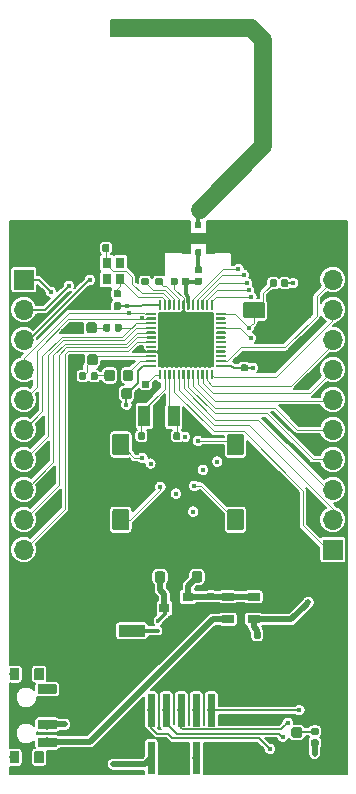
<source format=gbr>
G04 #@! TF.GenerationSoftware,KiCad,Pcbnew,(5.1.4)-1*
G04 #@! TF.CreationDate,2020-09-18T13:05:13-04:00*
G04 #@! TF.ProjectId,nRF52832_DEMO_V01,6e524635-3238-4333-925f-44454d4f5f56,rev?*
G04 #@! TF.SameCoordinates,Original*
G04 #@! TF.FileFunction,Copper,L1,Top*
G04 #@! TF.FilePolarity,Positive*
%FSLAX46Y46*%
G04 Gerber Fmt 4.6, Leading zero omitted, Abs format (unit mm)*
G04 Created by KiCad (PCBNEW (5.1.4)-1) date 2020-09-18 13:05:13*
%MOMM*%
%LPD*%
G04 APERTURE LIST*
%ADD10C,0.100000*%
%ADD11C,0.800000*%
%ADD12C,0.650000*%
%ADD13C,0.875000*%
%ADD14C,0.590000*%
%ADD15C,1.020000*%
%ADD16O,1.700000X1.700000*%
%ADD17R,1.700000X1.700000*%
%ADD18C,1.400000*%
%ADD19R,0.900000X0.800000*%
%ADD20R,1.060000X0.650000*%
%ADD21R,1.000000X1.800000*%
%ADD22R,0.800000X0.900000*%
%ADD23C,0.250000*%
%ADD24C,4.600000*%
%ADD25C,0.500000*%
%ADD26C,0.200000*%
%ADD27C,0.750000*%
%ADD28C,0.450000*%
%ADD29C,0.500000*%
%ADD30C,0.150000*%
%ADD31C,0.120000*%
%ADD32C,0.300000*%
%ADD33C,0.200000*%
%ADD34C,1.500000*%
G04 APERTURE END LIST*
D10*
G36*
X102646661Y-103424485D02*
G01*
X102654427Y-103425637D01*
X102662043Y-103427545D01*
X102669435Y-103430190D01*
X102676532Y-103433546D01*
X102683266Y-103437582D01*
X102689571Y-103442259D01*
X102695389Y-103447531D01*
X102700661Y-103453349D01*
X102705338Y-103459654D01*
X102709374Y-103466388D01*
X102712730Y-103473485D01*
X102715375Y-103480877D01*
X102717283Y-103488493D01*
X102718435Y-103496259D01*
X102718820Y-103504100D01*
X102718820Y-104344100D01*
X102718435Y-104351941D01*
X102717283Y-104359707D01*
X102715375Y-104367323D01*
X102712730Y-104374715D01*
X102709374Y-104381812D01*
X102705338Y-104388546D01*
X102700661Y-104394851D01*
X102695389Y-104400669D01*
X102689571Y-104405941D01*
X102683266Y-104410618D01*
X102676532Y-104414654D01*
X102669435Y-104418010D01*
X102662043Y-104420655D01*
X102654427Y-104422563D01*
X102646661Y-104423715D01*
X102638820Y-104424100D01*
X101998820Y-104424100D01*
X101990979Y-104423715D01*
X101983213Y-104422563D01*
X101975597Y-104420655D01*
X101968205Y-104418010D01*
X101961108Y-104414654D01*
X101954374Y-104410618D01*
X101948069Y-104405941D01*
X101942251Y-104400669D01*
X101936979Y-104394851D01*
X101932302Y-104388546D01*
X101928266Y-104381812D01*
X101924910Y-104374715D01*
X101922265Y-104367323D01*
X101920357Y-104359707D01*
X101919205Y-104351941D01*
X101918820Y-104344100D01*
X101918820Y-103504100D01*
X101919205Y-103496259D01*
X101920357Y-103488493D01*
X101922265Y-103480877D01*
X101924910Y-103473485D01*
X101928266Y-103466388D01*
X101932302Y-103459654D01*
X101936979Y-103453349D01*
X101942251Y-103447531D01*
X101948069Y-103442259D01*
X101954374Y-103437582D01*
X101961108Y-103433546D01*
X101968205Y-103430190D01*
X101975597Y-103427545D01*
X101983213Y-103425637D01*
X101990979Y-103424485D01*
X101998820Y-103424100D01*
X102638820Y-103424100D01*
X102646661Y-103424485D01*
X102646661Y-103424485D01*
G37*
D11*
X102318820Y-103924100D03*
D10*
G36*
X104747241Y-103424485D02*
G01*
X104755007Y-103425637D01*
X104762623Y-103427545D01*
X104770015Y-103430190D01*
X104777112Y-103433546D01*
X104783846Y-103437582D01*
X104790151Y-103442259D01*
X104795969Y-103447531D01*
X104801241Y-103453349D01*
X104805918Y-103459654D01*
X104809954Y-103466388D01*
X104813310Y-103473485D01*
X104815955Y-103480877D01*
X104817863Y-103488493D01*
X104819015Y-103496259D01*
X104819400Y-103504100D01*
X104819400Y-104344100D01*
X104819015Y-104351941D01*
X104817863Y-104359707D01*
X104815955Y-104367323D01*
X104813310Y-104374715D01*
X104809954Y-104381812D01*
X104805918Y-104388546D01*
X104801241Y-104394851D01*
X104795969Y-104400669D01*
X104790151Y-104405941D01*
X104783846Y-104410618D01*
X104777112Y-104414654D01*
X104770015Y-104418010D01*
X104762623Y-104420655D01*
X104755007Y-104422563D01*
X104747241Y-104423715D01*
X104739400Y-104424100D01*
X104099400Y-104424100D01*
X104091559Y-104423715D01*
X104083793Y-104422563D01*
X104076177Y-104420655D01*
X104068785Y-104418010D01*
X104061688Y-104414654D01*
X104054954Y-104410618D01*
X104048649Y-104405941D01*
X104042831Y-104400669D01*
X104037559Y-104394851D01*
X104032882Y-104388546D01*
X104028846Y-104381812D01*
X104025490Y-104374715D01*
X104022845Y-104367323D01*
X104020937Y-104359707D01*
X104019785Y-104351941D01*
X104019400Y-104344100D01*
X104019400Y-103504100D01*
X104019785Y-103496259D01*
X104020937Y-103488493D01*
X104022845Y-103480877D01*
X104025490Y-103473485D01*
X104028846Y-103466388D01*
X104032882Y-103459654D01*
X104037559Y-103453349D01*
X104042831Y-103447531D01*
X104048649Y-103442259D01*
X104054954Y-103437582D01*
X104061688Y-103433546D01*
X104068785Y-103430190D01*
X104076177Y-103427545D01*
X104083793Y-103425637D01*
X104091559Y-103424485D01*
X104099400Y-103424100D01*
X104739400Y-103424100D01*
X104747241Y-103424485D01*
X104747241Y-103424485D01*
G37*
D11*
X104419400Y-103924100D03*
D10*
G36*
X102646661Y-96386145D02*
G01*
X102654427Y-96387297D01*
X102662043Y-96389205D01*
X102669435Y-96391850D01*
X102676532Y-96395206D01*
X102683266Y-96399242D01*
X102689571Y-96403919D01*
X102695389Y-96409191D01*
X102700661Y-96415009D01*
X102705338Y-96421314D01*
X102709374Y-96428048D01*
X102712730Y-96435145D01*
X102715375Y-96442537D01*
X102717283Y-96450153D01*
X102718435Y-96457919D01*
X102718820Y-96465760D01*
X102718820Y-97305760D01*
X102718435Y-97313601D01*
X102717283Y-97321367D01*
X102715375Y-97328983D01*
X102712730Y-97336375D01*
X102709374Y-97343472D01*
X102705338Y-97350206D01*
X102700661Y-97356511D01*
X102695389Y-97362329D01*
X102689571Y-97367601D01*
X102683266Y-97372278D01*
X102676532Y-97376314D01*
X102669435Y-97379670D01*
X102662043Y-97382315D01*
X102654427Y-97384223D01*
X102646661Y-97385375D01*
X102638820Y-97385760D01*
X101998820Y-97385760D01*
X101990979Y-97385375D01*
X101983213Y-97384223D01*
X101975597Y-97382315D01*
X101968205Y-97379670D01*
X101961108Y-97376314D01*
X101954374Y-97372278D01*
X101948069Y-97367601D01*
X101942251Y-97362329D01*
X101936979Y-97356511D01*
X101932302Y-97350206D01*
X101928266Y-97343472D01*
X101924910Y-97336375D01*
X101922265Y-97328983D01*
X101920357Y-97321367D01*
X101919205Y-97313601D01*
X101918820Y-97305760D01*
X101918820Y-96465760D01*
X101919205Y-96457919D01*
X101920357Y-96450153D01*
X101922265Y-96442537D01*
X101924910Y-96435145D01*
X101928266Y-96428048D01*
X101932302Y-96421314D01*
X101936979Y-96415009D01*
X101942251Y-96409191D01*
X101948069Y-96403919D01*
X101954374Y-96399242D01*
X101961108Y-96395206D01*
X101968205Y-96391850D01*
X101975597Y-96389205D01*
X101983213Y-96387297D01*
X101990979Y-96386145D01*
X101998820Y-96385760D01*
X102638820Y-96385760D01*
X102646661Y-96386145D01*
X102646661Y-96386145D01*
G37*
D11*
X102318820Y-96885760D03*
D10*
G36*
X104747241Y-96388685D02*
G01*
X104755007Y-96389837D01*
X104762623Y-96391745D01*
X104770015Y-96394390D01*
X104777112Y-96397746D01*
X104783846Y-96401782D01*
X104790151Y-96406459D01*
X104795969Y-96411731D01*
X104801241Y-96417549D01*
X104805918Y-96423854D01*
X104809954Y-96430588D01*
X104813310Y-96437685D01*
X104815955Y-96445077D01*
X104817863Y-96452693D01*
X104819015Y-96460459D01*
X104819400Y-96468300D01*
X104819400Y-97308300D01*
X104819015Y-97316141D01*
X104817863Y-97323907D01*
X104815955Y-97331523D01*
X104813310Y-97338915D01*
X104809954Y-97346012D01*
X104805918Y-97352746D01*
X104801241Y-97359051D01*
X104795969Y-97364869D01*
X104790151Y-97370141D01*
X104783846Y-97374818D01*
X104777112Y-97378854D01*
X104770015Y-97382210D01*
X104762623Y-97384855D01*
X104755007Y-97386763D01*
X104747241Y-97387915D01*
X104739400Y-97388300D01*
X104099400Y-97388300D01*
X104091559Y-97387915D01*
X104083793Y-97386763D01*
X104076177Y-97384855D01*
X104068785Y-97382210D01*
X104061688Y-97378854D01*
X104054954Y-97374818D01*
X104048649Y-97370141D01*
X104042831Y-97364869D01*
X104037559Y-97359051D01*
X104032882Y-97352746D01*
X104028846Y-97346012D01*
X104025490Y-97338915D01*
X104022845Y-97331523D01*
X104020937Y-97323907D01*
X104019785Y-97316141D01*
X104019400Y-97308300D01*
X104019400Y-96468300D01*
X104019785Y-96460459D01*
X104020937Y-96452693D01*
X104022845Y-96445077D01*
X104025490Y-96437685D01*
X104028846Y-96430588D01*
X104032882Y-96423854D01*
X104037559Y-96417549D01*
X104042831Y-96411731D01*
X104048649Y-96406459D01*
X104054954Y-96401782D01*
X104061688Y-96397746D01*
X104068785Y-96394390D01*
X104076177Y-96391745D01*
X104083793Y-96389837D01*
X104091559Y-96388685D01*
X104099400Y-96388300D01*
X104739400Y-96388300D01*
X104747241Y-96388685D01*
X104747241Y-96388685D01*
G37*
D11*
X104419400Y-96888300D03*
D10*
G36*
X105833041Y-102258685D02*
G01*
X105840807Y-102259837D01*
X105848423Y-102261745D01*
X105855815Y-102264390D01*
X105862912Y-102267746D01*
X105869646Y-102271782D01*
X105875951Y-102276459D01*
X105881769Y-102281731D01*
X105887041Y-102287549D01*
X105891718Y-102293854D01*
X105895754Y-102300588D01*
X105899110Y-102307685D01*
X105901755Y-102315077D01*
X105903663Y-102322693D01*
X105904815Y-102330459D01*
X105905200Y-102338300D01*
X105905200Y-102978300D01*
X105904815Y-102986141D01*
X105903663Y-102993907D01*
X105901755Y-103001523D01*
X105899110Y-103008915D01*
X105895754Y-103016012D01*
X105891718Y-103022746D01*
X105887041Y-103029051D01*
X105881769Y-103034869D01*
X105875951Y-103040141D01*
X105869646Y-103044818D01*
X105862912Y-103048854D01*
X105855815Y-103052210D01*
X105848423Y-103054855D01*
X105840807Y-103056763D01*
X105833041Y-103057915D01*
X105825200Y-103058300D01*
X104385200Y-103058300D01*
X104377359Y-103057915D01*
X104369593Y-103056763D01*
X104361977Y-103054855D01*
X104354585Y-103052210D01*
X104347488Y-103048854D01*
X104340754Y-103044818D01*
X104334449Y-103040141D01*
X104328631Y-103034869D01*
X104323359Y-103029051D01*
X104318682Y-103022746D01*
X104314646Y-103016012D01*
X104311290Y-103008915D01*
X104308645Y-103001523D01*
X104306737Y-102993907D01*
X104305585Y-102986141D01*
X104305200Y-102978300D01*
X104305200Y-102338300D01*
X104305585Y-102330459D01*
X104306737Y-102322693D01*
X104308645Y-102315077D01*
X104311290Y-102307685D01*
X104314646Y-102300588D01*
X104318682Y-102293854D01*
X104323359Y-102287549D01*
X104328631Y-102281731D01*
X104334449Y-102276459D01*
X104340754Y-102271782D01*
X104347488Y-102267746D01*
X104354585Y-102264390D01*
X104361977Y-102261745D01*
X104369593Y-102259837D01*
X104377359Y-102258685D01*
X104385200Y-102258300D01*
X105825200Y-102258300D01*
X105833041Y-102258685D01*
X105833041Y-102258685D01*
G37*
D11*
X105105200Y-102658300D03*
D10*
G36*
X105833041Y-100758685D02*
G01*
X105840807Y-100759837D01*
X105848423Y-100761745D01*
X105855815Y-100764390D01*
X105862912Y-100767746D01*
X105869646Y-100771782D01*
X105875951Y-100776459D01*
X105881769Y-100781731D01*
X105887041Y-100787549D01*
X105891718Y-100793854D01*
X105895754Y-100800588D01*
X105899110Y-100807685D01*
X105901755Y-100815077D01*
X105903663Y-100822693D01*
X105904815Y-100830459D01*
X105905200Y-100838300D01*
X105905200Y-101478300D01*
X105904815Y-101486141D01*
X105903663Y-101493907D01*
X105901755Y-101501523D01*
X105899110Y-101508915D01*
X105895754Y-101516012D01*
X105891718Y-101522746D01*
X105887041Y-101529051D01*
X105881769Y-101534869D01*
X105875951Y-101540141D01*
X105869646Y-101544818D01*
X105862912Y-101548854D01*
X105855815Y-101552210D01*
X105848423Y-101554855D01*
X105840807Y-101556763D01*
X105833041Y-101557915D01*
X105825200Y-101558300D01*
X104385200Y-101558300D01*
X104377359Y-101557915D01*
X104369593Y-101556763D01*
X104361977Y-101554855D01*
X104354585Y-101552210D01*
X104347488Y-101548854D01*
X104340754Y-101544818D01*
X104334449Y-101540141D01*
X104328631Y-101534869D01*
X104323359Y-101529051D01*
X104318682Y-101522746D01*
X104314646Y-101516012D01*
X104311290Y-101508915D01*
X104308645Y-101501523D01*
X104306737Y-101493907D01*
X104305585Y-101486141D01*
X104305200Y-101478300D01*
X104305200Y-100838300D01*
X104305585Y-100830459D01*
X104306737Y-100822693D01*
X104308645Y-100815077D01*
X104311290Y-100807685D01*
X104314646Y-100800588D01*
X104318682Y-100793854D01*
X104323359Y-100787549D01*
X104328631Y-100781731D01*
X104334449Y-100776459D01*
X104340754Y-100771782D01*
X104347488Y-100767746D01*
X104354585Y-100764390D01*
X104361977Y-100761745D01*
X104369593Y-100759837D01*
X104377359Y-100758685D01*
X104385200Y-100758300D01*
X105825200Y-100758300D01*
X105833041Y-100758685D01*
X105833041Y-100758685D01*
G37*
D11*
X105105200Y-101158300D03*
D10*
G36*
X105833041Y-97758685D02*
G01*
X105840807Y-97759837D01*
X105848423Y-97761745D01*
X105855815Y-97764390D01*
X105862912Y-97767746D01*
X105869646Y-97771782D01*
X105875951Y-97776459D01*
X105881769Y-97781731D01*
X105887041Y-97787549D01*
X105891718Y-97793854D01*
X105895754Y-97800588D01*
X105899110Y-97807685D01*
X105901755Y-97815077D01*
X105903663Y-97822693D01*
X105904815Y-97830459D01*
X105905200Y-97838300D01*
X105905200Y-98478300D01*
X105904815Y-98486141D01*
X105903663Y-98493907D01*
X105901755Y-98501523D01*
X105899110Y-98508915D01*
X105895754Y-98516012D01*
X105891718Y-98522746D01*
X105887041Y-98529051D01*
X105881769Y-98534869D01*
X105875951Y-98540141D01*
X105869646Y-98544818D01*
X105862912Y-98548854D01*
X105855815Y-98552210D01*
X105848423Y-98554855D01*
X105840807Y-98556763D01*
X105833041Y-98557915D01*
X105825200Y-98558300D01*
X104385200Y-98558300D01*
X104377359Y-98557915D01*
X104369593Y-98556763D01*
X104361977Y-98554855D01*
X104354585Y-98552210D01*
X104347488Y-98548854D01*
X104340754Y-98544818D01*
X104334449Y-98540141D01*
X104328631Y-98534869D01*
X104323359Y-98529051D01*
X104318682Y-98522746D01*
X104314646Y-98516012D01*
X104311290Y-98508915D01*
X104308645Y-98501523D01*
X104306737Y-98493907D01*
X104305585Y-98486141D01*
X104305200Y-98478300D01*
X104305200Y-97838300D01*
X104305585Y-97830459D01*
X104306737Y-97822693D01*
X104308645Y-97815077D01*
X104311290Y-97807685D01*
X104314646Y-97800588D01*
X104318682Y-97793854D01*
X104323359Y-97787549D01*
X104328631Y-97781731D01*
X104334449Y-97776459D01*
X104340754Y-97771782D01*
X104347488Y-97767746D01*
X104354585Y-97764390D01*
X104361977Y-97761745D01*
X104369593Y-97759837D01*
X104377359Y-97758685D01*
X104385200Y-97758300D01*
X105825200Y-97758300D01*
X105833041Y-97758685D01*
X105833041Y-97758685D01*
G37*
D11*
X105105200Y-98158300D03*
D10*
G36*
X114185371Y-98569313D02*
G01*
X114191681Y-98570249D01*
X114197869Y-98571799D01*
X114203874Y-98573948D01*
X114209641Y-98576675D01*
X114215112Y-98579954D01*
X114220236Y-98583754D01*
X114224962Y-98588038D01*
X114229246Y-98592764D01*
X114233046Y-98597888D01*
X114236325Y-98603359D01*
X114239052Y-98609126D01*
X114241201Y-98615131D01*
X114242751Y-98621319D01*
X114243687Y-98627629D01*
X114244000Y-98634000D01*
X114244000Y-101264000D01*
X114243687Y-101270371D01*
X114242751Y-101276681D01*
X114241201Y-101282869D01*
X114239052Y-101288874D01*
X114236325Y-101294641D01*
X114233046Y-101300112D01*
X114229246Y-101305236D01*
X114224962Y-101309962D01*
X114220236Y-101314246D01*
X114215112Y-101318046D01*
X114209641Y-101321325D01*
X114203874Y-101324052D01*
X114197869Y-101326201D01*
X114191681Y-101327751D01*
X114185371Y-101328687D01*
X114179000Y-101329000D01*
X113659000Y-101329000D01*
X113652629Y-101328687D01*
X113646319Y-101327751D01*
X113640131Y-101326201D01*
X113634126Y-101324052D01*
X113628359Y-101321325D01*
X113622888Y-101318046D01*
X113617764Y-101314246D01*
X113613038Y-101309962D01*
X113608754Y-101305236D01*
X113604954Y-101300112D01*
X113601675Y-101294641D01*
X113598948Y-101288874D01*
X113596799Y-101282869D01*
X113595249Y-101276681D01*
X113594313Y-101270371D01*
X113594000Y-101264000D01*
X113594000Y-98634000D01*
X113594313Y-98627629D01*
X113595249Y-98621319D01*
X113596799Y-98615131D01*
X113598948Y-98609126D01*
X113601675Y-98603359D01*
X113604954Y-98597888D01*
X113608754Y-98592764D01*
X113613038Y-98588038D01*
X113617764Y-98583754D01*
X113622888Y-98579954D01*
X113628359Y-98576675D01*
X113634126Y-98573948D01*
X113640131Y-98571799D01*
X113646319Y-98570249D01*
X113652629Y-98569313D01*
X113659000Y-98569000D01*
X114179000Y-98569000D01*
X114185371Y-98569313D01*
X114185371Y-98569313D01*
G37*
D12*
X113919000Y-99949000D03*
D10*
G36*
X115455371Y-98569313D02*
G01*
X115461681Y-98570249D01*
X115467869Y-98571799D01*
X115473874Y-98573948D01*
X115479641Y-98576675D01*
X115485112Y-98579954D01*
X115490236Y-98583754D01*
X115494962Y-98588038D01*
X115499246Y-98592764D01*
X115503046Y-98597888D01*
X115506325Y-98603359D01*
X115509052Y-98609126D01*
X115511201Y-98615131D01*
X115512751Y-98621319D01*
X115513687Y-98627629D01*
X115514000Y-98634000D01*
X115514000Y-101264000D01*
X115513687Y-101270371D01*
X115512751Y-101276681D01*
X115511201Y-101282869D01*
X115509052Y-101288874D01*
X115506325Y-101294641D01*
X115503046Y-101300112D01*
X115499246Y-101305236D01*
X115494962Y-101309962D01*
X115490236Y-101314246D01*
X115485112Y-101318046D01*
X115479641Y-101321325D01*
X115473874Y-101324052D01*
X115467869Y-101326201D01*
X115461681Y-101327751D01*
X115455371Y-101328687D01*
X115449000Y-101329000D01*
X114929000Y-101329000D01*
X114922629Y-101328687D01*
X114916319Y-101327751D01*
X114910131Y-101326201D01*
X114904126Y-101324052D01*
X114898359Y-101321325D01*
X114892888Y-101318046D01*
X114887764Y-101314246D01*
X114883038Y-101309962D01*
X114878754Y-101305236D01*
X114874954Y-101300112D01*
X114871675Y-101294641D01*
X114868948Y-101288874D01*
X114866799Y-101282869D01*
X114865249Y-101276681D01*
X114864313Y-101270371D01*
X114864000Y-101264000D01*
X114864000Y-98634000D01*
X114864313Y-98627629D01*
X114865249Y-98621319D01*
X114866799Y-98615131D01*
X114868948Y-98609126D01*
X114871675Y-98603359D01*
X114874954Y-98597888D01*
X114878754Y-98592764D01*
X114883038Y-98588038D01*
X114887764Y-98583754D01*
X114892888Y-98579954D01*
X114898359Y-98576675D01*
X114904126Y-98573948D01*
X114910131Y-98571799D01*
X114916319Y-98570249D01*
X114922629Y-98569313D01*
X114929000Y-98569000D01*
X115449000Y-98569000D01*
X115455371Y-98569313D01*
X115455371Y-98569313D01*
G37*
D12*
X115189000Y-99949000D03*
D10*
G36*
X116725371Y-98569313D02*
G01*
X116731681Y-98570249D01*
X116737869Y-98571799D01*
X116743874Y-98573948D01*
X116749641Y-98576675D01*
X116755112Y-98579954D01*
X116760236Y-98583754D01*
X116764962Y-98588038D01*
X116769246Y-98592764D01*
X116773046Y-98597888D01*
X116776325Y-98603359D01*
X116779052Y-98609126D01*
X116781201Y-98615131D01*
X116782751Y-98621319D01*
X116783687Y-98627629D01*
X116784000Y-98634000D01*
X116784000Y-101264000D01*
X116783687Y-101270371D01*
X116782751Y-101276681D01*
X116781201Y-101282869D01*
X116779052Y-101288874D01*
X116776325Y-101294641D01*
X116773046Y-101300112D01*
X116769246Y-101305236D01*
X116764962Y-101309962D01*
X116760236Y-101314246D01*
X116755112Y-101318046D01*
X116749641Y-101321325D01*
X116743874Y-101324052D01*
X116737869Y-101326201D01*
X116731681Y-101327751D01*
X116725371Y-101328687D01*
X116719000Y-101329000D01*
X116199000Y-101329000D01*
X116192629Y-101328687D01*
X116186319Y-101327751D01*
X116180131Y-101326201D01*
X116174126Y-101324052D01*
X116168359Y-101321325D01*
X116162888Y-101318046D01*
X116157764Y-101314246D01*
X116153038Y-101309962D01*
X116148754Y-101305236D01*
X116144954Y-101300112D01*
X116141675Y-101294641D01*
X116138948Y-101288874D01*
X116136799Y-101282869D01*
X116135249Y-101276681D01*
X116134313Y-101270371D01*
X116134000Y-101264000D01*
X116134000Y-98634000D01*
X116134313Y-98627629D01*
X116135249Y-98621319D01*
X116136799Y-98615131D01*
X116138948Y-98609126D01*
X116141675Y-98603359D01*
X116144954Y-98597888D01*
X116148754Y-98592764D01*
X116153038Y-98588038D01*
X116157764Y-98583754D01*
X116162888Y-98579954D01*
X116168359Y-98576675D01*
X116174126Y-98573948D01*
X116180131Y-98571799D01*
X116186319Y-98570249D01*
X116192629Y-98569313D01*
X116199000Y-98569000D01*
X116719000Y-98569000D01*
X116725371Y-98569313D01*
X116725371Y-98569313D01*
G37*
D12*
X116459000Y-99949000D03*
D10*
G36*
X117995371Y-98569313D02*
G01*
X118001681Y-98570249D01*
X118007869Y-98571799D01*
X118013874Y-98573948D01*
X118019641Y-98576675D01*
X118025112Y-98579954D01*
X118030236Y-98583754D01*
X118034962Y-98588038D01*
X118039246Y-98592764D01*
X118043046Y-98597888D01*
X118046325Y-98603359D01*
X118049052Y-98609126D01*
X118051201Y-98615131D01*
X118052751Y-98621319D01*
X118053687Y-98627629D01*
X118054000Y-98634000D01*
X118054000Y-101264000D01*
X118053687Y-101270371D01*
X118052751Y-101276681D01*
X118051201Y-101282869D01*
X118049052Y-101288874D01*
X118046325Y-101294641D01*
X118043046Y-101300112D01*
X118039246Y-101305236D01*
X118034962Y-101309962D01*
X118030236Y-101314246D01*
X118025112Y-101318046D01*
X118019641Y-101321325D01*
X118013874Y-101324052D01*
X118007869Y-101326201D01*
X118001681Y-101327751D01*
X117995371Y-101328687D01*
X117989000Y-101329000D01*
X117469000Y-101329000D01*
X117462629Y-101328687D01*
X117456319Y-101327751D01*
X117450131Y-101326201D01*
X117444126Y-101324052D01*
X117438359Y-101321325D01*
X117432888Y-101318046D01*
X117427764Y-101314246D01*
X117423038Y-101309962D01*
X117418754Y-101305236D01*
X117414954Y-101300112D01*
X117411675Y-101294641D01*
X117408948Y-101288874D01*
X117406799Y-101282869D01*
X117405249Y-101276681D01*
X117404313Y-101270371D01*
X117404000Y-101264000D01*
X117404000Y-98634000D01*
X117404313Y-98627629D01*
X117405249Y-98621319D01*
X117406799Y-98615131D01*
X117408948Y-98609126D01*
X117411675Y-98603359D01*
X117414954Y-98597888D01*
X117418754Y-98592764D01*
X117423038Y-98588038D01*
X117427764Y-98583754D01*
X117432888Y-98579954D01*
X117438359Y-98576675D01*
X117444126Y-98573948D01*
X117450131Y-98571799D01*
X117456319Y-98570249D01*
X117462629Y-98569313D01*
X117469000Y-98569000D01*
X117989000Y-98569000D01*
X117995371Y-98569313D01*
X117995371Y-98569313D01*
G37*
D12*
X117729000Y-99949000D03*
D10*
G36*
X119265371Y-98569313D02*
G01*
X119271681Y-98570249D01*
X119277869Y-98571799D01*
X119283874Y-98573948D01*
X119289641Y-98576675D01*
X119295112Y-98579954D01*
X119300236Y-98583754D01*
X119304962Y-98588038D01*
X119309246Y-98592764D01*
X119313046Y-98597888D01*
X119316325Y-98603359D01*
X119319052Y-98609126D01*
X119321201Y-98615131D01*
X119322751Y-98621319D01*
X119323687Y-98627629D01*
X119324000Y-98634000D01*
X119324000Y-101264000D01*
X119323687Y-101270371D01*
X119322751Y-101276681D01*
X119321201Y-101282869D01*
X119319052Y-101288874D01*
X119316325Y-101294641D01*
X119313046Y-101300112D01*
X119309246Y-101305236D01*
X119304962Y-101309962D01*
X119300236Y-101314246D01*
X119295112Y-101318046D01*
X119289641Y-101321325D01*
X119283874Y-101324052D01*
X119277869Y-101326201D01*
X119271681Y-101327751D01*
X119265371Y-101328687D01*
X119259000Y-101329000D01*
X118739000Y-101329000D01*
X118732629Y-101328687D01*
X118726319Y-101327751D01*
X118720131Y-101326201D01*
X118714126Y-101324052D01*
X118708359Y-101321325D01*
X118702888Y-101318046D01*
X118697764Y-101314246D01*
X118693038Y-101309962D01*
X118688754Y-101305236D01*
X118684954Y-101300112D01*
X118681675Y-101294641D01*
X118678948Y-101288874D01*
X118676799Y-101282869D01*
X118675249Y-101276681D01*
X118674313Y-101270371D01*
X118674000Y-101264000D01*
X118674000Y-98634000D01*
X118674313Y-98627629D01*
X118675249Y-98621319D01*
X118676799Y-98615131D01*
X118678948Y-98609126D01*
X118681675Y-98603359D01*
X118684954Y-98597888D01*
X118688754Y-98592764D01*
X118693038Y-98588038D01*
X118697764Y-98583754D01*
X118702888Y-98579954D01*
X118708359Y-98576675D01*
X118714126Y-98573948D01*
X118720131Y-98571799D01*
X118726319Y-98570249D01*
X118732629Y-98569313D01*
X118739000Y-98569000D01*
X119259000Y-98569000D01*
X119265371Y-98569313D01*
X119265371Y-98569313D01*
G37*
D12*
X118999000Y-99949000D03*
D10*
G36*
X119265371Y-102609313D02*
G01*
X119271681Y-102610249D01*
X119277869Y-102611799D01*
X119283874Y-102613948D01*
X119289641Y-102616675D01*
X119295112Y-102619954D01*
X119300236Y-102623754D01*
X119304962Y-102628038D01*
X119309246Y-102632764D01*
X119313046Y-102637888D01*
X119316325Y-102643359D01*
X119319052Y-102649126D01*
X119321201Y-102655131D01*
X119322751Y-102661319D01*
X119323687Y-102667629D01*
X119324000Y-102674000D01*
X119324000Y-105304000D01*
X119323687Y-105310371D01*
X119322751Y-105316681D01*
X119321201Y-105322869D01*
X119319052Y-105328874D01*
X119316325Y-105334641D01*
X119313046Y-105340112D01*
X119309246Y-105345236D01*
X119304962Y-105349962D01*
X119300236Y-105354246D01*
X119295112Y-105358046D01*
X119289641Y-105361325D01*
X119283874Y-105364052D01*
X119277869Y-105366201D01*
X119271681Y-105367751D01*
X119265371Y-105368687D01*
X119259000Y-105369000D01*
X118739000Y-105369000D01*
X118732629Y-105368687D01*
X118726319Y-105367751D01*
X118720131Y-105366201D01*
X118714126Y-105364052D01*
X118708359Y-105361325D01*
X118702888Y-105358046D01*
X118697764Y-105354246D01*
X118693038Y-105349962D01*
X118688754Y-105345236D01*
X118684954Y-105340112D01*
X118681675Y-105334641D01*
X118678948Y-105328874D01*
X118676799Y-105322869D01*
X118675249Y-105316681D01*
X118674313Y-105310371D01*
X118674000Y-105304000D01*
X118674000Y-102674000D01*
X118674313Y-102667629D01*
X118675249Y-102661319D01*
X118676799Y-102655131D01*
X118678948Y-102649126D01*
X118681675Y-102643359D01*
X118684954Y-102637888D01*
X118688754Y-102632764D01*
X118693038Y-102628038D01*
X118697764Y-102623754D01*
X118702888Y-102619954D01*
X118708359Y-102616675D01*
X118714126Y-102613948D01*
X118720131Y-102611799D01*
X118726319Y-102610249D01*
X118732629Y-102609313D01*
X118739000Y-102609000D01*
X119259000Y-102609000D01*
X119265371Y-102609313D01*
X119265371Y-102609313D01*
G37*
D12*
X118999000Y-103989000D03*
D10*
G36*
X116725371Y-102609313D02*
G01*
X116731681Y-102610249D01*
X116737869Y-102611799D01*
X116743874Y-102613948D01*
X116749641Y-102616675D01*
X116755112Y-102619954D01*
X116760236Y-102623754D01*
X116764962Y-102628038D01*
X116769246Y-102632764D01*
X116773046Y-102637888D01*
X116776325Y-102643359D01*
X116779052Y-102649126D01*
X116781201Y-102655131D01*
X116782751Y-102661319D01*
X116783687Y-102667629D01*
X116784000Y-102674000D01*
X116784000Y-105304000D01*
X116783687Y-105310371D01*
X116782751Y-105316681D01*
X116781201Y-105322869D01*
X116779052Y-105328874D01*
X116776325Y-105334641D01*
X116773046Y-105340112D01*
X116769246Y-105345236D01*
X116764962Y-105349962D01*
X116760236Y-105354246D01*
X116755112Y-105358046D01*
X116749641Y-105361325D01*
X116743874Y-105364052D01*
X116737869Y-105366201D01*
X116731681Y-105367751D01*
X116725371Y-105368687D01*
X116719000Y-105369000D01*
X116199000Y-105369000D01*
X116192629Y-105368687D01*
X116186319Y-105367751D01*
X116180131Y-105366201D01*
X116174126Y-105364052D01*
X116168359Y-105361325D01*
X116162888Y-105358046D01*
X116157764Y-105354246D01*
X116153038Y-105349962D01*
X116148754Y-105345236D01*
X116144954Y-105340112D01*
X116141675Y-105334641D01*
X116138948Y-105328874D01*
X116136799Y-105322869D01*
X116135249Y-105316681D01*
X116134313Y-105310371D01*
X116134000Y-105304000D01*
X116134000Y-102674000D01*
X116134313Y-102667629D01*
X116135249Y-102661319D01*
X116136799Y-102655131D01*
X116138948Y-102649126D01*
X116141675Y-102643359D01*
X116144954Y-102637888D01*
X116148754Y-102632764D01*
X116153038Y-102628038D01*
X116157764Y-102623754D01*
X116162888Y-102619954D01*
X116168359Y-102616675D01*
X116174126Y-102613948D01*
X116180131Y-102611799D01*
X116186319Y-102610249D01*
X116192629Y-102609313D01*
X116199000Y-102609000D01*
X116719000Y-102609000D01*
X116725371Y-102609313D01*
X116725371Y-102609313D01*
G37*
D12*
X116459000Y-103989000D03*
D10*
G36*
X117995371Y-102609313D02*
G01*
X118001681Y-102610249D01*
X118007869Y-102611799D01*
X118013874Y-102613948D01*
X118019641Y-102616675D01*
X118025112Y-102619954D01*
X118030236Y-102623754D01*
X118034962Y-102628038D01*
X118039246Y-102632764D01*
X118043046Y-102637888D01*
X118046325Y-102643359D01*
X118049052Y-102649126D01*
X118051201Y-102655131D01*
X118052751Y-102661319D01*
X118053687Y-102667629D01*
X118054000Y-102674000D01*
X118054000Y-105304000D01*
X118053687Y-105310371D01*
X118052751Y-105316681D01*
X118051201Y-105322869D01*
X118049052Y-105328874D01*
X118046325Y-105334641D01*
X118043046Y-105340112D01*
X118039246Y-105345236D01*
X118034962Y-105349962D01*
X118030236Y-105354246D01*
X118025112Y-105358046D01*
X118019641Y-105361325D01*
X118013874Y-105364052D01*
X118007869Y-105366201D01*
X118001681Y-105367751D01*
X117995371Y-105368687D01*
X117989000Y-105369000D01*
X117469000Y-105369000D01*
X117462629Y-105368687D01*
X117456319Y-105367751D01*
X117450131Y-105366201D01*
X117444126Y-105364052D01*
X117438359Y-105361325D01*
X117432888Y-105358046D01*
X117427764Y-105354246D01*
X117423038Y-105349962D01*
X117418754Y-105345236D01*
X117414954Y-105340112D01*
X117411675Y-105334641D01*
X117408948Y-105328874D01*
X117406799Y-105322869D01*
X117405249Y-105316681D01*
X117404313Y-105310371D01*
X117404000Y-105304000D01*
X117404000Y-102674000D01*
X117404313Y-102667629D01*
X117405249Y-102661319D01*
X117406799Y-102655131D01*
X117408948Y-102649126D01*
X117411675Y-102643359D01*
X117414954Y-102637888D01*
X117418754Y-102632764D01*
X117423038Y-102628038D01*
X117427764Y-102623754D01*
X117432888Y-102619954D01*
X117438359Y-102616675D01*
X117444126Y-102613948D01*
X117450131Y-102611799D01*
X117456319Y-102610249D01*
X117462629Y-102609313D01*
X117469000Y-102609000D01*
X117989000Y-102609000D01*
X117995371Y-102609313D01*
X117995371Y-102609313D01*
G37*
D12*
X117729000Y-103989000D03*
D10*
G36*
X114185371Y-102609313D02*
G01*
X114191681Y-102610249D01*
X114197869Y-102611799D01*
X114203874Y-102613948D01*
X114209641Y-102616675D01*
X114215112Y-102619954D01*
X114220236Y-102623754D01*
X114224962Y-102628038D01*
X114229246Y-102632764D01*
X114233046Y-102637888D01*
X114236325Y-102643359D01*
X114239052Y-102649126D01*
X114241201Y-102655131D01*
X114242751Y-102661319D01*
X114243687Y-102667629D01*
X114244000Y-102674000D01*
X114244000Y-105304000D01*
X114243687Y-105310371D01*
X114242751Y-105316681D01*
X114241201Y-105322869D01*
X114239052Y-105328874D01*
X114236325Y-105334641D01*
X114233046Y-105340112D01*
X114229246Y-105345236D01*
X114224962Y-105349962D01*
X114220236Y-105354246D01*
X114215112Y-105358046D01*
X114209641Y-105361325D01*
X114203874Y-105364052D01*
X114197869Y-105366201D01*
X114191681Y-105367751D01*
X114185371Y-105368687D01*
X114179000Y-105369000D01*
X113659000Y-105369000D01*
X113652629Y-105368687D01*
X113646319Y-105367751D01*
X113640131Y-105366201D01*
X113634126Y-105364052D01*
X113628359Y-105361325D01*
X113622888Y-105358046D01*
X113617764Y-105354246D01*
X113613038Y-105349962D01*
X113608754Y-105345236D01*
X113604954Y-105340112D01*
X113601675Y-105334641D01*
X113598948Y-105328874D01*
X113596799Y-105322869D01*
X113595249Y-105316681D01*
X113594313Y-105310371D01*
X113594000Y-105304000D01*
X113594000Y-102674000D01*
X113594313Y-102667629D01*
X113595249Y-102661319D01*
X113596799Y-102655131D01*
X113598948Y-102649126D01*
X113601675Y-102643359D01*
X113604954Y-102637888D01*
X113608754Y-102632764D01*
X113613038Y-102628038D01*
X113617764Y-102623754D01*
X113622888Y-102619954D01*
X113628359Y-102616675D01*
X113634126Y-102613948D01*
X113640131Y-102611799D01*
X113646319Y-102610249D01*
X113652629Y-102609313D01*
X113659000Y-102609000D01*
X114179000Y-102609000D01*
X114185371Y-102609313D01*
X114185371Y-102609313D01*
G37*
D12*
X113919000Y-103989000D03*
D10*
G36*
X115455371Y-102609313D02*
G01*
X115461681Y-102610249D01*
X115467869Y-102611799D01*
X115473874Y-102613948D01*
X115479641Y-102616675D01*
X115485112Y-102619954D01*
X115490236Y-102623754D01*
X115494962Y-102628038D01*
X115499246Y-102632764D01*
X115503046Y-102637888D01*
X115506325Y-102643359D01*
X115509052Y-102649126D01*
X115511201Y-102655131D01*
X115512751Y-102661319D01*
X115513687Y-102667629D01*
X115514000Y-102674000D01*
X115514000Y-105304000D01*
X115513687Y-105310371D01*
X115512751Y-105316681D01*
X115511201Y-105322869D01*
X115509052Y-105328874D01*
X115506325Y-105334641D01*
X115503046Y-105340112D01*
X115499246Y-105345236D01*
X115494962Y-105349962D01*
X115490236Y-105354246D01*
X115485112Y-105358046D01*
X115479641Y-105361325D01*
X115473874Y-105364052D01*
X115467869Y-105366201D01*
X115461681Y-105367751D01*
X115455371Y-105368687D01*
X115449000Y-105369000D01*
X114929000Y-105369000D01*
X114922629Y-105368687D01*
X114916319Y-105367751D01*
X114910131Y-105366201D01*
X114904126Y-105364052D01*
X114898359Y-105361325D01*
X114892888Y-105358046D01*
X114887764Y-105354246D01*
X114883038Y-105349962D01*
X114878754Y-105345236D01*
X114874954Y-105340112D01*
X114871675Y-105334641D01*
X114868948Y-105328874D01*
X114866799Y-105322869D01*
X114865249Y-105316681D01*
X114864313Y-105310371D01*
X114864000Y-105304000D01*
X114864000Y-102674000D01*
X114864313Y-102667629D01*
X114865249Y-102661319D01*
X114866799Y-102655131D01*
X114868948Y-102649126D01*
X114871675Y-102643359D01*
X114874954Y-102637888D01*
X114878754Y-102632764D01*
X114883038Y-102628038D01*
X114887764Y-102623754D01*
X114892888Y-102619954D01*
X114898359Y-102616675D01*
X114904126Y-102613948D01*
X114910131Y-102611799D01*
X114916319Y-102610249D01*
X114922629Y-102609313D01*
X114929000Y-102609000D01*
X115449000Y-102609000D01*
X115455371Y-102609313D01*
X115455371Y-102609313D01*
G37*
D12*
X115189000Y-103989000D03*
D10*
G36*
X119594891Y-88184753D02*
G01*
X119616126Y-88187903D01*
X119636950Y-88193119D01*
X119657162Y-88200351D01*
X119676568Y-88209530D01*
X119694981Y-88220566D01*
X119712224Y-88233354D01*
X119728130Y-88247770D01*
X119742546Y-88263676D01*
X119755334Y-88280919D01*
X119766370Y-88299332D01*
X119775549Y-88318738D01*
X119782781Y-88338950D01*
X119787997Y-88359774D01*
X119791147Y-88381009D01*
X119792200Y-88402450D01*
X119792200Y-88914950D01*
X119791147Y-88936391D01*
X119787997Y-88957626D01*
X119782781Y-88978450D01*
X119775549Y-88998662D01*
X119766370Y-89018068D01*
X119755334Y-89036481D01*
X119742546Y-89053724D01*
X119728130Y-89069630D01*
X119712224Y-89084046D01*
X119694981Y-89096834D01*
X119676568Y-89107870D01*
X119657162Y-89117049D01*
X119636950Y-89124281D01*
X119616126Y-89129497D01*
X119594891Y-89132647D01*
X119573450Y-89133700D01*
X119135950Y-89133700D01*
X119114509Y-89132647D01*
X119093274Y-89129497D01*
X119072450Y-89124281D01*
X119052238Y-89117049D01*
X119032832Y-89107870D01*
X119014419Y-89096834D01*
X118997176Y-89084046D01*
X118981270Y-89069630D01*
X118966854Y-89053724D01*
X118954066Y-89036481D01*
X118943030Y-89018068D01*
X118933851Y-88998662D01*
X118926619Y-88978450D01*
X118921403Y-88957626D01*
X118918253Y-88936391D01*
X118917200Y-88914950D01*
X118917200Y-88402450D01*
X118918253Y-88381009D01*
X118921403Y-88359774D01*
X118926619Y-88338950D01*
X118933851Y-88318738D01*
X118943030Y-88299332D01*
X118954066Y-88280919D01*
X118966854Y-88263676D01*
X118981270Y-88247770D01*
X118997176Y-88233354D01*
X119014419Y-88220566D01*
X119032832Y-88209530D01*
X119052238Y-88200351D01*
X119072450Y-88193119D01*
X119093274Y-88187903D01*
X119114509Y-88184753D01*
X119135950Y-88183700D01*
X119573450Y-88183700D01*
X119594891Y-88184753D01*
X119594891Y-88184753D01*
G37*
D13*
X119354700Y-88658700D03*
D10*
G36*
X118019891Y-88184753D02*
G01*
X118041126Y-88187903D01*
X118061950Y-88193119D01*
X118082162Y-88200351D01*
X118101568Y-88209530D01*
X118119981Y-88220566D01*
X118137224Y-88233354D01*
X118153130Y-88247770D01*
X118167546Y-88263676D01*
X118180334Y-88280919D01*
X118191370Y-88299332D01*
X118200549Y-88318738D01*
X118207781Y-88338950D01*
X118212997Y-88359774D01*
X118216147Y-88381009D01*
X118217200Y-88402450D01*
X118217200Y-88914950D01*
X118216147Y-88936391D01*
X118212997Y-88957626D01*
X118207781Y-88978450D01*
X118200549Y-88998662D01*
X118191370Y-89018068D01*
X118180334Y-89036481D01*
X118167546Y-89053724D01*
X118153130Y-89069630D01*
X118137224Y-89084046D01*
X118119981Y-89096834D01*
X118101568Y-89107870D01*
X118082162Y-89117049D01*
X118061950Y-89124281D01*
X118041126Y-89129497D01*
X118019891Y-89132647D01*
X117998450Y-89133700D01*
X117560950Y-89133700D01*
X117539509Y-89132647D01*
X117518274Y-89129497D01*
X117497450Y-89124281D01*
X117477238Y-89117049D01*
X117457832Y-89107870D01*
X117439419Y-89096834D01*
X117422176Y-89084046D01*
X117406270Y-89069630D01*
X117391854Y-89053724D01*
X117379066Y-89036481D01*
X117368030Y-89018068D01*
X117358851Y-88998662D01*
X117351619Y-88978450D01*
X117346403Y-88957626D01*
X117343253Y-88936391D01*
X117342200Y-88914950D01*
X117342200Y-88402450D01*
X117343253Y-88381009D01*
X117346403Y-88359774D01*
X117351619Y-88338950D01*
X117358851Y-88318738D01*
X117368030Y-88299332D01*
X117379066Y-88280919D01*
X117391854Y-88263676D01*
X117406270Y-88247770D01*
X117422176Y-88233354D01*
X117439419Y-88220566D01*
X117457832Y-88209530D01*
X117477238Y-88200351D01*
X117497450Y-88193119D01*
X117518274Y-88187903D01*
X117539509Y-88184753D01*
X117560950Y-88183700D01*
X117998450Y-88183700D01*
X118019891Y-88184753D01*
X118019891Y-88184753D01*
G37*
D13*
X117779700Y-88658700D03*
D10*
G36*
X116470691Y-88197453D02*
G01*
X116491926Y-88200603D01*
X116512750Y-88205819D01*
X116532962Y-88213051D01*
X116552368Y-88222230D01*
X116570781Y-88233266D01*
X116588024Y-88246054D01*
X116603930Y-88260470D01*
X116618346Y-88276376D01*
X116631134Y-88293619D01*
X116642170Y-88312032D01*
X116651349Y-88331438D01*
X116658581Y-88351650D01*
X116663797Y-88372474D01*
X116666947Y-88393709D01*
X116668000Y-88415150D01*
X116668000Y-88927650D01*
X116666947Y-88949091D01*
X116663797Y-88970326D01*
X116658581Y-88991150D01*
X116651349Y-89011362D01*
X116642170Y-89030768D01*
X116631134Y-89049181D01*
X116618346Y-89066424D01*
X116603930Y-89082330D01*
X116588024Y-89096746D01*
X116570781Y-89109534D01*
X116552368Y-89120570D01*
X116532962Y-89129749D01*
X116512750Y-89136981D01*
X116491926Y-89142197D01*
X116470691Y-89145347D01*
X116449250Y-89146400D01*
X116011750Y-89146400D01*
X115990309Y-89145347D01*
X115969074Y-89142197D01*
X115948250Y-89136981D01*
X115928038Y-89129749D01*
X115908632Y-89120570D01*
X115890219Y-89109534D01*
X115872976Y-89096746D01*
X115857070Y-89082330D01*
X115842654Y-89066424D01*
X115829866Y-89049181D01*
X115818830Y-89030768D01*
X115809651Y-89011362D01*
X115802419Y-88991150D01*
X115797203Y-88970326D01*
X115794053Y-88949091D01*
X115793000Y-88927650D01*
X115793000Y-88415150D01*
X115794053Y-88393709D01*
X115797203Y-88372474D01*
X115802419Y-88351650D01*
X115809651Y-88331438D01*
X115818830Y-88312032D01*
X115829866Y-88293619D01*
X115842654Y-88276376D01*
X115857070Y-88260470D01*
X115872976Y-88246054D01*
X115890219Y-88233266D01*
X115908632Y-88222230D01*
X115928038Y-88213051D01*
X115948250Y-88205819D01*
X115969074Y-88200603D01*
X115990309Y-88197453D01*
X116011750Y-88196400D01*
X116449250Y-88196400D01*
X116470691Y-88197453D01*
X116470691Y-88197453D01*
G37*
D13*
X116230500Y-88671400D03*
D10*
G36*
X114895691Y-88197453D02*
G01*
X114916926Y-88200603D01*
X114937750Y-88205819D01*
X114957962Y-88213051D01*
X114977368Y-88222230D01*
X114995781Y-88233266D01*
X115013024Y-88246054D01*
X115028930Y-88260470D01*
X115043346Y-88276376D01*
X115056134Y-88293619D01*
X115067170Y-88312032D01*
X115076349Y-88331438D01*
X115083581Y-88351650D01*
X115088797Y-88372474D01*
X115091947Y-88393709D01*
X115093000Y-88415150D01*
X115093000Y-88927650D01*
X115091947Y-88949091D01*
X115088797Y-88970326D01*
X115083581Y-88991150D01*
X115076349Y-89011362D01*
X115067170Y-89030768D01*
X115056134Y-89049181D01*
X115043346Y-89066424D01*
X115028930Y-89082330D01*
X115013024Y-89096746D01*
X114995781Y-89109534D01*
X114977368Y-89120570D01*
X114957962Y-89129749D01*
X114937750Y-89136981D01*
X114916926Y-89142197D01*
X114895691Y-89145347D01*
X114874250Y-89146400D01*
X114436750Y-89146400D01*
X114415309Y-89145347D01*
X114394074Y-89142197D01*
X114373250Y-89136981D01*
X114353038Y-89129749D01*
X114333632Y-89120570D01*
X114315219Y-89109534D01*
X114297976Y-89096746D01*
X114282070Y-89082330D01*
X114267654Y-89066424D01*
X114254866Y-89049181D01*
X114243830Y-89030768D01*
X114234651Y-89011362D01*
X114227419Y-88991150D01*
X114222203Y-88970326D01*
X114219053Y-88949091D01*
X114218000Y-88927650D01*
X114218000Y-88415150D01*
X114219053Y-88393709D01*
X114222203Y-88372474D01*
X114227419Y-88351650D01*
X114234651Y-88331438D01*
X114243830Y-88312032D01*
X114254866Y-88293619D01*
X114267654Y-88276376D01*
X114282070Y-88260470D01*
X114297976Y-88246054D01*
X114315219Y-88233266D01*
X114333632Y-88222230D01*
X114353038Y-88213051D01*
X114373250Y-88205819D01*
X114394074Y-88200603D01*
X114415309Y-88197453D01*
X114436750Y-88196400D01*
X114874250Y-88196400D01*
X114895691Y-88197453D01*
X114895691Y-88197453D01*
G37*
D13*
X114655500Y-88671400D03*
D10*
G36*
X116008958Y-63333110D02*
G01*
X116023276Y-63335234D01*
X116037317Y-63338751D01*
X116050946Y-63343628D01*
X116064031Y-63349817D01*
X116076447Y-63357258D01*
X116088073Y-63365881D01*
X116098798Y-63375602D01*
X116108519Y-63386327D01*
X116117142Y-63397953D01*
X116124583Y-63410369D01*
X116130772Y-63423454D01*
X116135649Y-63437083D01*
X116139166Y-63451124D01*
X116141290Y-63465442D01*
X116142000Y-63479900D01*
X116142000Y-63824900D01*
X116141290Y-63839358D01*
X116139166Y-63853676D01*
X116135649Y-63867717D01*
X116130772Y-63881346D01*
X116124583Y-63894431D01*
X116117142Y-63906847D01*
X116108519Y-63918473D01*
X116098798Y-63929198D01*
X116088073Y-63938919D01*
X116076447Y-63947542D01*
X116064031Y-63954983D01*
X116050946Y-63961172D01*
X116037317Y-63966049D01*
X116023276Y-63969566D01*
X116008958Y-63971690D01*
X115994500Y-63972400D01*
X115699500Y-63972400D01*
X115685042Y-63971690D01*
X115670724Y-63969566D01*
X115656683Y-63966049D01*
X115643054Y-63961172D01*
X115629969Y-63954983D01*
X115617553Y-63947542D01*
X115605927Y-63938919D01*
X115595202Y-63929198D01*
X115585481Y-63918473D01*
X115576858Y-63906847D01*
X115569417Y-63894431D01*
X115563228Y-63881346D01*
X115558351Y-63867717D01*
X115554834Y-63853676D01*
X115552710Y-63839358D01*
X115552000Y-63824900D01*
X115552000Y-63479900D01*
X115552710Y-63465442D01*
X115554834Y-63451124D01*
X115558351Y-63437083D01*
X115563228Y-63423454D01*
X115569417Y-63410369D01*
X115576858Y-63397953D01*
X115585481Y-63386327D01*
X115595202Y-63375602D01*
X115605927Y-63365881D01*
X115617553Y-63357258D01*
X115629969Y-63349817D01*
X115643054Y-63343628D01*
X115656683Y-63338751D01*
X115670724Y-63335234D01*
X115685042Y-63333110D01*
X115699500Y-63332400D01*
X115994500Y-63332400D01*
X116008958Y-63333110D01*
X116008958Y-63333110D01*
G37*
D14*
X115847000Y-63652400D03*
D10*
G36*
X116978958Y-63333110D02*
G01*
X116993276Y-63335234D01*
X117007317Y-63338751D01*
X117020946Y-63343628D01*
X117034031Y-63349817D01*
X117046447Y-63357258D01*
X117058073Y-63365881D01*
X117068798Y-63375602D01*
X117078519Y-63386327D01*
X117087142Y-63397953D01*
X117094583Y-63410369D01*
X117100772Y-63423454D01*
X117105649Y-63437083D01*
X117109166Y-63451124D01*
X117111290Y-63465442D01*
X117112000Y-63479900D01*
X117112000Y-63824900D01*
X117111290Y-63839358D01*
X117109166Y-63853676D01*
X117105649Y-63867717D01*
X117100772Y-63881346D01*
X117094583Y-63894431D01*
X117087142Y-63906847D01*
X117078519Y-63918473D01*
X117068798Y-63929198D01*
X117058073Y-63938919D01*
X117046447Y-63947542D01*
X117034031Y-63954983D01*
X117020946Y-63961172D01*
X117007317Y-63966049D01*
X116993276Y-63969566D01*
X116978958Y-63971690D01*
X116964500Y-63972400D01*
X116669500Y-63972400D01*
X116655042Y-63971690D01*
X116640724Y-63969566D01*
X116626683Y-63966049D01*
X116613054Y-63961172D01*
X116599969Y-63954983D01*
X116587553Y-63947542D01*
X116575927Y-63938919D01*
X116565202Y-63929198D01*
X116555481Y-63918473D01*
X116546858Y-63906847D01*
X116539417Y-63894431D01*
X116533228Y-63881346D01*
X116528351Y-63867717D01*
X116524834Y-63853676D01*
X116522710Y-63839358D01*
X116522000Y-63824900D01*
X116522000Y-63479900D01*
X116522710Y-63465442D01*
X116524834Y-63451124D01*
X116528351Y-63437083D01*
X116533228Y-63423454D01*
X116539417Y-63410369D01*
X116546858Y-63397953D01*
X116555481Y-63386327D01*
X116565202Y-63375602D01*
X116575927Y-63365881D01*
X116587553Y-63357258D01*
X116599969Y-63349817D01*
X116613054Y-63343628D01*
X116626683Y-63338751D01*
X116640724Y-63335234D01*
X116655042Y-63333110D01*
X116669500Y-63332400D01*
X116964500Y-63332400D01*
X116978958Y-63333110D01*
X116978958Y-63333110D01*
G37*
D14*
X116817000Y-63652400D03*
D10*
G36*
X113572558Y-63360510D02*
G01*
X113586876Y-63362634D01*
X113600917Y-63366151D01*
X113614546Y-63371028D01*
X113627631Y-63377217D01*
X113640047Y-63384658D01*
X113651673Y-63393281D01*
X113662398Y-63403002D01*
X113672119Y-63413727D01*
X113680742Y-63425353D01*
X113688183Y-63437769D01*
X113694372Y-63450854D01*
X113699249Y-63464483D01*
X113702766Y-63478524D01*
X113704890Y-63492842D01*
X113705600Y-63507300D01*
X113705600Y-63802300D01*
X113704890Y-63816758D01*
X113702766Y-63831076D01*
X113699249Y-63845117D01*
X113694372Y-63858746D01*
X113688183Y-63871831D01*
X113680742Y-63884247D01*
X113672119Y-63895873D01*
X113662398Y-63906598D01*
X113651673Y-63916319D01*
X113640047Y-63924942D01*
X113627631Y-63932383D01*
X113614546Y-63938572D01*
X113600917Y-63943449D01*
X113586876Y-63946966D01*
X113572558Y-63949090D01*
X113558100Y-63949800D01*
X113213100Y-63949800D01*
X113198642Y-63949090D01*
X113184324Y-63946966D01*
X113170283Y-63943449D01*
X113156654Y-63938572D01*
X113143569Y-63932383D01*
X113131153Y-63924942D01*
X113119527Y-63916319D01*
X113108802Y-63906598D01*
X113099081Y-63895873D01*
X113090458Y-63884247D01*
X113083017Y-63871831D01*
X113076828Y-63858746D01*
X113071951Y-63845117D01*
X113068434Y-63831076D01*
X113066310Y-63816758D01*
X113065600Y-63802300D01*
X113065600Y-63507300D01*
X113066310Y-63492842D01*
X113068434Y-63478524D01*
X113071951Y-63464483D01*
X113076828Y-63450854D01*
X113083017Y-63437769D01*
X113090458Y-63425353D01*
X113099081Y-63413727D01*
X113108802Y-63403002D01*
X113119527Y-63393281D01*
X113131153Y-63384658D01*
X113143569Y-63377217D01*
X113156654Y-63371028D01*
X113170283Y-63366151D01*
X113184324Y-63362634D01*
X113198642Y-63360510D01*
X113213100Y-63359800D01*
X113558100Y-63359800D01*
X113572558Y-63360510D01*
X113572558Y-63360510D01*
G37*
D14*
X113385600Y-63654800D03*
D10*
G36*
X113572558Y-62390510D02*
G01*
X113586876Y-62392634D01*
X113600917Y-62396151D01*
X113614546Y-62401028D01*
X113627631Y-62407217D01*
X113640047Y-62414658D01*
X113651673Y-62423281D01*
X113662398Y-62433002D01*
X113672119Y-62443727D01*
X113680742Y-62455353D01*
X113688183Y-62467769D01*
X113694372Y-62480854D01*
X113699249Y-62494483D01*
X113702766Y-62508524D01*
X113704890Y-62522842D01*
X113705600Y-62537300D01*
X113705600Y-62832300D01*
X113704890Y-62846758D01*
X113702766Y-62861076D01*
X113699249Y-62875117D01*
X113694372Y-62888746D01*
X113688183Y-62901831D01*
X113680742Y-62914247D01*
X113672119Y-62925873D01*
X113662398Y-62936598D01*
X113651673Y-62946319D01*
X113640047Y-62954942D01*
X113627631Y-62962383D01*
X113614546Y-62968572D01*
X113600917Y-62973449D01*
X113586876Y-62976966D01*
X113572558Y-62979090D01*
X113558100Y-62979800D01*
X113213100Y-62979800D01*
X113198642Y-62979090D01*
X113184324Y-62976966D01*
X113170283Y-62973449D01*
X113156654Y-62968572D01*
X113143569Y-62962383D01*
X113131153Y-62954942D01*
X113119527Y-62946319D01*
X113108802Y-62936598D01*
X113099081Y-62925873D01*
X113090458Y-62914247D01*
X113083017Y-62901831D01*
X113076828Y-62888746D01*
X113071951Y-62875117D01*
X113068434Y-62861076D01*
X113066310Y-62846758D01*
X113065600Y-62832300D01*
X113065600Y-62537300D01*
X113066310Y-62522842D01*
X113068434Y-62508524D01*
X113071951Y-62494483D01*
X113076828Y-62480854D01*
X113083017Y-62467769D01*
X113090458Y-62455353D01*
X113099081Y-62443727D01*
X113108802Y-62433002D01*
X113119527Y-62423281D01*
X113131153Y-62414658D01*
X113143569Y-62407217D01*
X113156654Y-62401028D01*
X113170283Y-62396151D01*
X113184324Y-62392634D01*
X113198642Y-62390510D01*
X113213100Y-62389800D01*
X113558100Y-62389800D01*
X113572558Y-62390510D01*
X113572558Y-62390510D01*
G37*
D14*
X113385600Y-62684800D03*
D10*
G36*
X110230458Y-60488310D02*
G01*
X110244776Y-60490434D01*
X110258817Y-60493951D01*
X110272446Y-60498828D01*
X110285531Y-60505017D01*
X110297947Y-60512458D01*
X110309573Y-60521081D01*
X110320298Y-60530802D01*
X110330019Y-60541527D01*
X110338642Y-60553153D01*
X110346083Y-60565569D01*
X110352272Y-60578654D01*
X110357149Y-60592283D01*
X110360666Y-60606324D01*
X110362790Y-60620642D01*
X110363500Y-60635100D01*
X110363500Y-60980100D01*
X110362790Y-60994558D01*
X110360666Y-61008876D01*
X110357149Y-61022917D01*
X110352272Y-61036546D01*
X110346083Y-61049631D01*
X110338642Y-61062047D01*
X110330019Y-61073673D01*
X110320298Y-61084398D01*
X110309573Y-61094119D01*
X110297947Y-61102742D01*
X110285531Y-61110183D01*
X110272446Y-61116372D01*
X110258817Y-61121249D01*
X110244776Y-61124766D01*
X110230458Y-61126890D01*
X110216000Y-61127600D01*
X109921000Y-61127600D01*
X109906542Y-61126890D01*
X109892224Y-61124766D01*
X109878183Y-61121249D01*
X109864554Y-61116372D01*
X109851469Y-61110183D01*
X109839053Y-61102742D01*
X109827427Y-61094119D01*
X109816702Y-61084398D01*
X109806981Y-61073673D01*
X109798358Y-61062047D01*
X109790917Y-61049631D01*
X109784728Y-61036546D01*
X109779851Y-61022917D01*
X109776334Y-61008876D01*
X109774210Y-60994558D01*
X109773500Y-60980100D01*
X109773500Y-60635100D01*
X109774210Y-60620642D01*
X109776334Y-60606324D01*
X109779851Y-60592283D01*
X109784728Y-60578654D01*
X109790917Y-60565569D01*
X109798358Y-60553153D01*
X109806981Y-60541527D01*
X109816702Y-60530802D01*
X109827427Y-60521081D01*
X109839053Y-60512458D01*
X109851469Y-60505017D01*
X109864554Y-60498828D01*
X109878183Y-60493951D01*
X109892224Y-60490434D01*
X109906542Y-60488310D01*
X109921000Y-60487600D01*
X110216000Y-60487600D01*
X110230458Y-60488310D01*
X110230458Y-60488310D01*
G37*
D14*
X110068500Y-60807600D03*
D10*
G36*
X111200458Y-60488310D02*
G01*
X111214776Y-60490434D01*
X111228817Y-60493951D01*
X111242446Y-60498828D01*
X111255531Y-60505017D01*
X111267947Y-60512458D01*
X111279573Y-60521081D01*
X111290298Y-60530802D01*
X111300019Y-60541527D01*
X111308642Y-60553153D01*
X111316083Y-60565569D01*
X111322272Y-60578654D01*
X111327149Y-60592283D01*
X111330666Y-60606324D01*
X111332790Y-60620642D01*
X111333500Y-60635100D01*
X111333500Y-60980100D01*
X111332790Y-60994558D01*
X111330666Y-61008876D01*
X111327149Y-61022917D01*
X111322272Y-61036546D01*
X111316083Y-61049631D01*
X111308642Y-61062047D01*
X111300019Y-61073673D01*
X111290298Y-61084398D01*
X111279573Y-61094119D01*
X111267947Y-61102742D01*
X111255531Y-61110183D01*
X111242446Y-61116372D01*
X111228817Y-61121249D01*
X111214776Y-61124766D01*
X111200458Y-61126890D01*
X111186000Y-61127600D01*
X110891000Y-61127600D01*
X110876542Y-61126890D01*
X110862224Y-61124766D01*
X110848183Y-61121249D01*
X110834554Y-61116372D01*
X110821469Y-61110183D01*
X110809053Y-61102742D01*
X110797427Y-61094119D01*
X110786702Y-61084398D01*
X110776981Y-61073673D01*
X110768358Y-61062047D01*
X110760917Y-61049631D01*
X110754728Y-61036546D01*
X110749851Y-61022917D01*
X110746334Y-61008876D01*
X110744210Y-60994558D01*
X110743500Y-60980100D01*
X110743500Y-60635100D01*
X110744210Y-60620642D01*
X110746334Y-60606324D01*
X110749851Y-60592283D01*
X110754728Y-60578654D01*
X110760917Y-60565569D01*
X110768358Y-60553153D01*
X110776981Y-60541527D01*
X110786702Y-60530802D01*
X110797427Y-60521081D01*
X110809053Y-60512458D01*
X110821469Y-60505017D01*
X110834554Y-60498828D01*
X110848183Y-60493951D01*
X110862224Y-60490434D01*
X110876542Y-60488310D01*
X110891000Y-60487600D01*
X111186000Y-60487600D01*
X111200458Y-60488310D01*
X111200458Y-60488310D01*
G37*
D14*
X111038500Y-60807600D03*
D10*
G36*
X111200458Y-64361810D02*
G01*
X111214776Y-64363934D01*
X111228817Y-64367451D01*
X111242446Y-64372328D01*
X111255531Y-64378517D01*
X111267947Y-64385958D01*
X111279573Y-64394581D01*
X111290298Y-64404302D01*
X111300019Y-64415027D01*
X111308642Y-64426653D01*
X111316083Y-64439069D01*
X111322272Y-64452154D01*
X111327149Y-64465783D01*
X111330666Y-64479824D01*
X111332790Y-64494142D01*
X111333500Y-64508600D01*
X111333500Y-64853600D01*
X111332790Y-64868058D01*
X111330666Y-64882376D01*
X111327149Y-64896417D01*
X111322272Y-64910046D01*
X111316083Y-64923131D01*
X111308642Y-64935547D01*
X111300019Y-64947173D01*
X111290298Y-64957898D01*
X111279573Y-64967619D01*
X111267947Y-64976242D01*
X111255531Y-64983683D01*
X111242446Y-64989872D01*
X111228817Y-64994749D01*
X111214776Y-64998266D01*
X111200458Y-65000390D01*
X111186000Y-65001100D01*
X110891000Y-65001100D01*
X110876542Y-65000390D01*
X110862224Y-64998266D01*
X110848183Y-64994749D01*
X110834554Y-64989872D01*
X110821469Y-64983683D01*
X110809053Y-64976242D01*
X110797427Y-64967619D01*
X110786702Y-64957898D01*
X110776981Y-64947173D01*
X110768358Y-64935547D01*
X110760917Y-64923131D01*
X110754728Y-64910046D01*
X110749851Y-64896417D01*
X110746334Y-64882376D01*
X110744210Y-64868058D01*
X110743500Y-64853600D01*
X110743500Y-64508600D01*
X110744210Y-64494142D01*
X110746334Y-64479824D01*
X110749851Y-64465783D01*
X110754728Y-64452154D01*
X110760917Y-64439069D01*
X110768358Y-64426653D01*
X110776981Y-64415027D01*
X110786702Y-64404302D01*
X110797427Y-64394581D01*
X110809053Y-64385958D01*
X110821469Y-64378517D01*
X110834554Y-64372328D01*
X110848183Y-64367451D01*
X110862224Y-64363934D01*
X110876542Y-64361810D01*
X110891000Y-64361100D01*
X111186000Y-64361100D01*
X111200458Y-64361810D01*
X111200458Y-64361810D01*
G37*
D14*
X111038500Y-64681100D03*
D10*
G36*
X110230458Y-64361810D02*
G01*
X110244776Y-64363934D01*
X110258817Y-64367451D01*
X110272446Y-64372328D01*
X110285531Y-64378517D01*
X110297947Y-64385958D01*
X110309573Y-64394581D01*
X110320298Y-64404302D01*
X110330019Y-64415027D01*
X110338642Y-64426653D01*
X110346083Y-64439069D01*
X110352272Y-64452154D01*
X110357149Y-64465783D01*
X110360666Y-64479824D01*
X110362790Y-64494142D01*
X110363500Y-64508600D01*
X110363500Y-64853600D01*
X110362790Y-64868058D01*
X110360666Y-64882376D01*
X110357149Y-64896417D01*
X110352272Y-64910046D01*
X110346083Y-64923131D01*
X110338642Y-64935547D01*
X110330019Y-64947173D01*
X110320298Y-64957898D01*
X110309573Y-64967619D01*
X110297947Y-64976242D01*
X110285531Y-64983683D01*
X110272446Y-64989872D01*
X110258817Y-64994749D01*
X110244776Y-64998266D01*
X110230458Y-65000390D01*
X110216000Y-65001100D01*
X109921000Y-65001100D01*
X109906542Y-65000390D01*
X109892224Y-64998266D01*
X109878183Y-64994749D01*
X109864554Y-64989872D01*
X109851469Y-64983683D01*
X109839053Y-64976242D01*
X109827427Y-64967619D01*
X109816702Y-64957898D01*
X109806981Y-64947173D01*
X109798358Y-64935547D01*
X109790917Y-64923131D01*
X109784728Y-64910046D01*
X109779851Y-64896417D01*
X109776334Y-64882376D01*
X109774210Y-64868058D01*
X109773500Y-64853600D01*
X109773500Y-64508600D01*
X109774210Y-64494142D01*
X109776334Y-64479824D01*
X109779851Y-64465783D01*
X109784728Y-64452154D01*
X109790917Y-64439069D01*
X109798358Y-64426653D01*
X109806981Y-64415027D01*
X109816702Y-64404302D01*
X109827427Y-64394581D01*
X109839053Y-64385958D01*
X109851469Y-64378517D01*
X109864554Y-64372328D01*
X109878183Y-64367451D01*
X109892224Y-64363934D01*
X109906542Y-64361810D01*
X109921000Y-64361100D01*
X110216000Y-64361100D01*
X110230458Y-64361810D01*
X110230458Y-64361810D01*
G37*
D14*
X110068500Y-64681100D03*
D10*
G36*
X114766358Y-62390510D02*
G01*
X114780676Y-62392634D01*
X114794717Y-62396151D01*
X114808346Y-62401028D01*
X114821431Y-62407217D01*
X114833847Y-62414658D01*
X114845473Y-62423281D01*
X114856198Y-62433002D01*
X114865919Y-62443727D01*
X114874542Y-62455353D01*
X114881983Y-62467769D01*
X114888172Y-62480854D01*
X114893049Y-62494483D01*
X114896566Y-62508524D01*
X114898690Y-62522842D01*
X114899400Y-62537300D01*
X114899400Y-62832300D01*
X114898690Y-62846758D01*
X114896566Y-62861076D01*
X114893049Y-62875117D01*
X114888172Y-62888746D01*
X114881983Y-62901831D01*
X114874542Y-62914247D01*
X114865919Y-62925873D01*
X114856198Y-62936598D01*
X114845473Y-62946319D01*
X114833847Y-62954942D01*
X114821431Y-62962383D01*
X114808346Y-62968572D01*
X114794717Y-62973449D01*
X114780676Y-62976966D01*
X114766358Y-62979090D01*
X114751900Y-62979800D01*
X114406900Y-62979800D01*
X114392442Y-62979090D01*
X114378124Y-62976966D01*
X114364083Y-62973449D01*
X114350454Y-62968572D01*
X114337369Y-62962383D01*
X114324953Y-62954942D01*
X114313327Y-62946319D01*
X114302602Y-62936598D01*
X114292881Y-62925873D01*
X114284258Y-62914247D01*
X114276817Y-62901831D01*
X114270628Y-62888746D01*
X114265751Y-62875117D01*
X114262234Y-62861076D01*
X114260110Y-62846758D01*
X114259400Y-62832300D01*
X114259400Y-62537300D01*
X114260110Y-62522842D01*
X114262234Y-62508524D01*
X114265751Y-62494483D01*
X114270628Y-62480854D01*
X114276817Y-62467769D01*
X114284258Y-62455353D01*
X114292881Y-62443727D01*
X114302602Y-62433002D01*
X114313327Y-62423281D01*
X114324953Y-62414658D01*
X114337369Y-62407217D01*
X114350454Y-62401028D01*
X114364083Y-62396151D01*
X114378124Y-62392634D01*
X114392442Y-62390510D01*
X114406900Y-62389800D01*
X114751900Y-62389800D01*
X114766358Y-62390510D01*
X114766358Y-62390510D01*
G37*
D14*
X114579400Y-62684800D03*
D10*
G36*
X114766358Y-63360510D02*
G01*
X114780676Y-63362634D01*
X114794717Y-63366151D01*
X114808346Y-63371028D01*
X114821431Y-63377217D01*
X114833847Y-63384658D01*
X114845473Y-63393281D01*
X114856198Y-63403002D01*
X114865919Y-63413727D01*
X114874542Y-63425353D01*
X114881983Y-63437769D01*
X114888172Y-63450854D01*
X114893049Y-63464483D01*
X114896566Y-63478524D01*
X114898690Y-63492842D01*
X114899400Y-63507300D01*
X114899400Y-63802300D01*
X114898690Y-63816758D01*
X114896566Y-63831076D01*
X114893049Y-63845117D01*
X114888172Y-63858746D01*
X114881983Y-63871831D01*
X114874542Y-63884247D01*
X114865919Y-63895873D01*
X114856198Y-63906598D01*
X114845473Y-63916319D01*
X114833847Y-63924942D01*
X114821431Y-63932383D01*
X114808346Y-63938572D01*
X114794717Y-63943449D01*
X114780676Y-63946966D01*
X114766358Y-63949090D01*
X114751900Y-63949800D01*
X114406900Y-63949800D01*
X114392442Y-63949090D01*
X114378124Y-63946966D01*
X114364083Y-63943449D01*
X114350454Y-63938572D01*
X114337369Y-63932383D01*
X114324953Y-63924942D01*
X114313327Y-63916319D01*
X114302602Y-63906598D01*
X114292881Y-63895873D01*
X114284258Y-63884247D01*
X114276817Y-63871831D01*
X114270628Y-63858746D01*
X114265751Y-63845117D01*
X114262234Y-63831076D01*
X114260110Y-63816758D01*
X114259400Y-63802300D01*
X114259400Y-63507300D01*
X114260110Y-63492842D01*
X114262234Y-63478524D01*
X114265751Y-63464483D01*
X114270628Y-63450854D01*
X114276817Y-63437769D01*
X114284258Y-63425353D01*
X114292881Y-63413727D01*
X114302602Y-63403002D01*
X114313327Y-63393281D01*
X114324953Y-63384658D01*
X114337369Y-63377217D01*
X114350454Y-63371028D01*
X114364083Y-63366151D01*
X114378124Y-63362634D01*
X114392442Y-63360510D01*
X114406900Y-63359800D01*
X114751900Y-63359800D01*
X114766358Y-63360510D01*
X114766358Y-63360510D01*
G37*
D14*
X114579400Y-63654800D03*
D10*
G36*
X113623358Y-73037910D02*
G01*
X113637676Y-73040034D01*
X113651717Y-73043551D01*
X113665346Y-73048428D01*
X113678431Y-73054617D01*
X113690847Y-73062058D01*
X113702473Y-73070681D01*
X113713198Y-73080402D01*
X113722919Y-73091127D01*
X113731542Y-73102753D01*
X113738983Y-73115169D01*
X113745172Y-73128254D01*
X113750049Y-73141883D01*
X113753566Y-73155924D01*
X113755690Y-73170242D01*
X113756400Y-73184700D01*
X113756400Y-73479700D01*
X113755690Y-73494158D01*
X113753566Y-73508476D01*
X113750049Y-73522517D01*
X113745172Y-73536146D01*
X113738983Y-73549231D01*
X113731542Y-73561647D01*
X113722919Y-73573273D01*
X113713198Y-73583998D01*
X113702473Y-73593719D01*
X113690847Y-73602342D01*
X113678431Y-73609783D01*
X113665346Y-73615972D01*
X113651717Y-73620849D01*
X113637676Y-73624366D01*
X113623358Y-73626490D01*
X113608900Y-73627200D01*
X113263900Y-73627200D01*
X113249442Y-73626490D01*
X113235124Y-73624366D01*
X113221083Y-73620849D01*
X113207454Y-73615972D01*
X113194369Y-73609783D01*
X113181953Y-73602342D01*
X113170327Y-73593719D01*
X113159602Y-73583998D01*
X113149881Y-73573273D01*
X113141258Y-73561647D01*
X113133817Y-73549231D01*
X113127628Y-73536146D01*
X113122751Y-73522517D01*
X113119234Y-73508476D01*
X113117110Y-73494158D01*
X113116400Y-73479700D01*
X113116400Y-73184700D01*
X113117110Y-73170242D01*
X113119234Y-73155924D01*
X113122751Y-73141883D01*
X113127628Y-73128254D01*
X113133817Y-73115169D01*
X113141258Y-73102753D01*
X113149881Y-73091127D01*
X113159602Y-73080402D01*
X113170327Y-73070681D01*
X113181953Y-73062058D01*
X113194369Y-73054617D01*
X113207454Y-73048428D01*
X113221083Y-73043551D01*
X113235124Y-73040034D01*
X113249442Y-73037910D01*
X113263900Y-73037200D01*
X113608900Y-73037200D01*
X113623358Y-73037910D01*
X113623358Y-73037910D01*
G37*
D14*
X113436400Y-73332200D03*
D10*
G36*
X113623358Y-72067910D02*
G01*
X113637676Y-72070034D01*
X113651717Y-72073551D01*
X113665346Y-72078428D01*
X113678431Y-72084617D01*
X113690847Y-72092058D01*
X113702473Y-72100681D01*
X113713198Y-72110402D01*
X113722919Y-72121127D01*
X113731542Y-72132753D01*
X113738983Y-72145169D01*
X113745172Y-72158254D01*
X113750049Y-72171883D01*
X113753566Y-72185924D01*
X113755690Y-72200242D01*
X113756400Y-72214700D01*
X113756400Y-72509700D01*
X113755690Y-72524158D01*
X113753566Y-72538476D01*
X113750049Y-72552517D01*
X113745172Y-72566146D01*
X113738983Y-72579231D01*
X113731542Y-72591647D01*
X113722919Y-72603273D01*
X113713198Y-72613998D01*
X113702473Y-72623719D01*
X113690847Y-72632342D01*
X113678431Y-72639783D01*
X113665346Y-72645972D01*
X113651717Y-72650849D01*
X113637676Y-72654366D01*
X113623358Y-72656490D01*
X113608900Y-72657200D01*
X113263900Y-72657200D01*
X113249442Y-72656490D01*
X113235124Y-72654366D01*
X113221083Y-72650849D01*
X113207454Y-72645972D01*
X113194369Y-72639783D01*
X113181953Y-72632342D01*
X113170327Y-72623719D01*
X113159602Y-72613998D01*
X113149881Y-72603273D01*
X113141258Y-72591647D01*
X113133817Y-72579231D01*
X113127628Y-72566146D01*
X113122751Y-72552517D01*
X113119234Y-72538476D01*
X113117110Y-72524158D01*
X113116400Y-72509700D01*
X113116400Y-72214700D01*
X113117110Y-72200242D01*
X113119234Y-72185924D01*
X113122751Y-72171883D01*
X113127628Y-72158254D01*
X113133817Y-72145169D01*
X113141258Y-72132753D01*
X113149881Y-72121127D01*
X113159602Y-72110402D01*
X113170327Y-72100681D01*
X113181953Y-72092058D01*
X113194369Y-72084617D01*
X113207454Y-72078428D01*
X113221083Y-72073551D01*
X113235124Y-72070034D01*
X113249442Y-72067910D01*
X113263900Y-72067200D01*
X113608900Y-72067200D01*
X113623358Y-72067910D01*
X113623358Y-72067910D01*
G37*
D14*
X113436400Y-72362200D03*
D10*
G36*
X107605791Y-69807853D02*
G01*
X107627026Y-69811003D01*
X107647850Y-69816219D01*
X107668062Y-69823451D01*
X107687468Y-69832630D01*
X107705881Y-69843666D01*
X107723124Y-69856454D01*
X107739030Y-69870870D01*
X107753446Y-69886776D01*
X107766234Y-69904019D01*
X107777270Y-69922432D01*
X107786449Y-69941838D01*
X107793681Y-69962050D01*
X107798897Y-69982874D01*
X107802047Y-70004109D01*
X107803100Y-70025550D01*
X107803100Y-70538050D01*
X107802047Y-70559491D01*
X107798897Y-70580726D01*
X107793681Y-70601550D01*
X107786449Y-70621762D01*
X107777270Y-70641168D01*
X107766234Y-70659581D01*
X107753446Y-70676824D01*
X107739030Y-70692730D01*
X107723124Y-70707146D01*
X107705881Y-70719934D01*
X107687468Y-70730970D01*
X107668062Y-70740149D01*
X107647850Y-70747381D01*
X107627026Y-70752597D01*
X107605791Y-70755747D01*
X107584350Y-70756800D01*
X107146850Y-70756800D01*
X107125409Y-70755747D01*
X107104174Y-70752597D01*
X107083350Y-70747381D01*
X107063138Y-70740149D01*
X107043732Y-70730970D01*
X107025319Y-70719934D01*
X107008076Y-70707146D01*
X106992170Y-70692730D01*
X106977754Y-70676824D01*
X106964966Y-70659581D01*
X106953930Y-70641168D01*
X106944751Y-70621762D01*
X106937519Y-70601550D01*
X106932303Y-70580726D01*
X106929153Y-70559491D01*
X106928100Y-70538050D01*
X106928100Y-70025550D01*
X106929153Y-70004109D01*
X106932303Y-69982874D01*
X106937519Y-69962050D01*
X106944751Y-69941838D01*
X106953930Y-69922432D01*
X106964966Y-69904019D01*
X106977754Y-69886776D01*
X106992170Y-69870870D01*
X107008076Y-69856454D01*
X107025319Y-69843666D01*
X107043732Y-69832630D01*
X107063138Y-69823451D01*
X107083350Y-69816219D01*
X107104174Y-69811003D01*
X107125409Y-69807853D01*
X107146850Y-69806800D01*
X107584350Y-69806800D01*
X107605791Y-69807853D01*
X107605791Y-69807853D01*
G37*
D13*
X107365600Y-70281800D03*
D10*
G36*
X109180791Y-69807853D02*
G01*
X109202026Y-69811003D01*
X109222850Y-69816219D01*
X109243062Y-69823451D01*
X109262468Y-69832630D01*
X109280881Y-69843666D01*
X109298124Y-69856454D01*
X109314030Y-69870870D01*
X109328446Y-69886776D01*
X109341234Y-69904019D01*
X109352270Y-69922432D01*
X109361449Y-69941838D01*
X109368681Y-69962050D01*
X109373897Y-69982874D01*
X109377047Y-70004109D01*
X109378100Y-70025550D01*
X109378100Y-70538050D01*
X109377047Y-70559491D01*
X109373897Y-70580726D01*
X109368681Y-70601550D01*
X109361449Y-70621762D01*
X109352270Y-70641168D01*
X109341234Y-70659581D01*
X109328446Y-70676824D01*
X109314030Y-70692730D01*
X109298124Y-70707146D01*
X109280881Y-70719934D01*
X109262468Y-70730970D01*
X109243062Y-70740149D01*
X109222850Y-70747381D01*
X109202026Y-70752597D01*
X109180791Y-70755747D01*
X109159350Y-70756800D01*
X108721850Y-70756800D01*
X108700409Y-70755747D01*
X108679174Y-70752597D01*
X108658350Y-70747381D01*
X108638138Y-70740149D01*
X108618732Y-70730970D01*
X108600319Y-70719934D01*
X108583076Y-70707146D01*
X108567170Y-70692730D01*
X108552754Y-70676824D01*
X108539966Y-70659581D01*
X108528930Y-70641168D01*
X108519751Y-70621762D01*
X108512519Y-70601550D01*
X108507303Y-70580726D01*
X108504153Y-70559491D01*
X108503100Y-70538050D01*
X108503100Y-70025550D01*
X108504153Y-70004109D01*
X108507303Y-69982874D01*
X108512519Y-69962050D01*
X108519751Y-69941838D01*
X108528930Y-69922432D01*
X108539966Y-69904019D01*
X108552754Y-69886776D01*
X108567170Y-69870870D01*
X108583076Y-69856454D01*
X108600319Y-69843666D01*
X108618732Y-69832630D01*
X108638138Y-69823451D01*
X108658350Y-69816219D01*
X108679174Y-69811003D01*
X108700409Y-69807853D01*
X108721850Y-69806800D01*
X109159350Y-69806800D01*
X109180791Y-69807853D01*
X109180791Y-69807853D01*
G37*
D13*
X108940600Y-70281800D03*
D10*
G36*
X122077158Y-93254310D02*
G01*
X122091476Y-93256434D01*
X122105517Y-93259951D01*
X122119146Y-93264828D01*
X122132231Y-93271017D01*
X122144647Y-93278458D01*
X122156273Y-93287081D01*
X122166998Y-93296802D01*
X122176719Y-93307527D01*
X122185342Y-93319153D01*
X122192783Y-93331569D01*
X122198972Y-93344654D01*
X122203849Y-93358283D01*
X122207366Y-93372324D01*
X122209490Y-93386642D01*
X122210200Y-93401100D01*
X122210200Y-93746100D01*
X122209490Y-93760558D01*
X122207366Y-93774876D01*
X122203849Y-93788917D01*
X122198972Y-93802546D01*
X122192783Y-93815631D01*
X122185342Y-93828047D01*
X122176719Y-93839673D01*
X122166998Y-93850398D01*
X122156273Y-93860119D01*
X122144647Y-93868742D01*
X122132231Y-93876183D01*
X122119146Y-93882372D01*
X122105517Y-93887249D01*
X122091476Y-93890766D01*
X122077158Y-93892890D01*
X122062700Y-93893600D01*
X121767700Y-93893600D01*
X121753242Y-93892890D01*
X121738924Y-93890766D01*
X121724883Y-93887249D01*
X121711254Y-93882372D01*
X121698169Y-93876183D01*
X121685753Y-93868742D01*
X121674127Y-93860119D01*
X121663402Y-93850398D01*
X121653681Y-93839673D01*
X121645058Y-93828047D01*
X121637617Y-93815631D01*
X121631428Y-93802546D01*
X121626551Y-93788917D01*
X121623034Y-93774876D01*
X121620910Y-93760558D01*
X121620200Y-93746100D01*
X121620200Y-93401100D01*
X121620910Y-93386642D01*
X121623034Y-93372324D01*
X121626551Y-93358283D01*
X121631428Y-93344654D01*
X121637617Y-93331569D01*
X121645058Y-93319153D01*
X121653681Y-93307527D01*
X121663402Y-93296802D01*
X121674127Y-93287081D01*
X121685753Y-93278458D01*
X121698169Y-93271017D01*
X121711254Y-93264828D01*
X121724883Y-93259951D01*
X121738924Y-93256434D01*
X121753242Y-93254310D01*
X121767700Y-93253600D01*
X122062700Y-93253600D01*
X122077158Y-93254310D01*
X122077158Y-93254310D01*
G37*
D14*
X121915200Y-93573600D03*
D10*
G36*
X123047158Y-93254310D02*
G01*
X123061476Y-93256434D01*
X123075517Y-93259951D01*
X123089146Y-93264828D01*
X123102231Y-93271017D01*
X123114647Y-93278458D01*
X123126273Y-93287081D01*
X123136998Y-93296802D01*
X123146719Y-93307527D01*
X123155342Y-93319153D01*
X123162783Y-93331569D01*
X123168972Y-93344654D01*
X123173849Y-93358283D01*
X123177366Y-93372324D01*
X123179490Y-93386642D01*
X123180200Y-93401100D01*
X123180200Y-93746100D01*
X123179490Y-93760558D01*
X123177366Y-93774876D01*
X123173849Y-93788917D01*
X123168972Y-93802546D01*
X123162783Y-93815631D01*
X123155342Y-93828047D01*
X123146719Y-93839673D01*
X123136998Y-93850398D01*
X123126273Y-93860119D01*
X123114647Y-93868742D01*
X123102231Y-93876183D01*
X123089146Y-93882372D01*
X123075517Y-93887249D01*
X123061476Y-93890766D01*
X123047158Y-93892890D01*
X123032700Y-93893600D01*
X122737700Y-93893600D01*
X122723242Y-93892890D01*
X122708924Y-93890766D01*
X122694883Y-93887249D01*
X122681254Y-93882372D01*
X122668169Y-93876183D01*
X122655753Y-93868742D01*
X122644127Y-93860119D01*
X122633402Y-93850398D01*
X122623681Y-93839673D01*
X122615058Y-93828047D01*
X122607617Y-93815631D01*
X122601428Y-93802546D01*
X122596551Y-93788917D01*
X122593034Y-93774876D01*
X122590910Y-93760558D01*
X122590200Y-93746100D01*
X122590200Y-93401100D01*
X122590910Y-93386642D01*
X122593034Y-93372324D01*
X122596551Y-93358283D01*
X122601428Y-93344654D01*
X122607617Y-93331569D01*
X122615058Y-93319153D01*
X122623681Y-93307527D01*
X122633402Y-93296802D01*
X122644127Y-93287081D01*
X122655753Y-93278458D01*
X122668169Y-93271017D01*
X122681254Y-93264828D01*
X122694883Y-93259951D01*
X122708924Y-93256434D01*
X122723242Y-93254310D01*
X122737700Y-93253600D01*
X123032700Y-93253600D01*
X123047158Y-93254310D01*
X123047158Y-93254310D01*
G37*
D14*
X122885200Y-93573600D03*
D10*
G36*
X112063791Y-72665353D02*
G01*
X112085026Y-72668503D01*
X112105850Y-72673719D01*
X112126062Y-72680951D01*
X112145468Y-72690130D01*
X112163881Y-72701166D01*
X112181124Y-72713954D01*
X112197030Y-72728370D01*
X112211446Y-72744276D01*
X112224234Y-72761519D01*
X112235270Y-72779932D01*
X112244449Y-72799338D01*
X112251681Y-72819550D01*
X112256897Y-72840374D01*
X112260047Y-72861609D01*
X112261100Y-72883050D01*
X112261100Y-73395550D01*
X112260047Y-73416991D01*
X112256897Y-73438226D01*
X112251681Y-73459050D01*
X112244449Y-73479262D01*
X112235270Y-73498668D01*
X112224234Y-73517081D01*
X112211446Y-73534324D01*
X112197030Y-73550230D01*
X112181124Y-73564646D01*
X112163881Y-73577434D01*
X112145468Y-73588470D01*
X112126062Y-73597649D01*
X112105850Y-73604881D01*
X112085026Y-73610097D01*
X112063791Y-73613247D01*
X112042350Y-73614300D01*
X111604850Y-73614300D01*
X111583409Y-73613247D01*
X111562174Y-73610097D01*
X111541350Y-73604881D01*
X111521138Y-73597649D01*
X111501732Y-73588470D01*
X111483319Y-73577434D01*
X111466076Y-73564646D01*
X111450170Y-73550230D01*
X111435754Y-73534324D01*
X111422966Y-73517081D01*
X111411930Y-73498668D01*
X111402751Y-73479262D01*
X111395519Y-73459050D01*
X111390303Y-73438226D01*
X111387153Y-73416991D01*
X111386100Y-73395550D01*
X111386100Y-72883050D01*
X111387153Y-72861609D01*
X111390303Y-72840374D01*
X111395519Y-72819550D01*
X111402751Y-72799338D01*
X111411930Y-72779932D01*
X111422966Y-72761519D01*
X111435754Y-72744276D01*
X111450170Y-72728370D01*
X111466076Y-72713954D01*
X111483319Y-72701166D01*
X111501732Y-72690130D01*
X111521138Y-72680951D01*
X111541350Y-72673719D01*
X111562174Y-72668503D01*
X111583409Y-72665353D01*
X111604850Y-72664300D01*
X112042350Y-72664300D01*
X112063791Y-72665353D01*
X112063791Y-72665353D01*
G37*
D13*
X111823600Y-73139300D03*
D10*
G36*
X110488791Y-72665353D02*
G01*
X110510026Y-72668503D01*
X110530850Y-72673719D01*
X110551062Y-72680951D01*
X110570468Y-72690130D01*
X110588881Y-72701166D01*
X110606124Y-72713954D01*
X110622030Y-72728370D01*
X110636446Y-72744276D01*
X110649234Y-72761519D01*
X110660270Y-72779932D01*
X110669449Y-72799338D01*
X110676681Y-72819550D01*
X110681897Y-72840374D01*
X110685047Y-72861609D01*
X110686100Y-72883050D01*
X110686100Y-73395550D01*
X110685047Y-73416991D01*
X110681897Y-73438226D01*
X110676681Y-73459050D01*
X110669449Y-73479262D01*
X110660270Y-73498668D01*
X110649234Y-73517081D01*
X110636446Y-73534324D01*
X110622030Y-73550230D01*
X110606124Y-73564646D01*
X110588881Y-73577434D01*
X110570468Y-73588470D01*
X110551062Y-73597649D01*
X110530850Y-73604881D01*
X110510026Y-73610097D01*
X110488791Y-73613247D01*
X110467350Y-73614300D01*
X110029850Y-73614300D01*
X110008409Y-73613247D01*
X109987174Y-73610097D01*
X109966350Y-73604881D01*
X109946138Y-73597649D01*
X109926732Y-73588470D01*
X109908319Y-73577434D01*
X109891076Y-73564646D01*
X109875170Y-73550230D01*
X109860754Y-73534324D01*
X109847966Y-73517081D01*
X109836930Y-73498668D01*
X109827751Y-73479262D01*
X109820519Y-73459050D01*
X109815303Y-73438226D01*
X109812153Y-73416991D01*
X109811100Y-73395550D01*
X109811100Y-72883050D01*
X109812153Y-72861609D01*
X109815303Y-72840374D01*
X109820519Y-72819550D01*
X109827751Y-72799338D01*
X109836930Y-72779932D01*
X109847966Y-72761519D01*
X109860754Y-72744276D01*
X109875170Y-72728370D01*
X109891076Y-72713954D01*
X109908319Y-72701166D01*
X109926732Y-72690130D01*
X109946138Y-72680951D01*
X109966350Y-72673719D01*
X109987174Y-72668503D01*
X110008409Y-72665353D01*
X110029850Y-72664300D01*
X110467350Y-72664300D01*
X110488791Y-72665353D01*
X110488791Y-72665353D01*
G37*
D13*
X110248600Y-73139300D03*
D10*
G36*
X111200458Y-65415910D02*
G01*
X111214776Y-65418034D01*
X111228817Y-65421551D01*
X111242446Y-65426428D01*
X111255531Y-65432617D01*
X111267947Y-65440058D01*
X111279573Y-65448681D01*
X111290298Y-65458402D01*
X111300019Y-65469127D01*
X111308642Y-65480753D01*
X111316083Y-65493169D01*
X111322272Y-65506254D01*
X111327149Y-65519883D01*
X111330666Y-65533924D01*
X111332790Y-65548242D01*
X111333500Y-65562700D01*
X111333500Y-65907700D01*
X111332790Y-65922158D01*
X111330666Y-65936476D01*
X111327149Y-65950517D01*
X111322272Y-65964146D01*
X111316083Y-65977231D01*
X111308642Y-65989647D01*
X111300019Y-66001273D01*
X111290298Y-66011998D01*
X111279573Y-66021719D01*
X111267947Y-66030342D01*
X111255531Y-66037783D01*
X111242446Y-66043972D01*
X111228817Y-66048849D01*
X111214776Y-66052366D01*
X111200458Y-66054490D01*
X111186000Y-66055200D01*
X110891000Y-66055200D01*
X110876542Y-66054490D01*
X110862224Y-66052366D01*
X110848183Y-66048849D01*
X110834554Y-66043972D01*
X110821469Y-66037783D01*
X110809053Y-66030342D01*
X110797427Y-66021719D01*
X110786702Y-66011998D01*
X110776981Y-66001273D01*
X110768358Y-65989647D01*
X110760917Y-65977231D01*
X110754728Y-65964146D01*
X110749851Y-65950517D01*
X110746334Y-65936476D01*
X110744210Y-65922158D01*
X110743500Y-65907700D01*
X110743500Y-65562700D01*
X110744210Y-65548242D01*
X110746334Y-65533924D01*
X110749851Y-65519883D01*
X110754728Y-65506254D01*
X110760917Y-65493169D01*
X110768358Y-65480753D01*
X110776981Y-65469127D01*
X110786702Y-65458402D01*
X110797427Y-65448681D01*
X110809053Y-65440058D01*
X110821469Y-65432617D01*
X110834554Y-65426428D01*
X110848183Y-65421551D01*
X110862224Y-65418034D01*
X110876542Y-65415910D01*
X110891000Y-65415200D01*
X111186000Y-65415200D01*
X111200458Y-65415910D01*
X111200458Y-65415910D01*
G37*
D14*
X111038500Y-65735200D03*
D10*
G36*
X110230458Y-65415910D02*
G01*
X110244776Y-65418034D01*
X110258817Y-65421551D01*
X110272446Y-65426428D01*
X110285531Y-65432617D01*
X110297947Y-65440058D01*
X110309573Y-65448681D01*
X110320298Y-65458402D01*
X110330019Y-65469127D01*
X110338642Y-65480753D01*
X110346083Y-65493169D01*
X110352272Y-65506254D01*
X110357149Y-65519883D01*
X110360666Y-65533924D01*
X110362790Y-65548242D01*
X110363500Y-65562700D01*
X110363500Y-65907700D01*
X110362790Y-65922158D01*
X110360666Y-65936476D01*
X110357149Y-65950517D01*
X110352272Y-65964146D01*
X110346083Y-65977231D01*
X110338642Y-65989647D01*
X110330019Y-66001273D01*
X110320298Y-66011998D01*
X110309573Y-66021719D01*
X110297947Y-66030342D01*
X110285531Y-66037783D01*
X110272446Y-66043972D01*
X110258817Y-66048849D01*
X110244776Y-66052366D01*
X110230458Y-66054490D01*
X110216000Y-66055200D01*
X109921000Y-66055200D01*
X109906542Y-66054490D01*
X109892224Y-66052366D01*
X109878183Y-66048849D01*
X109864554Y-66043972D01*
X109851469Y-66037783D01*
X109839053Y-66030342D01*
X109827427Y-66021719D01*
X109816702Y-66011998D01*
X109806981Y-66001273D01*
X109798358Y-65989647D01*
X109790917Y-65977231D01*
X109784728Y-65964146D01*
X109779851Y-65950517D01*
X109776334Y-65936476D01*
X109774210Y-65922158D01*
X109773500Y-65907700D01*
X109773500Y-65562700D01*
X109774210Y-65548242D01*
X109776334Y-65533924D01*
X109779851Y-65519883D01*
X109784728Y-65506254D01*
X109790917Y-65493169D01*
X109798358Y-65480753D01*
X109806981Y-65469127D01*
X109816702Y-65458402D01*
X109827427Y-65448681D01*
X109839053Y-65440058D01*
X109851469Y-65432617D01*
X109864554Y-65426428D01*
X109878183Y-65421551D01*
X109892224Y-65418034D01*
X109906542Y-65415910D01*
X109921000Y-65415200D01*
X110216000Y-65415200D01*
X110230458Y-65415910D01*
X110230458Y-65415910D01*
G37*
D14*
X110068500Y-65735200D03*
D10*
G36*
X121979958Y-70675710D02*
G01*
X121994276Y-70677834D01*
X122008317Y-70681351D01*
X122021946Y-70686228D01*
X122035031Y-70692417D01*
X122047447Y-70699858D01*
X122059073Y-70708481D01*
X122069798Y-70718202D01*
X122079519Y-70728927D01*
X122088142Y-70740553D01*
X122095583Y-70752969D01*
X122101772Y-70766054D01*
X122106649Y-70779683D01*
X122110166Y-70793724D01*
X122112290Y-70808042D01*
X122113000Y-70822500D01*
X122113000Y-71117500D01*
X122112290Y-71131958D01*
X122110166Y-71146276D01*
X122106649Y-71160317D01*
X122101772Y-71173946D01*
X122095583Y-71187031D01*
X122088142Y-71199447D01*
X122079519Y-71211073D01*
X122069798Y-71221798D01*
X122059073Y-71231519D01*
X122047447Y-71240142D01*
X122035031Y-71247583D01*
X122021946Y-71253772D01*
X122008317Y-71258649D01*
X121994276Y-71262166D01*
X121979958Y-71264290D01*
X121965500Y-71265000D01*
X121620500Y-71265000D01*
X121606042Y-71264290D01*
X121591724Y-71262166D01*
X121577683Y-71258649D01*
X121564054Y-71253772D01*
X121550969Y-71247583D01*
X121538553Y-71240142D01*
X121526927Y-71231519D01*
X121516202Y-71221798D01*
X121506481Y-71211073D01*
X121497858Y-71199447D01*
X121490417Y-71187031D01*
X121484228Y-71173946D01*
X121479351Y-71160317D01*
X121475834Y-71146276D01*
X121473710Y-71131958D01*
X121473000Y-71117500D01*
X121473000Y-70822500D01*
X121473710Y-70808042D01*
X121475834Y-70793724D01*
X121479351Y-70779683D01*
X121484228Y-70766054D01*
X121490417Y-70752969D01*
X121497858Y-70740553D01*
X121506481Y-70728927D01*
X121516202Y-70718202D01*
X121526927Y-70708481D01*
X121538553Y-70699858D01*
X121550969Y-70692417D01*
X121564054Y-70686228D01*
X121577683Y-70681351D01*
X121591724Y-70677834D01*
X121606042Y-70675710D01*
X121620500Y-70675000D01*
X121965500Y-70675000D01*
X121979958Y-70675710D01*
X121979958Y-70675710D01*
G37*
D14*
X121793000Y-70970000D03*
D10*
G36*
X121979958Y-69705710D02*
G01*
X121994276Y-69707834D01*
X122008317Y-69711351D01*
X122021946Y-69716228D01*
X122035031Y-69722417D01*
X122047447Y-69729858D01*
X122059073Y-69738481D01*
X122069798Y-69748202D01*
X122079519Y-69758927D01*
X122088142Y-69770553D01*
X122095583Y-69782969D01*
X122101772Y-69796054D01*
X122106649Y-69809683D01*
X122110166Y-69823724D01*
X122112290Y-69838042D01*
X122113000Y-69852500D01*
X122113000Y-70147500D01*
X122112290Y-70161958D01*
X122110166Y-70176276D01*
X122106649Y-70190317D01*
X122101772Y-70203946D01*
X122095583Y-70217031D01*
X122088142Y-70229447D01*
X122079519Y-70241073D01*
X122069798Y-70251798D01*
X122059073Y-70261519D01*
X122047447Y-70270142D01*
X122035031Y-70277583D01*
X122021946Y-70283772D01*
X122008317Y-70288649D01*
X121994276Y-70292166D01*
X121979958Y-70294290D01*
X121965500Y-70295000D01*
X121620500Y-70295000D01*
X121606042Y-70294290D01*
X121591724Y-70292166D01*
X121577683Y-70288649D01*
X121564054Y-70283772D01*
X121550969Y-70277583D01*
X121538553Y-70270142D01*
X121526927Y-70261519D01*
X121516202Y-70251798D01*
X121506481Y-70241073D01*
X121497858Y-70229447D01*
X121490417Y-70217031D01*
X121484228Y-70203946D01*
X121479351Y-70190317D01*
X121475834Y-70176276D01*
X121473710Y-70161958D01*
X121473000Y-70147500D01*
X121473000Y-69852500D01*
X121473710Y-69838042D01*
X121475834Y-69823724D01*
X121479351Y-69809683D01*
X121484228Y-69796054D01*
X121490417Y-69782969D01*
X121497858Y-69770553D01*
X121506481Y-69758927D01*
X121516202Y-69748202D01*
X121526927Y-69738481D01*
X121538553Y-69729858D01*
X121550969Y-69722417D01*
X121564054Y-69716228D01*
X121577683Y-69711351D01*
X121591724Y-69707834D01*
X121606042Y-69705710D01*
X121620500Y-69705000D01*
X121965500Y-69705000D01*
X121979958Y-69705710D01*
X121979958Y-69705710D01*
G37*
D14*
X121793000Y-70000000D03*
D10*
G36*
X113240358Y-76414110D02*
G01*
X113254676Y-76416234D01*
X113268717Y-76419751D01*
X113282346Y-76424628D01*
X113295431Y-76430817D01*
X113307847Y-76438258D01*
X113319473Y-76446881D01*
X113330198Y-76456602D01*
X113339919Y-76467327D01*
X113348542Y-76478953D01*
X113355983Y-76491369D01*
X113362172Y-76504454D01*
X113367049Y-76518083D01*
X113370566Y-76532124D01*
X113372690Y-76546442D01*
X113373400Y-76560900D01*
X113373400Y-76905900D01*
X113372690Y-76920358D01*
X113370566Y-76934676D01*
X113367049Y-76948717D01*
X113362172Y-76962346D01*
X113355983Y-76975431D01*
X113348542Y-76987847D01*
X113339919Y-76999473D01*
X113330198Y-77010198D01*
X113319473Y-77019919D01*
X113307847Y-77028542D01*
X113295431Y-77035983D01*
X113282346Y-77042172D01*
X113268717Y-77047049D01*
X113254676Y-77050566D01*
X113240358Y-77052690D01*
X113225900Y-77053400D01*
X112930900Y-77053400D01*
X112916442Y-77052690D01*
X112902124Y-77050566D01*
X112888083Y-77047049D01*
X112874454Y-77042172D01*
X112861369Y-77035983D01*
X112848953Y-77028542D01*
X112837327Y-77019919D01*
X112826602Y-77010198D01*
X112816881Y-76999473D01*
X112808258Y-76987847D01*
X112800817Y-76975431D01*
X112794628Y-76962346D01*
X112789751Y-76948717D01*
X112786234Y-76934676D01*
X112784110Y-76920358D01*
X112783400Y-76905900D01*
X112783400Y-76560900D01*
X112784110Y-76546442D01*
X112786234Y-76532124D01*
X112789751Y-76518083D01*
X112794628Y-76504454D01*
X112800817Y-76491369D01*
X112808258Y-76478953D01*
X112816881Y-76467327D01*
X112826602Y-76456602D01*
X112837327Y-76446881D01*
X112848953Y-76438258D01*
X112861369Y-76430817D01*
X112874454Y-76424628D01*
X112888083Y-76419751D01*
X112902124Y-76416234D01*
X112916442Y-76414110D01*
X112930900Y-76413400D01*
X113225900Y-76413400D01*
X113240358Y-76414110D01*
X113240358Y-76414110D01*
G37*
D14*
X113078400Y-76733400D03*
D10*
G36*
X114210358Y-76414110D02*
G01*
X114224676Y-76416234D01*
X114238717Y-76419751D01*
X114252346Y-76424628D01*
X114265431Y-76430817D01*
X114277847Y-76438258D01*
X114289473Y-76446881D01*
X114300198Y-76456602D01*
X114309919Y-76467327D01*
X114318542Y-76478953D01*
X114325983Y-76491369D01*
X114332172Y-76504454D01*
X114337049Y-76518083D01*
X114340566Y-76532124D01*
X114342690Y-76546442D01*
X114343400Y-76560900D01*
X114343400Y-76905900D01*
X114342690Y-76920358D01*
X114340566Y-76934676D01*
X114337049Y-76948717D01*
X114332172Y-76962346D01*
X114325983Y-76975431D01*
X114318542Y-76987847D01*
X114309919Y-76999473D01*
X114300198Y-77010198D01*
X114289473Y-77019919D01*
X114277847Y-77028542D01*
X114265431Y-77035983D01*
X114252346Y-77042172D01*
X114238717Y-77047049D01*
X114224676Y-77050566D01*
X114210358Y-77052690D01*
X114195900Y-77053400D01*
X113900900Y-77053400D01*
X113886442Y-77052690D01*
X113872124Y-77050566D01*
X113858083Y-77047049D01*
X113844454Y-77042172D01*
X113831369Y-77035983D01*
X113818953Y-77028542D01*
X113807327Y-77019919D01*
X113796602Y-77010198D01*
X113786881Y-76999473D01*
X113778258Y-76987847D01*
X113770817Y-76975431D01*
X113764628Y-76962346D01*
X113759751Y-76948717D01*
X113756234Y-76934676D01*
X113754110Y-76920358D01*
X113753400Y-76905900D01*
X113753400Y-76560900D01*
X113754110Y-76546442D01*
X113756234Y-76532124D01*
X113759751Y-76518083D01*
X113764628Y-76504454D01*
X113770817Y-76491369D01*
X113778258Y-76478953D01*
X113786881Y-76467327D01*
X113796602Y-76456602D01*
X113807327Y-76446881D01*
X113818953Y-76438258D01*
X113831369Y-76430817D01*
X113844454Y-76424628D01*
X113858083Y-76419751D01*
X113872124Y-76416234D01*
X113886442Y-76414110D01*
X113900900Y-76413400D01*
X114195900Y-76413400D01*
X114210358Y-76414110D01*
X114210358Y-76414110D01*
G37*
D14*
X114048400Y-76733400D03*
D10*
G36*
X116242358Y-76414110D02*
G01*
X116256676Y-76416234D01*
X116270717Y-76419751D01*
X116284346Y-76424628D01*
X116297431Y-76430817D01*
X116309847Y-76438258D01*
X116321473Y-76446881D01*
X116332198Y-76456602D01*
X116341919Y-76467327D01*
X116350542Y-76478953D01*
X116357983Y-76491369D01*
X116364172Y-76504454D01*
X116369049Y-76518083D01*
X116372566Y-76532124D01*
X116374690Y-76546442D01*
X116375400Y-76560900D01*
X116375400Y-76905900D01*
X116374690Y-76920358D01*
X116372566Y-76934676D01*
X116369049Y-76948717D01*
X116364172Y-76962346D01*
X116357983Y-76975431D01*
X116350542Y-76987847D01*
X116341919Y-76999473D01*
X116332198Y-77010198D01*
X116321473Y-77019919D01*
X116309847Y-77028542D01*
X116297431Y-77035983D01*
X116284346Y-77042172D01*
X116270717Y-77047049D01*
X116256676Y-77050566D01*
X116242358Y-77052690D01*
X116227900Y-77053400D01*
X115932900Y-77053400D01*
X115918442Y-77052690D01*
X115904124Y-77050566D01*
X115890083Y-77047049D01*
X115876454Y-77042172D01*
X115863369Y-77035983D01*
X115850953Y-77028542D01*
X115839327Y-77019919D01*
X115828602Y-77010198D01*
X115818881Y-76999473D01*
X115810258Y-76987847D01*
X115802817Y-76975431D01*
X115796628Y-76962346D01*
X115791751Y-76948717D01*
X115788234Y-76934676D01*
X115786110Y-76920358D01*
X115785400Y-76905900D01*
X115785400Y-76560900D01*
X115786110Y-76546442D01*
X115788234Y-76532124D01*
X115791751Y-76518083D01*
X115796628Y-76504454D01*
X115802817Y-76491369D01*
X115810258Y-76478953D01*
X115818881Y-76467327D01*
X115828602Y-76456602D01*
X115839327Y-76446881D01*
X115850953Y-76438258D01*
X115863369Y-76430817D01*
X115876454Y-76424628D01*
X115890083Y-76419751D01*
X115904124Y-76416234D01*
X115918442Y-76414110D01*
X115932900Y-76413400D01*
X116227900Y-76413400D01*
X116242358Y-76414110D01*
X116242358Y-76414110D01*
G37*
D14*
X116080400Y-76733400D03*
D10*
G36*
X115272358Y-76414110D02*
G01*
X115286676Y-76416234D01*
X115300717Y-76419751D01*
X115314346Y-76424628D01*
X115327431Y-76430817D01*
X115339847Y-76438258D01*
X115351473Y-76446881D01*
X115362198Y-76456602D01*
X115371919Y-76467327D01*
X115380542Y-76478953D01*
X115387983Y-76491369D01*
X115394172Y-76504454D01*
X115399049Y-76518083D01*
X115402566Y-76532124D01*
X115404690Y-76546442D01*
X115405400Y-76560900D01*
X115405400Y-76905900D01*
X115404690Y-76920358D01*
X115402566Y-76934676D01*
X115399049Y-76948717D01*
X115394172Y-76962346D01*
X115387983Y-76975431D01*
X115380542Y-76987847D01*
X115371919Y-76999473D01*
X115362198Y-77010198D01*
X115351473Y-77019919D01*
X115339847Y-77028542D01*
X115327431Y-77035983D01*
X115314346Y-77042172D01*
X115300717Y-77047049D01*
X115286676Y-77050566D01*
X115272358Y-77052690D01*
X115257900Y-77053400D01*
X114962900Y-77053400D01*
X114948442Y-77052690D01*
X114934124Y-77050566D01*
X114920083Y-77047049D01*
X114906454Y-77042172D01*
X114893369Y-77035983D01*
X114880953Y-77028542D01*
X114869327Y-77019919D01*
X114858602Y-77010198D01*
X114848881Y-76999473D01*
X114840258Y-76987847D01*
X114832817Y-76975431D01*
X114826628Y-76962346D01*
X114821751Y-76948717D01*
X114818234Y-76934676D01*
X114816110Y-76920358D01*
X114815400Y-76905900D01*
X114815400Y-76560900D01*
X114816110Y-76546442D01*
X114818234Y-76532124D01*
X114821751Y-76518083D01*
X114826628Y-76504454D01*
X114832817Y-76491369D01*
X114840258Y-76478953D01*
X114848881Y-76467327D01*
X114858602Y-76456602D01*
X114869327Y-76446881D01*
X114880953Y-76438258D01*
X114893369Y-76430817D01*
X114906454Y-76424628D01*
X114920083Y-76419751D01*
X114934124Y-76416234D01*
X114948442Y-76414110D01*
X114962900Y-76413400D01*
X115257900Y-76413400D01*
X115272358Y-76414110D01*
X115272358Y-76414110D01*
G37*
D14*
X115110400Y-76733400D03*
D10*
G36*
X126515691Y-101392053D02*
G01*
X126536926Y-101395203D01*
X126557750Y-101400419D01*
X126577962Y-101407651D01*
X126597368Y-101416830D01*
X126615781Y-101427866D01*
X126633024Y-101440654D01*
X126648930Y-101455070D01*
X126663346Y-101470976D01*
X126676134Y-101488219D01*
X126687170Y-101506632D01*
X126696349Y-101526038D01*
X126703581Y-101546250D01*
X126708797Y-101567074D01*
X126711947Y-101588309D01*
X126713000Y-101609750D01*
X126713000Y-102047250D01*
X126711947Y-102068691D01*
X126708797Y-102089926D01*
X126703581Y-102110750D01*
X126696349Y-102130962D01*
X126687170Y-102150368D01*
X126676134Y-102168781D01*
X126663346Y-102186024D01*
X126648930Y-102201930D01*
X126633024Y-102216346D01*
X126615781Y-102229134D01*
X126597368Y-102240170D01*
X126577962Y-102249349D01*
X126557750Y-102256581D01*
X126536926Y-102261797D01*
X126515691Y-102264947D01*
X126494250Y-102266000D01*
X125981750Y-102266000D01*
X125960309Y-102264947D01*
X125939074Y-102261797D01*
X125918250Y-102256581D01*
X125898038Y-102249349D01*
X125878632Y-102240170D01*
X125860219Y-102229134D01*
X125842976Y-102216346D01*
X125827070Y-102201930D01*
X125812654Y-102186024D01*
X125799866Y-102168781D01*
X125788830Y-102150368D01*
X125779651Y-102130962D01*
X125772419Y-102110750D01*
X125767203Y-102089926D01*
X125764053Y-102068691D01*
X125763000Y-102047250D01*
X125763000Y-101609750D01*
X125764053Y-101588309D01*
X125767203Y-101567074D01*
X125772419Y-101546250D01*
X125779651Y-101526038D01*
X125788830Y-101506632D01*
X125799866Y-101488219D01*
X125812654Y-101470976D01*
X125827070Y-101455070D01*
X125842976Y-101440654D01*
X125860219Y-101427866D01*
X125878632Y-101416830D01*
X125898038Y-101407651D01*
X125918250Y-101400419D01*
X125939074Y-101395203D01*
X125960309Y-101392053D01*
X125981750Y-101391000D01*
X126494250Y-101391000D01*
X126515691Y-101392053D01*
X126515691Y-101392053D01*
G37*
D13*
X126238000Y-101828500D03*
D10*
G36*
X126515691Y-102967053D02*
G01*
X126536926Y-102970203D01*
X126557750Y-102975419D01*
X126577962Y-102982651D01*
X126597368Y-102991830D01*
X126615781Y-103002866D01*
X126633024Y-103015654D01*
X126648930Y-103030070D01*
X126663346Y-103045976D01*
X126676134Y-103063219D01*
X126687170Y-103081632D01*
X126696349Y-103101038D01*
X126703581Y-103121250D01*
X126708797Y-103142074D01*
X126711947Y-103163309D01*
X126713000Y-103184750D01*
X126713000Y-103622250D01*
X126711947Y-103643691D01*
X126708797Y-103664926D01*
X126703581Y-103685750D01*
X126696349Y-103705962D01*
X126687170Y-103725368D01*
X126676134Y-103743781D01*
X126663346Y-103761024D01*
X126648930Y-103776930D01*
X126633024Y-103791346D01*
X126615781Y-103804134D01*
X126597368Y-103815170D01*
X126577962Y-103824349D01*
X126557750Y-103831581D01*
X126536926Y-103836797D01*
X126515691Y-103839947D01*
X126494250Y-103841000D01*
X125981750Y-103841000D01*
X125960309Y-103839947D01*
X125939074Y-103836797D01*
X125918250Y-103831581D01*
X125898038Y-103824349D01*
X125878632Y-103815170D01*
X125860219Y-103804134D01*
X125842976Y-103791346D01*
X125827070Y-103776930D01*
X125812654Y-103761024D01*
X125799866Y-103743781D01*
X125788830Y-103725368D01*
X125779651Y-103705962D01*
X125772419Y-103685750D01*
X125767203Y-103664926D01*
X125764053Y-103643691D01*
X125763000Y-103622250D01*
X125763000Y-103184750D01*
X125764053Y-103163309D01*
X125767203Y-103142074D01*
X125772419Y-103121250D01*
X125779651Y-103101038D01*
X125788830Y-103081632D01*
X125799866Y-103063219D01*
X125812654Y-103045976D01*
X125827070Y-103030070D01*
X125842976Y-103015654D01*
X125860219Y-103002866D01*
X125878632Y-102991830D01*
X125898038Y-102982651D01*
X125918250Y-102975419D01*
X125939074Y-102970203D01*
X125960309Y-102967053D01*
X125981750Y-102966000D01*
X126494250Y-102966000D01*
X126515691Y-102967053D01*
X126515691Y-102967053D01*
G37*
D13*
X126238000Y-103403500D03*
D10*
G36*
X107529691Y-67090053D02*
G01*
X107550926Y-67093203D01*
X107571750Y-67098419D01*
X107591962Y-67105651D01*
X107611368Y-67114830D01*
X107629781Y-67125866D01*
X107647024Y-67138654D01*
X107662930Y-67153070D01*
X107677346Y-67168976D01*
X107690134Y-67186219D01*
X107701170Y-67204632D01*
X107710349Y-67224038D01*
X107717581Y-67244250D01*
X107722797Y-67265074D01*
X107725947Y-67286309D01*
X107727000Y-67307750D01*
X107727000Y-67820250D01*
X107725947Y-67841691D01*
X107722797Y-67862926D01*
X107717581Y-67883750D01*
X107710349Y-67903962D01*
X107701170Y-67923368D01*
X107690134Y-67941781D01*
X107677346Y-67959024D01*
X107662930Y-67974930D01*
X107647024Y-67989346D01*
X107629781Y-68002134D01*
X107611368Y-68013170D01*
X107591962Y-68022349D01*
X107571750Y-68029581D01*
X107550926Y-68034797D01*
X107529691Y-68037947D01*
X107508250Y-68039000D01*
X107070750Y-68039000D01*
X107049309Y-68037947D01*
X107028074Y-68034797D01*
X107007250Y-68029581D01*
X106987038Y-68022349D01*
X106967632Y-68013170D01*
X106949219Y-68002134D01*
X106931976Y-67989346D01*
X106916070Y-67974930D01*
X106901654Y-67959024D01*
X106888866Y-67941781D01*
X106877830Y-67923368D01*
X106868651Y-67903962D01*
X106861419Y-67883750D01*
X106856203Y-67862926D01*
X106853053Y-67841691D01*
X106852000Y-67820250D01*
X106852000Y-67307750D01*
X106853053Y-67286309D01*
X106856203Y-67265074D01*
X106861419Y-67244250D01*
X106868651Y-67224038D01*
X106877830Y-67204632D01*
X106888866Y-67186219D01*
X106901654Y-67168976D01*
X106916070Y-67153070D01*
X106931976Y-67138654D01*
X106949219Y-67125866D01*
X106967632Y-67114830D01*
X106987038Y-67105651D01*
X107007250Y-67098419D01*
X107028074Y-67093203D01*
X107049309Y-67090053D01*
X107070750Y-67089000D01*
X107508250Y-67089000D01*
X107529691Y-67090053D01*
X107529691Y-67090053D01*
G37*
D13*
X107289500Y-67564000D03*
D10*
G36*
X109104691Y-67090053D02*
G01*
X109125926Y-67093203D01*
X109146750Y-67098419D01*
X109166962Y-67105651D01*
X109186368Y-67114830D01*
X109204781Y-67125866D01*
X109222024Y-67138654D01*
X109237930Y-67153070D01*
X109252346Y-67168976D01*
X109265134Y-67186219D01*
X109276170Y-67204632D01*
X109285349Y-67224038D01*
X109292581Y-67244250D01*
X109297797Y-67265074D01*
X109300947Y-67286309D01*
X109302000Y-67307750D01*
X109302000Y-67820250D01*
X109300947Y-67841691D01*
X109297797Y-67862926D01*
X109292581Y-67883750D01*
X109285349Y-67903962D01*
X109276170Y-67923368D01*
X109265134Y-67941781D01*
X109252346Y-67959024D01*
X109237930Y-67974930D01*
X109222024Y-67989346D01*
X109204781Y-68002134D01*
X109186368Y-68013170D01*
X109166962Y-68022349D01*
X109146750Y-68029581D01*
X109125926Y-68034797D01*
X109104691Y-68037947D01*
X109083250Y-68039000D01*
X108645750Y-68039000D01*
X108624309Y-68037947D01*
X108603074Y-68034797D01*
X108582250Y-68029581D01*
X108562038Y-68022349D01*
X108542632Y-68013170D01*
X108524219Y-68002134D01*
X108506976Y-67989346D01*
X108491070Y-67974930D01*
X108476654Y-67959024D01*
X108463866Y-67941781D01*
X108452830Y-67923368D01*
X108443651Y-67903962D01*
X108436419Y-67883750D01*
X108431203Y-67862926D01*
X108428053Y-67841691D01*
X108427000Y-67820250D01*
X108427000Y-67307750D01*
X108428053Y-67286309D01*
X108431203Y-67265074D01*
X108436419Y-67244250D01*
X108443651Y-67224038D01*
X108452830Y-67204632D01*
X108463866Y-67186219D01*
X108476654Y-67168976D01*
X108491070Y-67153070D01*
X108506976Y-67138654D01*
X108524219Y-67125866D01*
X108542632Y-67114830D01*
X108562038Y-67105651D01*
X108582250Y-67098419D01*
X108603074Y-67093203D01*
X108624309Y-67090053D01*
X108645750Y-67089000D01*
X109083250Y-67089000D01*
X109104691Y-67090053D01*
X109104691Y-67090053D01*
G37*
D13*
X108864500Y-67564000D03*
D10*
G36*
X113300998Y-92708491D02*
G01*
X113310899Y-92709960D01*
X113320609Y-92712392D01*
X113330034Y-92715764D01*
X113339082Y-92720044D01*
X113347668Y-92725190D01*
X113355708Y-92731153D01*
X113363125Y-92737875D01*
X113369847Y-92745292D01*
X113375810Y-92753332D01*
X113380956Y-92761918D01*
X113385236Y-92770966D01*
X113388608Y-92780391D01*
X113391040Y-92790101D01*
X113392509Y-92800002D01*
X113393000Y-92810000D01*
X113393000Y-93626000D01*
X113392509Y-93635998D01*
X113391040Y-93645899D01*
X113388608Y-93655609D01*
X113385236Y-93665034D01*
X113380956Y-93674082D01*
X113375810Y-93682668D01*
X113369847Y-93690708D01*
X113363125Y-93698125D01*
X113355708Y-93704847D01*
X113347668Y-93710810D01*
X113339082Y-93715956D01*
X113330034Y-93720236D01*
X113320609Y-93723608D01*
X113310899Y-93726040D01*
X113300998Y-93727509D01*
X113291000Y-93728000D01*
X111245000Y-93728000D01*
X111235002Y-93727509D01*
X111225101Y-93726040D01*
X111215391Y-93723608D01*
X111205966Y-93720236D01*
X111196918Y-93715956D01*
X111188332Y-93710810D01*
X111180292Y-93704847D01*
X111172875Y-93698125D01*
X111166153Y-93690708D01*
X111160190Y-93682668D01*
X111155044Y-93674082D01*
X111150764Y-93665034D01*
X111147392Y-93655609D01*
X111144960Y-93645899D01*
X111143491Y-93635998D01*
X111143000Y-93626000D01*
X111143000Y-92810000D01*
X111143491Y-92800002D01*
X111144960Y-92790101D01*
X111147392Y-92780391D01*
X111150764Y-92770966D01*
X111155044Y-92761918D01*
X111160190Y-92753332D01*
X111166153Y-92745292D01*
X111172875Y-92737875D01*
X111180292Y-92731153D01*
X111188332Y-92725190D01*
X111196918Y-92720044D01*
X111205966Y-92715764D01*
X111215391Y-92712392D01*
X111225101Y-92709960D01*
X111235002Y-92708491D01*
X111245000Y-92708000D01*
X113291000Y-92708000D01*
X113300998Y-92708491D01*
X113300998Y-92708491D01*
G37*
D15*
X112268000Y-93218000D03*
D10*
G36*
X113300998Y-90168491D02*
G01*
X113310899Y-90169960D01*
X113320609Y-90172392D01*
X113330034Y-90175764D01*
X113339082Y-90180044D01*
X113347668Y-90185190D01*
X113355708Y-90191153D01*
X113363125Y-90197875D01*
X113369847Y-90205292D01*
X113375810Y-90213332D01*
X113380956Y-90221918D01*
X113385236Y-90230966D01*
X113388608Y-90240391D01*
X113391040Y-90250101D01*
X113392509Y-90260002D01*
X113393000Y-90270000D01*
X113393000Y-91086000D01*
X113392509Y-91095998D01*
X113391040Y-91105899D01*
X113388608Y-91115609D01*
X113385236Y-91125034D01*
X113380956Y-91134082D01*
X113375810Y-91142668D01*
X113369847Y-91150708D01*
X113363125Y-91158125D01*
X113355708Y-91164847D01*
X113347668Y-91170810D01*
X113339082Y-91175956D01*
X113330034Y-91180236D01*
X113320609Y-91183608D01*
X113310899Y-91186040D01*
X113300998Y-91187509D01*
X113291000Y-91188000D01*
X111245000Y-91188000D01*
X111235002Y-91187509D01*
X111225101Y-91186040D01*
X111215391Y-91183608D01*
X111205966Y-91180236D01*
X111196918Y-91175956D01*
X111188332Y-91170810D01*
X111180292Y-91164847D01*
X111172875Y-91158125D01*
X111166153Y-91150708D01*
X111160190Y-91142668D01*
X111155044Y-91134082D01*
X111150764Y-91125034D01*
X111147392Y-91115609D01*
X111144960Y-91105899D01*
X111143491Y-91095998D01*
X111143000Y-91086000D01*
X111143000Y-90270000D01*
X111143491Y-90260002D01*
X111144960Y-90250101D01*
X111147392Y-90240391D01*
X111150764Y-90230966D01*
X111155044Y-90221918D01*
X111160190Y-90213332D01*
X111166153Y-90205292D01*
X111172875Y-90197875D01*
X111180292Y-90191153D01*
X111188332Y-90185190D01*
X111196918Y-90180044D01*
X111205966Y-90175764D01*
X111215391Y-90172392D01*
X111225101Y-90169960D01*
X111235002Y-90168491D01*
X111245000Y-90168000D01*
X113291000Y-90168000D01*
X113300998Y-90168491D01*
X113300998Y-90168491D01*
G37*
D15*
X112268000Y-90678000D03*
D16*
X129286000Y-63500000D03*
X129286000Y-66040000D03*
X129286000Y-68580000D03*
X129286000Y-71120000D03*
X129286000Y-73660000D03*
X129286000Y-76200000D03*
X129286000Y-78740000D03*
X129286000Y-81280000D03*
X129286000Y-83820000D03*
D17*
X129286000Y-86360000D03*
X103124000Y-63500000D03*
D16*
X103124000Y-66040000D03*
X103124000Y-68580000D03*
X103124000Y-71120000D03*
X103124000Y-73660000D03*
X103124000Y-76200000D03*
X103124000Y-78740000D03*
X103124000Y-81280000D03*
X103124000Y-83820000D03*
X103124000Y-86360000D03*
D10*
G36*
X118093758Y-63335110D02*
G01*
X118108076Y-63337234D01*
X118122117Y-63340751D01*
X118135746Y-63345628D01*
X118148831Y-63351817D01*
X118161247Y-63359258D01*
X118172873Y-63367881D01*
X118183598Y-63377602D01*
X118193319Y-63388327D01*
X118201942Y-63399953D01*
X118209383Y-63412369D01*
X118215572Y-63425454D01*
X118220449Y-63439083D01*
X118223966Y-63453124D01*
X118226090Y-63467442D01*
X118226800Y-63481900D01*
X118226800Y-63776900D01*
X118226090Y-63791358D01*
X118223966Y-63805676D01*
X118220449Y-63819717D01*
X118215572Y-63833346D01*
X118209383Y-63846431D01*
X118201942Y-63858847D01*
X118193319Y-63870473D01*
X118183598Y-63881198D01*
X118172873Y-63890919D01*
X118161247Y-63899542D01*
X118148831Y-63906983D01*
X118135746Y-63913172D01*
X118122117Y-63918049D01*
X118108076Y-63921566D01*
X118093758Y-63923690D01*
X118079300Y-63924400D01*
X117734300Y-63924400D01*
X117719842Y-63923690D01*
X117705524Y-63921566D01*
X117691483Y-63918049D01*
X117677854Y-63913172D01*
X117664769Y-63906983D01*
X117652353Y-63899542D01*
X117640727Y-63890919D01*
X117630002Y-63881198D01*
X117620281Y-63870473D01*
X117611658Y-63858847D01*
X117604217Y-63846431D01*
X117598028Y-63833346D01*
X117593151Y-63819717D01*
X117589634Y-63805676D01*
X117587510Y-63791358D01*
X117586800Y-63776900D01*
X117586800Y-63481900D01*
X117587510Y-63467442D01*
X117589634Y-63453124D01*
X117593151Y-63439083D01*
X117598028Y-63425454D01*
X117604217Y-63412369D01*
X117611658Y-63399953D01*
X117620281Y-63388327D01*
X117630002Y-63377602D01*
X117640727Y-63367881D01*
X117652353Y-63359258D01*
X117664769Y-63351817D01*
X117677854Y-63345628D01*
X117691483Y-63340751D01*
X117705524Y-63337234D01*
X117719842Y-63335110D01*
X117734300Y-63334400D01*
X118079300Y-63334400D01*
X118093758Y-63335110D01*
X118093758Y-63335110D01*
G37*
D14*
X117906800Y-63629400D03*
D10*
G36*
X118093758Y-62365110D02*
G01*
X118108076Y-62367234D01*
X118122117Y-62370751D01*
X118135746Y-62375628D01*
X118148831Y-62381817D01*
X118161247Y-62389258D01*
X118172873Y-62397881D01*
X118183598Y-62407602D01*
X118193319Y-62418327D01*
X118201942Y-62429953D01*
X118209383Y-62442369D01*
X118215572Y-62455454D01*
X118220449Y-62469083D01*
X118223966Y-62483124D01*
X118226090Y-62497442D01*
X118226800Y-62511900D01*
X118226800Y-62806900D01*
X118226090Y-62821358D01*
X118223966Y-62835676D01*
X118220449Y-62849717D01*
X118215572Y-62863346D01*
X118209383Y-62876431D01*
X118201942Y-62888847D01*
X118193319Y-62900473D01*
X118183598Y-62911198D01*
X118172873Y-62920919D01*
X118161247Y-62929542D01*
X118148831Y-62936983D01*
X118135746Y-62943172D01*
X118122117Y-62948049D01*
X118108076Y-62951566D01*
X118093758Y-62953690D01*
X118079300Y-62954400D01*
X117734300Y-62954400D01*
X117719842Y-62953690D01*
X117705524Y-62951566D01*
X117691483Y-62948049D01*
X117677854Y-62943172D01*
X117664769Y-62936983D01*
X117652353Y-62929542D01*
X117640727Y-62920919D01*
X117630002Y-62911198D01*
X117620281Y-62900473D01*
X117611658Y-62888847D01*
X117604217Y-62876431D01*
X117598028Y-62863346D01*
X117593151Y-62849717D01*
X117589634Y-62835676D01*
X117587510Y-62821358D01*
X117586800Y-62806900D01*
X117586800Y-62511900D01*
X117587510Y-62497442D01*
X117589634Y-62483124D01*
X117593151Y-62469083D01*
X117598028Y-62455454D01*
X117604217Y-62442369D01*
X117611658Y-62429953D01*
X117620281Y-62418327D01*
X117630002Y-62407602D01*
X117640727Y-62397881D01*
X117652353Y-62389258D01*
X117664769Y-62381817D01*
X117677854Y-62375628D01*
X117691483Y-62370751D01*
X117705524Y-62367234D01*
X117719842Y-62365110D01*
X117734300Y-62364400D01*
X118079300Y-62364400D01*
X118093758Y-62365110D01*
X118093758Y-62365110D01*
G37*
D14*
X117906800Y-62659400D03*
D10*
G36*
X108261958Y-71334110D02*
G01*
X108276276Y-71336234D01*
X108290317Y-71339751D01*
X108303946Y-71344628D01*
X108317031Y-71350817D01*
X108329447Y-71358258D01*
X108341073Y-71366881D01*
X108351798Y-71376602D01*
X108361519Y-71387327D01*
X108370142Y-71398953D01*
X108377583Y-71411369D01*
X108383772Y-71424454D01*
X108388649Y-71438083D01*
X108392166Y-71452124D01*
X108394290Y-71466442D01*
X108395000Y-71480900D01*
X108395000Y-71825900D01*
X108394290Y-71840358D01*
X108392166Y-71854676D01*
X108388649Y-71868717D01*
X108383772Y-71882346D01*
X108377583Y-71895431D01*
X108370142Y-71907847D01*
X108361519Y-71919473D01*
X108351798Y-71930198D01*
X108341073Y-71939919D01*
X108329447Y-71948542D01*
X108317031Y-71955983D01*
X108303946Y-71962172D01*
X108290317Y-71967049D01*
X108276276Y-71970566D01*
X108261958Y-71972690D01*
X108247500Y-71973400D01*
X107952500Y-71973400D01*
X107938042Y-71972690D01*
X107923724Y-71970566D01*
X107909683Y-71967049D01*
X107896054Y-71962172D01*
X107882969Y-71955983D01*
X107870553Y-71948542D01*
X107858927Y-71939919D01*
X107848202Y-71930198D01*
X107838481Y-71919473D01*
X107829858Y-71907847D01*
X107822417Y-71895431D01*
X107816228Y-71882346D01*
X107811351Y-71868717D01*
X107807834Y-71854676D01*
X107805710Y-71840358D01*
X107805000Y-71825900D01*
X107805000Y-71480900D01*
X107805710Y-71466442D01*
X107807834Y-71452124D01*
X107811351Y-71438083D01*
X107816228Y-71424454D01*
X107822417Y-71411369D01*
X107829858Y-71398953D01*
X107838481Y-71387327D01*
X107848202Y-71376602D01*
X107858927Y-71366881D01*
X107870553Y-71358258D01*
X107882969Y-71350817D01*
X107896054Y-71344628D01*
X107909683Y-71339751D01*
X107923724Y-71336234D01*
X107938042Y-71334110D01*
X107952500Y-71333400D01*
X108247500Y-71333400D01*
X108261958Y-71334110D01*
X108261958Y-71334110D01*
G37*
D14*
X108100000Y-71653400D03*
D10*
G36*
X109231958Y-71334110D02*
G01*
X109246276Y-71336234D01*
X109260317Y-71339751D01*
X109273946Y-71344628D01*
X109287031Y-71350817D01*
X109299447Y-71358258D01*
X109311073Y-71366881D01*
X109321798Y-71376602D01*
X109331519Y-71387327D01*
X109340142Y-71398953D01*
X109347583Y-71411369D01*
X109353772Y-71424454D01*
X109358649Y-71438083D01*
X109362166Y-71452124D01*
X109364290Y-71466442D01*
X109365000Y-71480900D01*
X109365000Y-71825900D01*
X109364290Y-71840358D01*
X109362166Y-71854676D01*
X109358649Y-71868717D01*
X109353772Y-71882346D01*
X109347583Y-71895431D01*
X109340142Y-71907847D01*
X109331519Y-71919473D01*
X109321798Y-71930198D01*
X109311073Y-71939919D01*
X109299447Y-71948542D01*
X109287031Y-71955983D01*
X109273946Y-71962172D01*
X109260317Y-71967049D01*
X109246276Y-71970566D01*
X109231958Y-71972690D01*
X109217500Y-71973400D01*
X108922500Y-71973400D01*
X108908042Y-71972690D01*
X108893724Y-71970566D01*
X108879683Y-71967049D01*
X108866054Y-71962172D01*
X108852969Y-71955983D01*
X108840553Y-71948542D01*
X108828927Y-71939919D01*
X108818202Y-71930198D01*
X108808481Y-71919473D01*
X108799858Y-71907847D01*
X108792417Y-71895431D01*
X108786228Y-71882346D01*
X108781351Y-71868717D01*
X108777834Y-71854676D01*
X108775710Y-71840358D01*
X108775000Y-71825900D01*
X108775000Y-71480900D01*
X108775710Y-71466442D01*
X108777834Y-71452124D01*
X108781351Y-71438083D01*
X108786228Y-71424454D01*
X108792417Y-71411369D01*
X108799858Y-71398953D01*
X108808481Y-71387327D01*
X108818202Y-71376602D01*
X108828927Y-71366881D01*
X108840553Y-71358258D01*
X108852969Y-71350817D01*
X108866054Y-71344628D01*
X108879683Y-71339751D01*
X108893724Y-71336234D01*
X108908042Y-71334110D01*
X108922500Y-71333400D01*
X109217500Y-71333400D01*
X109231958Y-71334110D01*
X109231958Y-71334110D01*
G37*
D14*
X109070000Y-71653400D03*
D10*
G36*
X110628491Y-71128653D02*
G01*
X110649726Y-71131803D01*
X110670550Y-71137019D01*
X110690762Y-71144251D01*
X110710168Y-71153430D01*
X110728581Y-71164466D01*
X110745824Y-71177254D01*
X110761730Y-71191670D01*
X110776146Y-71207576D01*
X110788934Y-71224819D01*
X110799970Y-71243232D01*
X110809149Y-71262638D01*
X110816381Y-71282850D01*
X110821597Y-71303674D01*
X110824747Y-71324909D01*
X110825800Y-71346350D01*
X110825800Y-71858850D01*
X110824747Y-71880291D01*
X110821597Y-71901526D01*
X110816381Y-71922350D01*
X110809149Y-71942562D01*
X110799970Y-71961968D01*
X110788934Y-71980381D01*
X110776146Y-71997624D01*
X110761730Y-72013530D01*
X110745824Y-72027946D01*
X110728581Y-72040734D01*
X110710168Y-72051770D01*
X110690762Y-72060949D01*
X110670550Y-72068181D01*
X110649726Y-72073397D01*
X110628491Y-72076547D01*
X110607050Y-72077600D01*
X110169550Y-72077600D01*
X110148109Y-72076547D01*
X110126874Y-72073397D01*
X110106050Y-72068181D01*
X110085838Y-72060949D01*
X110066432Y-72051770D01*
X110048019Y-72040734D01*
X110030776Y-72027946D01*
X110014870Y-72013530D01*
X110000454Y-71997624D01*
X109987666Y-71980381D01*
X109976630Y-71961968D01*
X109967451Y-71942562D01*
X109960219Y-71922350D01*
X109955003Y-71901526D01*
X109951853Y-71880291D01*
X109950800Y-71858850D01*
X109950800Y-71346350D01*
X109951853Y-71324909D01*
X109955003Y-71303674D01*
X109960219Y-71282850D01*
X109967451Y-71262638D01*
X109976630Y-71243232D01*
X109987666Y-71224819D01*
X110000454Y-71207576D01*
X110014870Y-71191670D01*
X110030776Y-71177254D01*
X110048019Y-71164466D01*
X110066432Y-71153430D01*
X110085838Y-71144251D01*
X110106050Y-71137019D01*
X110126874Y-71131803D01*
X110148109Y-71128653D01*
X110169550Y-71127600D01*
X110607050Y-71127600D01*
X110628491Y-71128653D01*
X110628491Y-71128653D01*
G37*
D13*
X110388300Y-71602600D03*
D10*
G36*
X112203491Y-71128653D02*
G01*
X112224726Y-71131803D01*
X112245550Y-71137019D01*
X112265762Y-71144251D01*
X112285168Y-71153430D01*
X112303581Y-71164466D01*
X112320824Y-71177254D01*
X112336730Y-71191670D01*
X112351146Y-71207576D01*
X112363934Y-71224819D01*
X112374970Y-71243232D01*
X112384149Y-71262638D01*
X112391381Y-71282850D01*
X112396597Y-71303674D01*
X112399747Y-71324909D01*
X112400800Y-71346350D01*
X112400800Y-71858850D01*
X112399747Y-71880291D01*
X112396597Y-71901526D01*
X112391381Y-71922350D01*
X112384149Y-71942562D01*
X112374970Y-71961968D01*
X112363934Y-71980381D01*
X112351146Y-71997624D01*
X112336730Y-72013530D01*
X112320824Y-72027946D01*
X112303581Y-72040734D01*
X112285168Y-72051770D01*
X112265762Y-72060949D01*
X112245550Y-72068181D01*
X112224726Y-72073397D01*
X112203491Y-72076547D01*
X112182050Y-72077600D01*
X111744550Y-72077600D01*
X111723109Y-72076547D01*
X111701874Y-72073397D01*
X111681050Y-72068181D01*
X111660838Y-72060949D01*
X111641432Y-72051770D01*
X111623019Y-72040734D01*
X111605776Y-72027946D01*
X111589870Y-72013530D01*
X111575454Y-71997624D01*
X111562666Y-71980381D01*
X111551630Y-71961968D01*
X111542451Y-71942562D01*
X111535219Y-71922350D01*
X111530003Y-71901526D01*
X111526853Y-71880291D01*
X111525800Y-71858850D01*
X111525800Y-71346350D01*
X111526853Y-71324909D01*
X111530003Y-71303674D01*
X111535219Y-71282850D01*
X111542451Y-71262638D01*
X111551630Y-71243232D01*
X111562666Y-71224819D01*
X111575454Y-71207576D01*
X111589870Y-71191670D01*
X111605776Y-71177254D01*
X111623019Y-71164466D01*
X111641432Y-71153430D01*
X111660838Y-71144251D01*
X111681050Y-71137019D01*
X111701874Y-71131803D01*
X111723109Y-71128653D01*
X111744550Y-71127600D01*
X112182050Y-71127600D01*
X112203491Y-71128653D01*
X112203491Y-71128653D01*
G37*
D13*
X111963300Y-71602600D03*
D10*
G36*
X125373658Y-63460110D02*
G01*
X125387976Y-63462234D01*
X125402017Y-63465751D01*
X125415646Y-63470628D01*
X125428731Y-63476817D01*
X125441147Y-63484258D01*
X125452773Y-63492881D01*
X125463498Y-63502602D01*
X125473219Y-63513327D01*
X125481842Y-63524953D01*
X125489283Y-63537369D01*
X125495472Y-63550454D01*
X125500349Y-63564083D01*
X125503866Y-63578124D01*
X125505990Y-63592442D01*
X125506700Y-63606900D01*
X125506700Y-63951900D01*
X125505990Y-63966358D01*
X125503866Y-63980676D01*
X125500349Y-63994717D01*
X125495472Y-64008346D01*
X125489283Y-64021431D01*
X125481842Y-64033847D01*
X125473219Y-64045473D01*
X125463498Y-64056198D01*
X125452773Y-64065919D01*
X125441147Y-64074542D01*
X125428731Y-64081983D01*
X125415646Y-64088172D01*
X125402017Y-64093049D01*
X125387976Y-64096566D01*
X125373658Y-64098690D01*
X125359200Y-64099400D01*
X125064200Y-64099400D01*
X125049742Y-64098690D01*
X125035424Y-64096566D01*
X125021383Y-64093049D01*
X125007754Y-64088172D01*
X124994669Y-64081983D01*
X124982253Y-64074542D01*
X124970627Y-64065919D01*
X124959902Y-64056198D01*
X124950181Y-64045473D01*
X124941558Y-64033847D01*
X124934117Y-64021431D01*
X124927928Y-64008346D01*
X124923051Y-63994717D01*
X124919534Y-63980676D01*
X124917410Y-63966358D01*
X124916700Y-63951900D01*
X124916700Y-63606900D01*
X124917410Y-63592442D01*
X124919534Y-63578124D01*
X124923051Y-63564083D01*
X124927928Y-63550454D01*
X124934117Y-63537369D01*
X124941558Y-63524953D01*
X124950181Y-63513327D01*
X124959902Y-63502602D01*
X124970627Y-63492881D01*
X124982253Y-63484258D01*
X124994669Y-63476817D01*
X125007754Y-63470628D01*
X125021383Y-63465751D01*
X125035424Y-63462234D01*
X125049742Y-63460110D01*
X125064200Y-63459400D01*
X125359200Y-63459400D01*
X125373658Y-63460110D01*
X125373658Y-63460110D01*
G37*
D14*
X125211700Y-63779400D03*
D10*
G36*
X124403658Y-63460110D02*
G01*
X124417976Y-63462234D01*
X124432017Y-63465751D01*
X124445646Y-63470628D01*
X124458731Y-63476817D01*
X124471147Y-63484258D01*
X124482773Y-63492881D01*
X124493498Y-63502602D01*
X124503219Y-63513327D01*
X124511842Y-63524953D01*
X124519283Y-63537369D01*
X124525472Y-63550454D01*
X124530349Y-63564083D01*
X124533866Y-63578124D01*
X124535990Y-63592442D01*
X124536700Y-63606900D01*
X124536700Y-63951900D01*
X124535990Y-63966358D01*
X124533866Y-63980676D01*
X124530349Y-63994717D01*
X124525472Y-64008346D01*
X124519283Y-64021431D01*
X124511842Y-64033847D01*
X124503219Y-64045473D01*
X124493498Y-64056198D01*
X124482773Y-64065919D01*
X124471147Y-64074542D01*
X124458731Y-64081983D01*
X124445646Y-64088172D01*
X124432017Y-64093049D01*
X124417976Y-64096566D01*
X124403658Y-64098690D01*
X124389200Y-64099400D01*
X124094200Y-64099400D01*
X124079742Y-64098690D01*
X124065424Y-64096566D01*
X124051383Y-64093049D01*
X124037754Y-64088172D01*
X124024669Y-64081983D01*
X124012253Y-64074542D01*
X124000627Y-64065919D01*
X123989902Y-64056198D01*
X123980181Y-64045473D01*
X123971558Y-64033847D01*
X123964117Y-64021431D01*
X123957928Y-64008346D01*
X123953051Y-63994717D01*
X123949534Y-63980676D01*
X123947410Y-63966358D01*
X123946700Y-63951900D01*
X123946700Y-63606900D01*
X123947410Y-63592442D01*
X123949534Y-63578124D01*
X123953051Y-63564083D01*
X123957928Y-63550454D01*
X123964117Y-63537369D01*
X123971558Y-63524953D01*
X123980181Y-63513327D01*
X123989902Y-63502602D01*
X124000627Y-63492881D01*
X124012253Y-63484258D01*
X124024669Y-63476817D01*
X124037754Y-63470628D01*
X124051383Y-63465751D01*
X124065424Y-63462234D01*
X124079742Y-63460110D01*
X124094200Y-63459400D01*
X124389200Y-63459400D01*
X124403658Y-63460110D01*
X124403658Y-63460110D01*
G37*
D14*
X124241700Y-63779400D03*
D10*
G36*
X119135158Y-90000310D02*
G01*
X119149476Y-90002434D01*
X119163517Y-90005951D01*
X119177146Y-90010828D01*
X119190231Y-90017017D01*
X119202647Y-90024458D01*
X119214273Y-90033081D01*
X119224998Y-90042802D01*
X119234719Y-90053527D01*
X119243342Y-90065153D01*
X119250783Y-90077569D01*
X119256972Y-90090654D01*
X119261849Y-90104283D01*
X119265366Y-90118324D01*
X119267490Y-90132642D01*
X119268200Y-90147100D01*
X119268200Y-90442100D01*
X119267490Y-90456558D01*
X119265366Y-90470876D01*
X119261849Y-90484917D01*
X119256972Y-90498546D01*
X119250783Y-90511631D01*
X119243342Y-90524047D01*
X119234719Y-90535673D01*
X119224998Y-90546398D01*
X119214273Y-90556119D01*
X119202647Y-90564742D01*
X119190231Y-90572183D01*
X119177146Y-90578372D01*
X119163517Y-90583249D01*
X119149476Y-90586766D01*
X119135158Y-90588890D01*
X119120700Y-90589600D01*
X118775700Y-90589600D01*
X118761242Y-90588890D01*
X118746924Y-90586766D01*
X118732883Y-90583249D01*
X118719254Y-90578372D01*
X118706169Y-90572183D01*
X118693753Y-90564742D01*
X118682127Y-90556119D01*
X118671402Y-90546398D01*
X118661681Y-90535673D01*
X118653058Y-90524047D01*
X118645617Y-90511631D01*
X118639428Y-90498546D01*
X118634551Y-90484917D01*
X118631034Y-90470876D01*
X118628910Y-90456558D01*
X118628200Y-90442100D01*
X118628200Y-90147100D01*
X118628910Y-90132642D01*
X118631034Y-90118324D01*
X118634551Y-90104283D01*
X118639428Y-90090654D01*
X118645617Y-90077569D01*
X118653058Y-90065153D01*
X118661681Y-90053527D01*
X118671402Y-90042802D01*
X118682127Y-90033081D01*
X118693753Y-90024458D01*
X118706169Y-90017017D01*
X118719254Y-90010828D01*
X118732883Y-90005951D01*
X118746924Y-90002434D01*
X118761242Y-90000310D01*
X118775700Y-89999600D01*
X119120700Y-89999600D01*
X119135158Y-90000310D01*
X119135158Y-90000310D01*
G37*
D14*
X118948200Y-90294600D03*
D10*
G36*
X119135158Y-90970310D02*
G01*
X119149476Y-90972434D01*
X119163517Y-90975951D01*
X119177146Y-90980828D01*
X119190231Y-90987017D01*
X119202647Y-90994458D01*
X119214273Y-91003081D01*
X119224998Y-91012802D01*
X119234719Y-91023527D01*
X119243342Y-91035153D01*
X119250783Y-91047569D01*
X119256972Y-91060654D01*
X119261849Y-91074283D01*
X119265366Y-91088324D01*
X119267490Y-91102642D01*
X119268200Y-91117100D01*
X119268200Y-91412100D01*
X119267490Y-91426558D01*
X119265366Y-91440876D01*
X119261849Y-91454917D01*
X119256972Y-91468546D01*
X119250783Y-91481631D01*
X119243342Y-91494047D01*
X119234719Y-91505673D01*
X119224998Y-91516398D01*
X119214273Y-91526119D01*
X119202647Y-91534742D01*
X119190231Y-91542183D01*
X119177146Y-91548372D01*
X119163517Y-91553249D01*
X119149476Y-91556766D01*
X119135158Y-91558890D01*
X119120700Y-91559600D01*
X118775700Y-91559600D01*
X118761242Y-91558890D01*
X118746924Y-91556766D01*
X118732883Y-91553249D01*
X118719254Y-91548372D01*
X118706169Y-91542183D01*
X118693753Y-91534742D01*
X118682127Y-91526119D01*
X118671402Y-91516398D01*
X118661681Y-91505673D01*
X118653058Y-91494047D01*
X118645617Y-91481631D01*
X118639428Y-91468546D01*
X118634551Y-91454917D01*
X118631034Y-91440876D01*
X118628910Y-91426558D01*
X118628200Y-91412100D01*
X118628200Y-91117100D01*
X118628910Y-91102642D01*
X118631034Y-91088324D01*
X118634551Y-91074283D01*
X118639428Y-91060654D01*
X118645617Y-91047569D01*
X118653058Y-91035153D01*
X118661681Y-91023527D01*
X118671402Y-91012802D01*
X118682127Y-91003081D01*
X118693753Y-90994458D01*
X118706169Y-90987017D01*
X118719254Y-90980828D01*
X118732883Y-90975951D01*
X118746924Y-90972434D01*
X118761242Y-90970310D01*
X118775700Y-90969600D01*
X119120700Y-90969600D01*
X119135158Y-90970310D01*
X119135158Y-90970310D01*
G37*
D14*
X118948200Y-91264600D03*
D10*
G36*
X127948958Y-101455710D02*
G01*
X127963276Y-101457834D01*
X127977317Y-101461351D01*
X127990946Y-101466228D01*
X128004031Y-101472417D01*
X128016447Y-101479858D01*
X128028073Y-101488481D01*
X128038798Y-101498202D01*
X128048519Y-101508927D01*
X128057142Y-101520553D01*
X128064583Y-101532969D01*
X128070772Y-101546054D01*
X128075649Y-101559683D01*
X128079166Y-101573724D01*
X128081290Y-101588042D01*
X128082000Y-101602500D01*
X128082000Y-101897500D01*
X128081290Y-101911958D01*
X128079166Y-101926276D01*
X128075649Y-101940317D01*
X128070772Y-101953946D01*
X128064583Y-101967031D01*
X128057142Y-101979447D01*
X128048519Y-101991073D01*
X128038798Y-102001798D01*
X128028073Y-102011519D01*
X128016447Y-102020142D01*
X128004031Y-102027583D01*
X127990946Y-102033772D01*
X127977317Y-102038649D01*
X127963276Y-102042166D01*
X127948958Y-102044290D01*
X127934500Y-102045000D01*
X127589500Y-102045000D01*
X127575042Y-102044290D01*
X127560724Y-102042166D01*
X127546683Y-102038649D01*
X127533054Y-102033772D01*
X127519969Y-102027583D01*
X127507553Y-102020142D01*
X127495927Y-102011519D01*
X127485202Y-102001798D01*
X127475481Y-101991073D01*
X127466858Y-101979447D01*
X127459417Y-101967031D01*
X127453228Y-101953946D01*
X127448351Y-101940317D01*
X127444834Y-101926276D01*
X127442710Y-101911958D01*
X127442000Y-101897500D01*
X127442000Y-101602500D01*
X127442710Y-101588042D01*
X127444834Y-101573724D01*
X127448351Y-101559683D01*
X127453228Y-101546054D01*
X127459417Y-101532969D01*
X127466858Y-101520553D01*
X127475481Y-101508927D01*
X127485202Y-101498202D01*
X127495927Y-101488481D01*
X127507553Y-101479858D01*
X127519969Y-101472417D01*
X127533054Y-101466228D01*
X127546683Y-101461351D01*
X127560724Y-101457834D01*
X127575042Y-101455710D01*
X127589500Y-101455000D01*
X127934500Y-101455000D01*
X127948958Y-101455710D01*
X127948958Y-101455710D01*
G37*
D14*
X127762000Y-101750000D03*
D10*
G36*
X127948958Y-102425710D02*
G01*
X127963276Y-102427834D01*
X127977317Y-102431351D01*
X127990946Y-102436228D01*
X128004031Y-102442417D01*
X128016447Y-102449858D01*
X128028073Y-102458481D01*
X128038798Y-102468202D01*
X128048519Y-102478927D01*
X128057142Y-102490553D01*
X128064583Y-102502969D01*
X128070772Y-102516054D01*
X128075649Y-102529683D01*
X128079166Y-102543724D01*
X128081290Y-102558042D01*
X128082000Y-102572500D01*
X128082000Y-102867500D01*
X128081290Y-102881958D01*
X128079166Y-102896276D01*
X128075649Y-102910317D01*
X128070772Y-102923946D01*
X128064583Y-102937031D01*
X128057142Y-102949447D01*
X128048519Y-102961073D01*
X128038798Y-102971798D01*
X128028073Y-102981519D01*
X128016447Y-102990142D01*
X128004031Y-102997583D01*
X127990946Y-103003772D01*
X127977317Y-103008649D01*
X127963276Y-103012166D01*
X127948958Y-103014290D01*
X127934500Y-103015000D01*
X127589500Y-103015000D01*
X127575042Y-103014290D01*
X127560724Y-103012166D01*
X127546683Y-103008649D01*
X127533054Y-103003772D01*
X127519969Y-102997583D01*
X127507553Y-102990142D01*
X127495927Y-102981519D01*
X127485202Y-102971798D01*
X127475481Y-102961073D01*
X127466858Y-102949447D01*
X127459417Y-102937031D01*
X127453228Y-102923946D01*
X127448351Y-102910317D01*
X127444834Y-102896276D01*
X127442710Y-102881958D01*
X127442000Y-102867500D01*
X127442000Y-102572500D01*
X127442710Y-102558042D01*
X127444834Y-102543724D01*
X127448351Y-102529683D01*
X127453228Y-102516054D01*
X127459417Y-102502969D01*
X127466858Y-102490553D01*
X127475481Y-102478927D01*
X127485202Y-102468202D01*
X127495927Y-102458481D01*
X127507553Y-102449858D01*
X127519969Y-102442417D01*
X127533054Y-102436228D01*
X127546683Y-102431351D01*
X127560724Y-102427834D01*
X127575042Y-102425710D01*
X127589500Y-102425000D01*
X127934500Y-102425000D01*
X127948958Y-102425710D01*
X127948958Y-102425710D01*
G37*
D14*
X127762000Y-102720000D03*
D10*
G36*
X110293958Y-67244710D02*
G01*
X110308276Y-67246834D01*
X110322317Y-67250351D01*
X110335946Y-67255228D01*
X110349031Y-67261417D01*
X110361447Y-67268858D01*
X110373073Y-67277481D01*
X110383798Y-67287202D01*
X110393519Y-67297927D01*
X110402142Y-67309553D01*
X110409583Y-67321969D01*
X110415772Y-67335054D01*
X110420649Y-67348683D01*
X110424166Y-67362724D01*
X110426290Y-67377042D01*
X110427000Y-67391500D01*
X110427000Y-67736500D01*
X110426290Y-67750958D01*
X110424166Y-67765276D01*
X110420649Y-67779317D01*
X110415772Y-67792946D01*
X110409583Y-67806031D01*
X110402142Y-67818447D01*
X110393519Y-67830073D01*
X110383798Y-67840798D01*
X110373073Y-67850519D01*
X110361447Y-67859142D01*
X110349031Y-67866583D01*
X110335946Y-67872772D01*
X110322317Y-67877649D01*
X110308276Y-67881166D01*
X110293958Y-67883290D01*
X110279500Y-67884000D01*
X109984500Y-67884000D01*
X109970042Y-67883290D01*
X109955724Y-67881166D01*
X109941683Y-67877649D01*
X109928054Y-67872772D01*
X109914969Y-67866583D01*
X109902553Y-67859142D01*
X109890927Y-67850519D01*
X109880202Y-67840798D01*
X109870481Y-67830073D01*
X109861858Y-67818447D01*
X109854417Y-67806031D01*
X109848228Y-67792946D01*
X109843351Y-67779317D01*
X109839834Y-67765276D01*
X109837710Y-67750958D01*
X109837000Y-67736500D01*
X109837000Y-67391500D01*
X109837710Y-67377042D01*
X109839834Y-67362724D01*
X109843351Y-67348683D01*
X109848228Y-67335054D01*
X109854417Y-67321969D01*
X109861858Y-67309553D01*
X109870481Y-67297927D01*
X109880202Y-67287202D01*
X109890927Y-67277481D01*
X109902553Y-67268858D01*
X109914969Y-67261417D01*
X109928054Y-67255228D01*
X109941683Y-67250351D01*
X109955724Y-67246834D01*
X109970042Y-67244710D01*
X109984500Y-67244000D01*
X110279500Y-67244000D01*
X110293958Y-67244710D01*
X110293958Y-67244710D01*
G37*
D14*
X110132000Y-67564000D03*
D10*
G36*
X111263958Y-67244710D02*
G01*
X111278276Y-67246834D01*
X111292317Y-67250351D01*
X111305946Y-67255228D01*
X111319031Y-67261417D01*
X111331447Y-67268858D01*
X111343073Y-67277481D01*
X111353798Y-67287202D01*
X111363519Y-67297927D01*
X111372142Y-67309553D01*
X111379583Y-67321969D01*
X111385772Y-67335054D01*
X111390649Y-67348683D01*
X111394166Y-67362724D01*
X111396290Y-67377042D01*
X111397000Y-67391500D01*
X111397000Y-67736500D01*
X111396290Y-67750958D01*
X111394166Y-67765276D01*
X111390649Y-67779317D01*
X111385772Y-67792946D01*
X111379583Y-67806031D01*
X111372142Y-67818447D01*
X111363519Y-67830073D01*
X111353798Y-67840798D01*
X111343073Y-67850519D01*
X111331447Y-67859142D01*
X111319031Y-67866583D01*
X111305946Y-67872772D01*
X111292317Y-67877649D01*
X111278276Y-67881166D01*
X111263958Y-67883290D01*
X111249500Y-67884000D01*
X110954500Y-67884000D01*
X110940042Y-67883290D01*
X110925724Y-67881166D01*
X110911683Y-67877649D01*
X110898054Y-67872772D01*
X110884969Y-67866583D01*
X110872553Y-67859142D01*
X110860927Y-67850519D01*
X110850202Y-67840798D01*
X110840481Y-67830073D01*
X110831858Y-67818447D01*
X110824417Y-67806031D01*
X110818228Y-67792946D01*
X110813351Y-67779317D01*
X110809834Y-67765276D01*
X110807710Y-67750958D01*
X110807000Y-67736500D01*
X110807000Y-67391500D01*
X110807710Y-67377042D01*
X110809834Y-67362724D01*
X110813351Y-67348683D01*
X110818228Y-67335054D01*
X110824417Y-67321969D01*
X110831858Y-67309553D01*
X110840481Y-67297927D01*
X110850202Y-67287202D01*
X110860927Y-67277481D01*
X110872553Y-67268858D01*
X110884969Y-67261417D01*
X110898054Y-67255228D01*
X110911683Y-67250351D01*
X110925724Y-67246834D01*
X110940042Y-67244710D01*
X110954500Y-67244000D01*
X111249500Y-67244000D01*
X111263958Y-67244710D01*
X111263958Y-67244710D01*
G37*
D14*
X111102000Y-67564000D03*
D10*
G36*
X127291122Y-65366074D02*
G01*
X127304713Y-65368090D01*
X127318040Y-65371428D01*
X127330976Y-65376057D01*
X127343396Y-65381931D01*
X127355180Y-65388994D01*
X127366215Y-65397179D01*
X127376395Y-65406405D01*
X127385621Y-65416585D01*
X127393806Y-65427620D01*
X127400869Y-65439404D01*
X127406743Y-65451824D01*
X127411372Y-65464760D01*
X127414710Y-65478087D01*
X127416726Y-65491678D01*
X127417400Y-65505400D01*
X127417400Y-66625400D01*
X127416726Y-66639122D01*
X127414710Y-66652713D01*
X127411372Y-66666040D01*
X127406743Y-66678976D01*
X127400869Y-66691396D01*
X127393806Y-66703180D01*
X127385621Y-66714215D01*
X127376395Y-66724395D01*
X127366215Y-66733621D01*
X127355180Y-66741806D01*
X127343396Y-66748869D01*
X127330976Y-66754743D01*
X127318040Y-66759372D01*
X127304713Y-66762710D01*
X127291122Y-66764726D01*
X127277400Y-66765400D01*
X125757400Y-66765400D01*
X125743678Y-66764726D01*
X125730087Y-66762710D01*
X125716760Y-66759372D01*
X125703824Y-66754743D01*
X125691404Y-66748869D01*
X125679620Y-66741806D01*
X125668585Y-66733621D01*
X125658405Y-66724395D01*
X125649179Y-66714215D01*
X125640994Y-66703180D01*
X125633931Y-66691396D01*
X125628057Y-66678976D01*
X125623428Y-66666040D01*
X125620090Y-66652713D01*
X125618074Y-66639122D01*
X125617400Y-66625400D01*
X125617400Y-65505400D01*
X125618074Y-65491678D01*
X125620090Y-65478087D01*
X125623428Y-65464760D01*
X125628057Y-65451824D01*
X125633931Y-65439404D01*
X125640994Y-65427620D01*
X125649179Y-65416585D01*
X125658405Y-65406405D01*
X125668585Y-65397179D01*
X125679620Y-65388994D01*
X125691404Y-65381931D01*
X125703824Y-65376057D01*
X125716760Y-65371428D01*
X125730087Y-65368090D01*
X125743678Y-65366074D01*
X125757400Y-65365400D01*
X127277400Y-65365400D01*
X127291122Y-65366074D01*
X127291122Y-65366074D01*
G37*
D18*
X126517400Y-66065400D03*
D10*
G36*
X123391122Y-65366074D02*
G01*
X123404713Y-65368090D01*
X123418040Y-65371428D01*
X123430976Y-65376057D01*
X123443396Y-65381931D01*
X123455180Y-65388994D01*
X123466215Y-65397179D01*
X123476395Y-65406405D01*
X123485621Y-65416585D01*
X123493806Y-65427620D01*
X123500869Y-65439404D01*
X123506743Y-65451824D01*
X123511372Y-65464760D01*
X123514710Y-65478087D01*
X123516726Y-65491678D01*
X123517400Y-65505400D01*
X123517400Y-66625400D01*
X123516726Y-66639122D01*
X123514710Y-66652713D01*
X123511372Y-66666040D01*
X123506743Y-66678976D01*
X123500869Y-66691396D01*
X123493806Y-66703180D01*
X123485621Y-66714215D01*
X123476395Y-66724395D01*
X123466215Y-66733621D01*
X123455180Y-66741806D01*
X123443396Y-66748869D01*
X123430976Y-66754743D01*
X123418040Y-66759372D01*
X123404713Y-66762710D01*
X123391122Y-66764726D01*
X123377400Y-66765400D01*
X121857400Y-66765400D01*
X121843678Y-66764726D01*
X121830087Y-66762710D01*
X121816760Y-66759372D01*
X121803824Y-66754743D01*
X121791404Y-66748869D01*
X121779620Y-66741806D01*
X121768585Y-66733621D01*
X121758405Y-66724395D01*
X121749179Y-66714215D01*
X121740994Y-66703180D01*
X121733931Y-66691396D01*
X121728057Y-66678976D01*
X121723428Y-66666040D01*
X121720090Y-66652713D01*
X121718074Y-66639122D01*
X121717400Y-66625400D01*
X121717400Y-65505400D01*
X121718074Y-65491678D01*
X121720090Y-65478087D01*
X121723428Y-65464760D01*
X121728057Y-65451824D01*
X121733931Y-65439404D01*
X121740994Y-65427620D01*
X121749179Y-65416585D01*
X121758405Y-65406405D01*
X121768585Y-65397179D01*
X121779620Y-65388994D01*
X121791404Y-65381931D01*
X121803824Y-65376057D01*
X121816760Y-65371428D01*
X121830087Y-65368090D01*
X121843678Y-65366074D01*
X121857400Y-65365400D01*
X123377400Y-65365400D01*
X123391122Y-65366074D01*
X123391122Y-65366074D01*
G37*
D18*
X122617400Y-66065400D03*
D10*
G36*
X121604722Y-86820674D02*
G01*
X121618313Y-86822690D01*
X121631640Y-86826028D01*
X121644576Y-86830657D01*
X121656996Y-86836531D01*
X121668780Y-86843594D01*
X121679815Y-86851779D01*
X121689995Y-86861005D01*
X121699221Y-86871185D01*
X121707406Y-86882220D01*
X121714469Y-86894004D01*
X121720343Y-86906424D01*
X121724972Y-86919360D01*
X121728310Y-86932687D01*
X121730326Y-86946278D01*
X121731000Y-86960000D01*
X121731000Y-88480000D01*
X121730326Y-88493722D01*
X121728310Y-88507313D01*
X121724972Y-88520640D01*
X121720343Y-88533576D01*
X121714469Y-88545996D01*
X121707406Y-88557780D01*
X121699221Y-88568815D01*
X121689995Y-88578995D01*
X121679815Y-88588221D01*
X121668780Y-88596406D01*
X121656996Y-88603469D01*
X121644576Y-88609343D01*
X121631640Y-88613972D01*
X121618313Y-88617310D01*
X121604722Y-88619326D01*
X121591000Y-88620000D01*
X120471000Y-88620000D01*
X120457278Y-88619326D01*
X120443687Y-88617310D01*
X120430360Y-88613972D01*
X120417424Y-88609343D01*
X120405004Y-88603469D01*
X120393220Y-88596406D01*
X120382185Y-88588221D01*
X120372005Y-88578995D01*
X120362779Y-88568815D01*
X120354594Y-88557780D01*
X120347531Y-88545996D01*
X120341657Y-88533576D01*
X120337028Y-88520640D01*
X120333690Y-88507313D01*
X120331674Y-88493722D01*
X120331000Y-88480000D01*
X120331000Y-86960000D01*
X120331674Y-86946278D01*
X120333690Y-86932687D01*
X120337028Y-86919360D01*
X120341657Y-86906424D01*
X120347531Y-86894004D01*
X120354594Y-86882220D01*
X120362779Y-86871185D01*
X120372005Y-86861005D01*
X120382185Y-86851779D01*
X120393220Y-86843594D01*
X120405004Y-86836531D01*
X120417424Y-86830657D01*
X120430360Y-86826028D01*
X120443687Y-86822690D01*
X120457278Y-86820674D01*
X120471000Y-86820000D01*
X121591000Y-86820000D01*
X121604722Y-86820674D01*
X121604722Y-86820674D01*
G37*
D18*
X121031000Y-87720000D03*
D10*
G36*
X121604722Y-82920674D02*
G01*
X121618313Y-82922690D01*
X121631640Y-82926028D01*
X121644576Y-82930657D01*
X121656996Y-82936531D01*
X121668780Y-82943594D01*
X121679815Y-82951779D01*
X121689995Y-82961005D01*
X121699221Y-82971185D01*
X121707406Y-82982220D01*
X121714469Y-82994004D01*
X121720343Y-83006424D01*
X121724972Y-83019360D01*
X121728310Y-83032687D01*
X121730326Y-83046278D01*
X121731000Y-83060000D01*
X121731000Y-84580000D01*
X121730326Y-84593722D01*
X121728310Y-84607313D01*
X121724972Y-84620640D01*
X121720343Y-84633576D01*
X121714469Y-84645996D01*
X121707406Y-84657780D01*
X121699221Y-84668815D01*
X121689995Y-84678995D01*
X121679815Y-84688221D01*
X121668780Y-84696406D01*
X121656996Y-84703469D01*
X121644576Y-84709343D01*
X121631640Y-84713972D01*
X121618313Y-84717310D01*
X121604722Y-84719326D01*
X121591000Y-84720000D01*
X120471000Y-84720000D01*
X120457278Y-84719326D01*
X120443687Y-84717310D01*
X120430360Y-84713972D01*
X120417424Y-84709343D01*
X120405004Y-84703469D01*
X120393220Y-84696406D01*
X120382185Y-84688221D01*
X120372005Y-84678995D01*
X120362779Y-84668815D01*
X120354594Y-84657780D01*
X120347531Y-84645996D01*
X120341657Y-84633576D01*
X120337028Y-84620640D01*
X120333690Y-84607313D01*
X120331674Y-84593722D01*
X120331000Y-84580000D01*
X120331000Y-83060000D01*
X120331674Y-83046278D01*
X120333690Y-83032687D01*
X120337028Y-83019360D01*
X120341657Y-83006424D01*
X120347531Y-82994004D01*
X120354594Y-82982220D01*
X120362779Y-82971185D01*
X120372005Y-82961005D01*
X120382185Y-82951779D01*
X120393220Y-82943594D01*
X120405004Y-82936531D01*
X120417424Y-82930657D01*
X120430360Y-82926028D01*
X120443687Y-82922690D01*
X120457278Y-82920674D01*
X120471000Y-82920000D01*
X121591000Y-82920000D01*
X121604722Y-82920674D01*
X121604722Y-82920674D01*
G37*
D18*
X121031000Y-83820000D03*
D10*
G36*
X111901922Y-82920674D02*
G01*
X111915513Y-82922690D01*
X111928840Y-82926028D01*
X111941776Y-82930657D01*
X111954196Y-82936531D01*
X111965980Y-82943594D01*
X111977015Y-82951779D01*
X111987195Y-82961005D01*
X111996421Y-82971185D01*
X112004606Y-82982220D01*
X112011669Y-82994004D01*
X112017543Y-83006424D01*
X112022172Y-83019360D01*
X112025510Y-83032687D01*
X112027526Y-83046278D01*
X112028200Y-83060000D01*
X112028200Y-84580000D01*
X112027526Y-84593722D01*
X112025510Y-84607313D01*
X112022172Y-84620640D01*
X112017543Y-84633576D01*
X112011669Y-84645996D01*
X112004606Y-84657780D01*
X111996421Y-84668815D01*
X111987195Y-84678995D01*
X111977015Y-84688221D01*
X111965980Y-84696406D01*
X111954196Y-84703469D01*
X111941776Y-84709343D01*
X111928840Y-84713972D01*
X111915513Y-84717310D01*
X111901922Y-84719326D01*
X111888200Y-84720000D01*
X110768200Y-84720000D01*
X110754478Y-84719326D01*
X110740887Y-84717310D01*
X110727560Y-84713972D01*
X110714624Y-84709343D01*
X110702204Y-84703469D01*
X110690420Y-84696406D01*
X110679385Y-84688221D01*
X110669205Y-84678995D01*
X110659979Y-84668815D01*
X110651794Y-84657780D01*
X110644731Y-84645996D01*
X110638857Y-84633576D01*
X110634228Y-84620640D01*
X110630890Y-84607313D01*
X110628874Y-84593722D01*
X110628200Y-84580000D01*
X110628200Y-83060000D01*
X110628874Y-83046278D01*
X110630890Y-83032687D01*
X110634228Y-83019360D01*
X110638857Y-83006424D01*
X110644731Y-82994004D01*
X110651794Y-82982220D01*
X110659979Y-82971185D01*
X110669205Y-82961005D01*
X110679385Y-82951779D01*
X110690420Y-82943594D01*
X110702204Y-82936531D01*
X110714624Y-82930657D01*
X110727560Y-82926028D01*
X110740887Y-82922690D01*
X110754478Y-82920674D01*
X110768200Y-82920000D01*
X111888200Y-82920000D01*
X111901922Y-82920674D01*
X111901922Y-82920674D01*
G37*
D18*
X111328200Y-83820000D03*
D10*
G36*
X111901922Y-86820674D02*
G01*
X111915513Y-86822690D01*
X111928840Y-86826028D01*
X111941776Y-86830657D01*
X111954196Y-86836531D01*
X111965980Y-86843594D01*
X111977015Y-86851779D01*
X111987195Y-86861005D01*
X111996421Y-86871185D01*
X112004606Y-86882220D01*
X112011669Y-86894004D01*
X112017543Y-86906424D01*
X112022172Y-86919360D01*
X112025510Y-86932687D01*
X112027526Y-86946278D01*
X112028200Y-86960000D01*
X112028200Y-88480000D01*
X112027526Y-88493722D01*
X112025510Y-88507313D01*
X112022172Y-88520640D01*
X112017543Y-88533576D01*
X112011669Y-88545996D01*
X112004606Y-88557780D01*
X111996421Y-88568815D01*
X111987195Y-88578995D01*
X111977015Y-88588221D01*
X111965980Y-88596406D01*
X111954196Y-88603469D01*
X111941776Y-88609343D01*
X111928840Y-88613972D01*
X111915513Y-88617310D01*
X111901922Y-88619326D01*
X111888200Y-88620000D01*
X110768200Y-88620000D01*
X110754478Y-88619326D01*
X110740887Y-88617310D01*
X110727560Y-88613972D01*
X110714624Y-88609343D01*
X110702204Y-88603469D01*
X110690420Y-88596406D01*
X110679385Y-88588221D01*
X110669205Y-88578995D01*
X110659979Y-88568815D01*
X110651794Y-88557780D01*
X110644731Y-88545996D01*
X110638857Y-88533576D01*
X110634228Y-88520640D01*
X110630890Y-88507313D01*
X110628874Y-88493722D01*
X110628200Y-88480000D01*
X110628200Y-86960000D01*
X110628874Y-86946278D01*
X110630890Y-86932687D01*
X110634228Y-86919360D01*
X110638857Y-86906424D01*
X110644731Y-86894004D01*
X110651794Y-86882220D01*
X110659979Y-86871185D01*
X110669205Y-86861005D01*
X110679385Y-86851779D01*
X110690420Y-86843594D01*
X110702204Y-86836531D01*
X110714624Y-86830657D01*
X110727560Y-86826028D01*
X110740887Y-86822690D01*
X110754478Y-86820674D01*
X110768200Y-86820000D01*
X111888200Y-86820000D01*
X111901922Y-86820674D01*
X111901922Y-86820674D01*
G37*
D18*
X111328200Y-87720000D03*
D10*
G36*
X111901922Y-76545274D02*
G01*
X111915513Y-76547290D01*
X111928840Y-76550628D01*
X111941776Y-76555257D01*
X111954196Y-76561131D01*
X111965980Y-76568194D01*
X111977015Y-76576379D01*
X111987195Y-76585605D01*
X111996421Y-76595785D01*
X112004606Y-76606820D01*
X112011669Y-76618604D01*
X112017543Y-76631024D01*
X112022172Y-76643960D01*
X112025510Y-76657287D01*
X112027526Y-76670878D01*
X112028200Y-76684600D01*
X112028200Y-78204600D01*
X112027526Y-78218322D01*
X112025510Y-78231913D01*
X112022172Y-78245240D01*
X112017543Y-78258176D01*
X112011669Y-78270596D01*
X112004606Y-78282380D01*
X111996421Y-78293415D01*
X111987195Y-78303595D01*
X111977015Y-78312821D01*
X111965980Y-78321006D01*
X111954196Y-78328069D01*
X111941776Y-78333943D01*
X111928840Y-78338572D01*
X111915513Y-78341910D01*
X111901922Y-78343926D01*
X111888200Y-78344600D01*
X110768200Y-78344600D01*
X110754478Y-78343926D01*
X110740887Y-78341910D01*
X110727560Y-78338572D01*
X110714624Y-78333943D01*
X110702204Y-78328069D01*
X110690420Y-78321006D01*
X110679385Y-78312821D01*
X110669205Y-78303595D01*
X110659979Y-78293415D01*
X110651794Y-78282380D01*
X110644731Y-78270596D01*
X110638857Y-78258176D01*
X110634228Y-78245240D01*
X110630890Y-78231913D01*
X110628874Y-78218322D01*
X110628200Y-78204600D01*
X110628200Y-76684600D01*
X110628874Y-76670878D01*
X110630890Y-76657287D01*
X110634228Y-76643960D01*
X110638857Y-76631024D01*
X110644731Y-76618604D01*
X110651794Y-76606820D01*
X110659979Y-76595785D01*
X110669205Y-76585605D01*
X110679385Y-76576379D01*
X110690420Y-76568194D01*
X110702204Y-76561131D01*
X110714624Y-76555257D01*
X110727560Y-76550628D01*
X110740887Y-76547290D01*
X110754478Y-76545274D01*
X110768200Y-76544600D01*
X111888200Y-76544600D01*
X111901922Y-76545274D01*
X111901922Y-76545274D01*
G37*
D18*
X111328200Y-77444600D03*
D10*
G36*
X111901922Y-80445274D02*
G01*
X111915513Y-80447290D01*
X111928840Y-80450628D01*
X111941776Y-80455257D01*
X111954196Y-80461131D01*
X111965980Y-80468194D01*
X111977015Y-80476379D01*
X111987195Y-80485605D01*
X111996421Y-80495785D01*
X112004606Y-80506820D01*
X112011669Y-80518604D01*
X112017543Y-80531024D01*
X112022172Y-80543960D01*
X112025510Y-80557287D01*
X112027526Y-80570878D01*
X112028200Y-80584600D01*
X112028200Y-82104600D01*
X112027526Y-82118322D01*
X112025510Y-82131913D01*
X112022172Y-82145240D01*
X112017543Y-82158176D01*
X112011669Y-82170596D01*
X112004606Y-82182380D01*
X111996421Y-82193415D01*
X111987195Y-82203595D01*
X111977015Y-82212821D01*
X111965980Y-82221006D01*
X111954196Y-82228069D01*
X111941776Y-82233943D01*
X111928840Y-82238572D01*
X111915513Y-82241910D01*
X111901922Y-82243926D01*
X111888200Y-82244600D01*
X110768200Y-82244600D01*
X110754478Y-82243926D01*
X110740887Y-82241910D01*
X110727560Y-82238572D01*
X110714624Y-82233943D01*
X110702204Y-82228069D01*
X110690420Y-82221006D01*
X110679385Y-82212821D01*
X110669205Y-82203595D01*
X110659979Y-82193415D01*
X110651794Y-82182380D01*
X110644731Y-82170596D01*
X110638857Y-82158176D01*
X110634228Y-82145240D01*
X110630890Y-82131913D01*
X110628874Y-82118322D01*
X110628200Y-82104600D01*
X110628200Y-80584600D01*
X110628874Y-80570878D01*
X110630890Y-80557287D01*
X110634228Y-80543960D01*
X110638857Y-80531024D01*
X110644731Y-80518604D01*
X110651794Y-80506820D01*
X110659979Y-80495785D01*
X110669205Y-80485605D01*
X110679385Y-80476379D01*
X110690420Y-80468194D01*
X110702204Y-80461131D01*
X110714624Y-80455257D01*
X110727560Y-80450628D01*
X110740887Y-80447290D01*
X110754478Y-80445274D01*
X110768200Y-80444600D01*
X111888200Y-80444600D01*
X111901922Y-80445274D01*
X111901922Y-80445274D01*
G37*
D18*
X111328200Y-81344600D03*
D10*
G36*
X121604722Y-80470674D02*
G01*
X121618313Y-80472690D01*
X121631640Y-80476028D01*
X121644576Y-80480657D01*
X121656996Y-80486531D01*
X121668780Y-80493594D01*
X121679815Y-80501779D01*
X121689995Y-80511005D01*
X121699221Y-80521185D01*
X121707406Y-80532220D01*
X121714469Y-80544004D01*
X121720343Y-80556424D01*
X121724972Y-80569360D01*
X121728310Y-80582687D01*
X121730326Y-80596278D01*
X121731000Y-80610000D01*
X121731000Y-82130000D01*
X121730326Y-82143722D01*
X121728310Y-82157313D01*
X121724972Y-82170640D01*
X121720343Y-82183576D01*
X121714469Y-82195996D01*
X121707406Y-82207780D01*
X121699221Y-82218815D01*
X121689995Y-82228995D01*
X121679815Y-82238221D01*
X121668780Y-82246406D01*
X121656996Y-82253469D01*
X121644576Y-82259343D01*
X121631640Y-82263972D01*
X121618313Y-82267310D01*
X121604722Y-82269326D01*
X121591000Y-82270000D01*
X120471000Y-82270000D01*
X120457278Y-82269326D01*
X120443687Y-82267310D01*
X120430360Y-82263972D01*
X120417424Y-82259343D01*
X120405004Y-82253469D01*
X120393220Y-82246406D01*
X120382185Y-82238221D01*
X120372005Y-82228995D01*
X120362779Y-82218815D01*
X120354594Y-82207780D01*
X120347531Y-82195996D01*
X120341657Y-82183576D01*
X120337028Y-82170640D01*
X120333690Y-82157313D01*
X120331674Y-82143722D01*
X120331000Y-82130000D01*
X120331000Y-80610000D01*
X120331674Y-80596278D01*
X120333690Y-80582687D01*
X120337028Y-80569360D01*
X120341657Y-80556424D01*
X120347531Y-80544004D01*
X120354594Y-80532220D01*
X120362779Y-80521185D01*
X120372005Y-80511005D01*
X120382185Y-80501779D01*
X120393220Y-80493594D01*
X120405004Y-80486531D01*
X120417424Y-80480657D01*
X120430360Y-80476028D01*
X120443687Y-80472690D01*
X120457278Y-80470674D01*
X120471000Y-80470000D01*
X121591000Y-80470000D01*
X121604722Y-80470674D01*
X121604722Y-80470674D01*
G37*
D18*
X121031000Y-81370000D03*
D10*
G36*
X121604722Y-76570674D02*
G01*
X121618313Y-76572690D01*
X121631640Y-76576028D01*
X121644576Y-76580657D01*
X121656996Y-76586531D01*
X121668780Y-76593594D01*
X121679815Y-76601779D01*
X121689995Y-76611005D01*
X121699221Y-76621185D01*
X121707406Y-76632220D01*
X121714469Y-76644004D01*
X121720343Y-76656424D01*
X121724972Y-76669360D01*
X121728310Y-76682687D01*
X121730326Y-76696278D01*
X121731000Y-76710000D01*
X121731000Y-78230000D01*
X121730326Y-78243722D01*
X121728310Y-78257313D01*
X121724972Y-78270640D01*
X121720343Y-78283576D01*
X121714469Y-78295996D01*
X121707406Y-78307780D01*
X121699221Y-78318815D01*
X121689995Y-78328995D01*
X121679815Y-78338221D01*
X121668780Y-78346406D01*
X121656996Y-78353469D01*
X121644576Y-78359343D01*
X121631640Y-78363972D01*
X121618313Y-78367310D01*
X121604722Y-78369326D01*
X121591000Y-78370000D01*
X120471000Y-78370000D01*
X120457278Y-78369326D01*
X120443687Y-78367310D01*
X120430360Y-78363972D01*
X120417424Y-78359343D01*
X120405004Y-78353469D01*
X120393220Y-78346406D01*
X120382185Y-78338221D01*
X120372005Y-78328995D01*
X120362779Y-78318815D01*
X120354594Y-78307780D01*
X120347531Y-78295996D01*
X120341657Y-78283576D01*
X120337028Y-78270640D01*
X120333690Y-78257313D01*
X120331674Y-78243722D01*
X120331000Y-78230000D01*
X120331000Y-76710000D01*
X120331674Y-76696278D01*
X120333690Y-76682687D01*
X120337028Y-76669360D01*
X120341657Y-76656424D01*
X120347531Y-76644004D01*
X120354594Y-76632220D01*
X120362779Y-76621185D01*
X120372005Y-76611005D01*
X120382185Y-76601779D01*
X120393220Y-76593594D01*
X120405004Y-76586531D01*
X120417424Y-76580657D01*
X120430360Y-76576028D01*
X120443687Y-76572690D01*
X120457278Y-76570674D01*
X120471000Y-76570000D01*
X121591000Y-76570000D01*
X121604722Y-76570674D01*
X121604722Y-76570674D01*
G37*
D18*
X121031000Y-77470000D03*
D19*
X117027200Y-92237600D03*
X117027200Y-90337600D03*
X115027200Y-91287600D03*
D20*
X120388200Y-90337600D03*
X120388200Y-91287600D03*
X120388200Y-92237600D03*
X122588200Y-92237600D03*
X122588200Y-90337600D03*
D21*
X115829400Y-75031600D03*
X113329400Y-75031600D03*
D22*
X110168600Y-62076100D03*
X110168600Y-63476100D03*
X111268600Y-63476100D03*
X111268600Y-62076100D03*
D10*
G36*
X114580250Y-92199920D02*
G01*
X114582677Y-92200280D01*
X114585057Y-92200876D01*
X114587367Y-92201703D01*
X114589585Y-92202752D01*
X114591689Y-92204013D01*
X114593660Y-92205475D01*
X114595478Y-92207122D01*
X114597125Y-92208940D01*
X114598587Y-92210911D01*
X114599848Y-92213015D01*
X114600897Y-92215233D01*
X114601724Y-92217543D01*
X114602320Y-92219923D01*
X114602680Y-92222350D01*
X114602800Y-92224800D01*
X114602800Y-92534800D01*
X114602680Y-92537250D01*
X114602320Y-92539677D01*
X114601724Y-92542057D01*
X114600897Y-92544367D01*
X114599848Y-92546585D01*
X114598587Y-92548689D01*
X114597125Y-92550660D01*
X114595478Y-92552478D01*
X114593660Y-92554125D01*
X114591689Y-92555587D01*
X114589585Y-92556848D01*
X114587367Y-92557897D01*
X114585057Y-92558724D01*
X114582677Y-92559320D01*
X114580250Y-92559680D01*
X114577800Y-92559800D01*
X114377800Y-92559800D01*
X114375350Y-92559680D01*
X114372923Y-92559320D01*
X114370543Y-92558724D01*
X114368233Y-92557897D01*
X114366015Y-92556848D01*
X114363911Y-92555587D01*
X114361940Y-92554125D01*
X114360122Y-92552478D01*
X114358475Y-92550660D01*
X114357013Y-92548689D01*
X114355752Y-92546585D01*
X114354703Y-92544367D01*
X114353876Y-92542057D01*
X114353280Y-92539677D01*
X114352920Y-92537250D01*
X114352800Y-92534800D01*
X114352800Y-92224800D01*
X114352920Y-92222350D01*
X114353280Y-92219923D01*
X114353876Y-92217543D01*
X114354703Y-92215233D01*
X114355752Y-92213015D01*
X114357013Y-92210911D01*
X114358475Y-92208940D01*
X114360122Y-92207122D01*
X114361940Y-92205475D01*
X114363911Y-92204013D01*
X114366015Y-92202752D01*
X114368233Y-92201703D01*
X114370543Y-92200876D01*
X114372923Y-92200280D01*
X114375350Y-92199920D01*
X114377800Y-92199800D01*
X114577800Y-92199800D01*
X114580250Y-92199920D01*
X114580250Y-92199920D01*
G37*
D23*
X114477800Y-92379800D03*
D10*
G36*
X114580250Y-93039920D02*
G01*
X114582677Y-93040280D01*
X114585057Y-93040876D01*
X114587367Y-93041703D01*
X114589585Y-93042752D01*
X114591689Y-93044013D01*
X114593660Y-93045475D01*
X114595478Y-93047122D01*
X114597125Y-93048940D01*
X114598587Y-93050911D01*
X114599848Y-93053015D01*
X114600897Y-93055233D01*
X114601724Y-93057543D01*
X114602320Y-93059923D01*
X114602680Y-93062350D01*
X114602800Y-93064800D01*
X114602800Y-93374800D01*
X114602680Y-93377250D01*
X114602320Y-93379677D01*
X114601724Y-93382057D01*
X114600897Y-93384367D01*
X114599848Y-93386585D01*
X114598587Y-93388689D01*
X114597125Y-93390660D01*
X114595478Y-93392478D01*
X114593660Y-93394125D01*
X114591689Y-93395587D01*
X114589585Y-93396848D01*
X114587367Y-93397897D01*
X114585057Y-93398724D01*
X114582677Y-93399320D01*
X114580250Y-93399680D01*
X114577800Y-93399800D01*
X114377800Y-93399800D01*
X114375350Y-93399680D01*
X114372923Y-93399320D01*
X114370543Y-93398724D01*
X114368233Y-93397897D01*
X114366015Y-93396848D01*
X114363911Y-93395587D01*
X114361940Y-93394125D01*
X114360122Y-93392478D01*
X114358475Y-93390660D01*
X114357013Y-93388689D01*
X114355752Y-93386585D01*
X114354703Y-93384367D01*
X114353876Y-93382057D01*
X114353280Y-93379677D01*
X114352920Y-93377250D01*
X114352800Y-93374800D01*
X114352800Y-93064800D01*
X114352920Y-93062350D01*
X114353280Y-93059923D01*
X114353876Y-93057543D01*
X114354703Y-93055233D01*
X114355752Y-93053015D01*
X114357013Y-93050911D01*
X114358475Y-93048940D01*
X114360122Y-93047122D01*
X114361940Y-93045475D01*
X114363911Y-93044013D01*
X114366015Y-93042752D01*
X114368233Y-93041703D01*
X114370543Y-93040876D01*
X114372923Y-93040280D01*
X114375350Y-93039920D01*
X114377800Y-93039800D01*
X114577800Y-93039800D01*
X114580250Y-93039920D01*
X114580250Y-93039920D01*
G37*
D23*
X114477800Y-93219800D03*
D10*
G36*
X118927204Y-66281204D02*
G01*
X118951473Y-66284804D01*
X118975271Y-66290765D01*
X118998371Y-66299030D01*
X119020549Y-66309520D01*
X119041593Y-66322133D01*
X119061298Y-66336747D01*
X119079477Y-66353223D01*
X119095953Y-66371402D01*
X119110567Y-66391107D01*
X119123180Y-66412151D01*
X119133670Y-66434329D01*
X119141935Y-66457429D01*
X119147896Y-66481227D01*
X119151496Y-66505496D01*
X119152700Y-66530000D01*
X119152700Y-70630000D01*
X119151496Y-70654504D01*
X119147896Y-70678773D01*
X119141935Y-70702571D01*
X119133670Y-70725671D01*
X119123180Y-70747849D01*
X119110567Y-70768893D01*
X119095953Y-70788598D01*
X119079477Y-70806777D01*
X119061298Y-70823253D01*
X119041593Y-70837867D01*
X119020549Y-70850480D01*
X118998371Y-70860970D01*
X118975271Y-70869235D01*
X118951473Y-70875196D01*
X118927204Y-70878796D01*
X118902700Y-70880000D01*
X114802700Y-70880000D01*
X114778196Y-70878796D01*
X114753927Y-70875196D01*
X114730129Y-70869235D01*
X114707029Y-70860970D01*
X114684851Y-70850480D01*
X114663807Y-70837867D01*
X114644102Y-70823253D01*
X114625923Y-70806777D01*
X114609447Y-70788598D01*
X114594833Y-70768893D01*
X114582220Y-70747849D01*
X114571730Y-70725671D01*
X114563465Y-70702571D01*
X114557504Y-70678773D01*
X114553904Y-70654504D01*
X114552700Y-70630000D01*
X114552700Y-66530000D01*
X114553904Y-66505496D01*
X114557504Y-66481227D01*
X114563465Y-66457429D01*
X114571730Y-66434329D01*
X114582220Y-66412151D01*
X114594833Y-66391107D01*
X114609447Y-66371402D01*
X114625923Y-66353223D01*
X114644102Y-66336747D01*
X114663807Y-66322133D01*
X114684851Y-66309520D01*
X114707029Y-66299030D01*
X114730129Y-66290765D01*
X114753927Y-66284804D01*
X114778196Y-66281204D01*
X114802700Y-66280000D01*
X118902700Y-66280000D01*
X118927204Y-66281204D01*
X118927204Y-66281204D01*
G37*
D24*
X116852700Y-68580000D03*
D25*
X115052700Y-70380000D03*
X115052700Y-69180000D03*
X115052700Y-67980000D03*
X115052700Y-66780000D03*
X116252700Y-70380000D03*
X116252700Y-69180000D03*
X116252700Y-67980000D03*
X116252700Y-66780000D03*
X117452700Y-70380000D03*
X117452700Y-69180000D03*
X117452700Y-67980000D03*
X117452700Y-66780000D03*
X118652700Y-70380000D03*
X118652700Y-69180000D03*
X118652700Y-67980000D03*
X118652700Y-66780000D03*
D10*
G36*
X114707601Y-71130241D02*
G01*
X114712455Y-71130961D01*
X114717214Y-71132153D01*
X114721834Y-71133806D01*
X114726270Y-71135904D01*
X114730479Y-71138427D01*
X114734420Y-71141349D01*
X114738055Y-71144645D01*
X114741351Y-71148280D01*
X114744273Y-71152221D01*
X114746796Y-71156430D01*
X114748894Y-71160866D01*
X114750547Y-71165486D01*
X114751739Y-71170245D01*
X114752459Y-71175099D01*
X114752700Y-71180000D01*
X114752700Y-71880000D01*
X114752459Y-71884901D01*
X114751739Y-71889755D01*
X114750547Y-71894514D01*
X114748894Y-71899134D01*
X114746796Y-71903570D01*
X114744273Y-71907779D01*
X114741351Y-71911720D01*
X114738055Y-71915355D01*
X114734420Y-71918651D01*
X114730479Y-71921573D01*
X114726270Y-71924096D01*
X114721834Y-71926194D01*
X114717214Y-71927847D01*
X114712455Y-71929039D01*
X114707601Y-71929759D01*
X114702700Y-71930000D01*
X114602700Y-71930000D01*
X114597799Y-71929759D01*
X114592945Y-71929039D01*
X114588186Y-71927847D01*
X114583566Y-71926194D01*
X114579130Y-71924096D01*
X114574921Y-71921573D01*
X114570980Y-71918651D01*
X114567345Y-71915355D01*
X114564049Y-71911720D01*
X114561127Y-71907779D01*
X114558604Y-71903570D01*
X114556506Y-71899134D01*
X114554853Y-71894514D01*
X114553661Y-71889755D01*
X114552941Y-71884901D01*
X114552700Y-71880000D01*
X114552700Y-71180000D01*
X114552941Y-71175099D01*
X114553661Y-71170245D01*
X114554853Y-71165486D01*
X114556506Y-71160866D01*
X114558604Y-71156430D01*
X114561127Y-71152221D01*
X114564049Y-71148280D01*
X114567345Y-71144645D01*
X114570980Y-71141349D01*
X114574921Y-71138427D01*
X114579130Y-71135904D01*
X114583566Y-71133806D01*
X114588186Y-71132153D01*
X114592945Y-71130961D01*
X114597799Y-71130241D01*
X114602700Y-71130000D01*
X114702700Y-71130000D01*
X114707601Y-71130241D01*
X114707601Y-71130241D01*
G37*
D26*
X114652700Y-71530000D03*
D10*
G36*
X115107601Y-71130241D02*
G01*
X115112455Y-71130961D01*
X115117214Y-71132153D01*
X115121834Y-71133806D01*
X115126270Y-71135904D01*
X115130479Y-71138427D01*
X115134420Y-71141349D01*
X115138055Y-71144645D01*
X115141351Y-71148280D01*
X115144273Y-71152221D01*
X115146796Y-71156430D01*
X115148894Y-71160866D01*
X115150547Y-71165486D01*
X115151739Y-71170245D01*
X115152459Y-71175099D01*
X115152700Y-71180000D01*
X115152700Y-71880000D01*
X115152459Y-71884901D01*
X115151739Y-71889755D01*
X115150547Y-71894514D01*
X115148894Y-71899134D01*
X115146796Y-71903570D01*
X115144273Y-71907779D01*
X115141351Y-71911720D01*
X115138055Y-71915355D01*
X115134420Y-71918651D01*
X115130479Y-71921573D01*
X115126270Y-71924096D01*
X115121834Y-71926194D01*
X115117214Y-71927847D01*
X115112455Y-71929039D01*
X115107601Y-71929759D01*
X115102700Y-71930000D01*
X115002700Y-71930000D01*
X114997799Y-71929759D01*
X114992945Y-71929039D01*
X114988186Y-71927847D01*
X114983566Y-71926194D01*
X114979130Y-71924096D01*
X114974921Y-71921573D01*
X114970980Y-71918651D01*
X114967345Y-71915355D01*
X114964049Y-71911720D01*
X114961127Y-71907779D01*
X114958604Y-71903570D01*
X114956506Y-71899134D01*
X114954853Y-71894514D01*
X114953661Y-71889755D01*
X114952941Y-71884901D01*
X114952700Y-71880000D01*
X114952700Y-71180000D01*
X114952941Y-71175099D01*
X114953661Y-71170245D01*
X114954853Y-71165486D01*
X114956506Y-71160866D01*
X114958604Y-71156430D01*
X114961127Y-71152221D01*
X114964049Y-71148280D01*
X114967345Y-71144645D01*
X114970980Y-71141349D01*
X114974921Y-71138427D01*
X114979130Y-71135904D01*
X114983566Y-71133806D01*
X114988186Y-71132153D01*
X114992945Y-71130961D01*
X114997799Y-71130241D01*
X115002700Y-71130000D01*
X115102700Y-71130000D01*
X115107601Y-71130241D01*
X115107601Y-71130241D01*
G37*
D26*
X115052700Y-71530000D03*
D10*
G36*
X115507601Y-71130241D02*
G01*
X115512455Y-71130961D01*
X115517214Y-71132153D01*
X115521834Y-71133806D01*
X115526270Y-71135904D01*
X115530479Y-71138427D01*
X115534420Y-71141349D01*
X115538055Y-71144645D01*
X115541351Y-71148280D01*
X115544273Y-71152221D01*
X115546796Y-71156430D01*
X115548894Y-71160866D01*
X115550547Y-71165486D01*
X115551739Y-71170245D01*
X115552459Y-71175099D01*
X115552700Y-71180000D01*
X115552700Y-71880000D01*
X115552459Y-71884901D01*
X115551739Y-71889755D01*
X115550547Y-71894514D01*
X115548894Y-71899134D01*
X115546796Y-71903570D01*
X115544273Y-71907779D01*
X115541351Y-71911720D01*
X115538055Y-71915355D01*
X115534420Y-71918651D01*
X115530479Y-71921573D01*
X115526270Y-71924096D01*
X115521834Y-71926194D01*
X115517214Y-71927847D01*
X115512455Y-71929039D01*
X115507601Y-71929759D01*
X115502700Y-71930000D01*
X115402700Y-71930000D01*
X115397799Y-71929759D01*
X115392945Y-71929039D01*
X115388186Y-71927847D01*
X115383566Y-71926194D01*
X115379130Y-71924096D01*
X115374921Y-71921573D01*
X115370980Y-71918651D01*
X115367345Y-71915355D01*
X115364049Y-71911720D01*
X115361127Y-71907779D01*
X115358604Y-71903570D01*
X115356506Y-71899134D01*
X115354853Y-71894514D01*
X115353661Y-71889755D01*
X115352941Y-71884901D01*
X115352700Y-71880000D01*
X115352700Y-71180000D01*
X115352941Y-71175099D01*
X115353661Y-71170245D01*
X115354853Y-71165486D01*
X115356506Y-71160866D01*
X115358604Y-71156430D01*
X115361127Y-71152221D01*
X115364049Y-71148280D01*
X115367345Y-71144645D01*
X115370980Y-71141349D01*
X115374921Y-71138427D01*
X115379130Y-71135904D01*
X115383566Y-71133806D01*
X115388186Y-71132153D01*
X115392945Y-71130961D01*
X115397799Y-71130241D01*
X115402700Y-71130000D01*
X115502700Y-71130000D01*
X115507601Y-71130241D01*
X115507601Y-71130241D01*
G37*
D26*
X115452700Y-71530000D03*
D10*
G36*
X115907601Y-71130241D02*
G01*
X115912455Y-71130961D01*
X115917214Y-71132153D01*
X115921834Y-71133806D01*
X115926270Y-71135904D01*
X115930479Y-71138427D01*
X115934420Y-71141349D01*
X115938055Y-71144645D01*
X115941351Y-71148280D01*
X115944273Y-71152221D01*
X115946796Y-71156430D01*
X115948894Y-71160866D01*
X115950547Y-71165486D01*
X115951739Y-71170245D01*
X115952459Y-71175099D01*
X115952700Y-71180000D01*
X115952700Y-71880000D01*
X115952459Y-71884901D01*
X115951739Y-71889755D01*
X115950547Y-71894514D01*
X115948894Y-71899134D01*
X115946796Y-71903570D01*
X115944273Y-71907779D01*
X115941351Y-71911720D01*
X115938055Y-71915355D01*
X115934420Y-71918651D01*
X115930479Y-71921573D01*
X115926270Y-71924096D01*
X115921834Y-71926194D01*
X115917214Y-71927847D01*
X115912455Y-71929039D01*
X115907601Y-71929759D01*
X115902700Y-71930000D01*
X115802700Y-71930000D01*
X115797799Y-71929759D01*
X115792945Y-71929039D01*
X115788186Y-71927847D01*
X115783566Y-71926194D01*
X115779130Y-71924096D01*
X115774921Y-71921573D01*
X115770980Y-71918651D01*
X115767345Y-71915355D01*
X115764049Y-71911720D01*
X115761127Y-71907779D01*
X115758604Y-71903570D01*
X115756506Y-71899134D01*
X115754853Y-71894514D01*
X115753661Y-71889755D01*
X115752941Y-71884901D01*
X115752700Y-71880000D01*
X115752700Y-71180000D01*
X115752941Y-71175099D01*
X115753661Y-71170245D01*
X115754853Y-71165486D01*
X115756506Y-71160866D01*
X115758604Y-71156430D01*
X115761127Y-71152221D01*
X115764049Y-71148280D01*
X115767345Y-71144645D01*
X115770980Y-71141349D01*
X115774921Y-71138427D01*
X115779130Y-71135904D01*
X115783566Y-71133806D01*
X115788186Y-71132153D01*
X115792945Y-71130961D01*
X115797799Y-71130241D01*
X115802700Y-71130000D01*
X115902700Y-71130000D01*
X115907601Y-71130241D01*
X115907601Y-71130241D01*
G37*
D26*
X115852700Y-71530000D03*
D10*
G36*
X116307601Y-71130241D02*
G01*
X116312455Y-71130961D01*
X116317214Y-71132153D01*
X116321834Y-71133806D01*
X116326270Y-71135904D01*
X116330479Y-71138427D01*
X116334420Y-71141349D01*
X116338055Y-71144645D01*
X116341351Y-71148280D01*
X116344273Y-71152221D01*
X116346796Y-71156430D01*
X116348894Y-71160866D01*
X116350547Y-71165486D01*
X116351739Y-71170245D01*
X116352459Y-71175099D01*
X116352700Y-71180000D01*
X116352700Y-71880000D01*
X116352459Y-71884901D01*
X116351739Y-71889755D01*
X116350547Y-71894514D01*
X116348894Y-71899134D01*
X116346796Y-71903570D01*
X116344273Y-71907779D01*
X116341351Y-71911720D01*
X116338055Y-71915355D01*
X116334420Y-71918651D01*
X116330479Y-71921573D01*
X116326270Y-71924096D01*
X116321834Y-71926194D01*
X116317214Y-71927847D01*
X116312455Y-71929039D01*
X116307601Y-71929759D01*
X116302700Y-71930000D01*
X116202700Y-71930000D01*
X116197799Y-71929759D01*
X116192945Y-71929039D01*
X116188186Y-71927847D01*
X116183566Y-71926194D01*
X116179130Y-71924096D01*
X116174921Y-71921573D01*
X116170980Y-71918651D01*
X116167345Y-71915355D01*
X116164049Y-71911720D01*
X116161127Y-71907779D01*
X116158604Y-71903570D01*
X116156506Y-71899134D01*
X116154853Y-71894514D01*
X116153661Y-71889755D01*
X116152941Y-71884901D01*
X116152700Y-71880000D01*
X116152700Y-71180000D01*
X116152941Y-71175099D01*
X116153661Y-71170245D01*
X116154853Y-71165486D01*
X116156506Y-71160866D01*
X116158604Y-71156430D01*
X116161127Y-71152221D01*
X116164049Y-71148280D01*
X116167345Y-71144645D01*
X116170980Y-71141349D01*
X116174921Y-71138427D01*
X116179130Y-71135904D01*
X116183566Y-71133806D01*
X116188186Y-71132153D01*
X116192945Y-71130961D01*
X116197799Y-71130241D01*
X116202700Y-71130000D01*
X116302700Y-71130000D01*
X116307601Y-71130241D01*
X116307601Y-71130241D01*
G37*
D26*
X116252700Y-71530000D03*
D10*
G36*
X116707601Y-71130241D02*
G01*
X116712455Y-71130961D01*
X116717214Y-71132153D01*
X116721834Y-71133806D01*
X116726270Y-71135904D01*
X116730479Y-71138427D01*
X116734420Y-71141349D01*
X116738055Y-71144645D01*
X116741351Y-71148280D01*
X116744273Y-71152221D01*
X116746796Y-71156430D01*
X116748894Y-71160866D01*
X116750547Y-71165486D01*
X116751739Y-71170245D01*
X116752459Y-71175099D01*
X116752700Y-71180000D01*
X116752700Y-71880000D01*
X116752459Y-71884901D01*
X116751739Y-71889755D01*
X116750547Y-71894514D01*
X116748894Y-71899134D01*
X116746796Y-71903570D01*
X116744273Y-71907779D01*
X116741351Y-71911720D01*
X116738055Y-71915355D01*
X116734420Y-71918651D01*
X116730479Y-71921573D01*
X116726270Y-71924096D01*
X116721834Y-71926194D01*
X116717214Y-71927847D01*
X116712455Y-71929039D01*
X116707601Y-71929759D01*
X116702700Y-71930000D01*
X116602700Y-71930000D01*
X116597799Y-71929759D01*
X116592945Y-71929039D01*
X116588186Y-71927847D01*
X116583566Y-71926194D01*
X116579130Y-71924096D01*
X116574921Y-71921573D01*
X116570980Y-71918651D01*
X116567345Y-71915355D01*
X116564049Y-71911720D01*
X116561127Y-71907779D01*
X116558604Y-71903570D01*
X116556506Y-71899134D01*
X116554853Y-71894514D01*
X116553661Y-71889755D01*
X116552941Y-71884901D01*
X116552700Y-71880000D01*
X116552700Y-71180000D01*
X116552941Y-71175099D01*
X116553661Y-71170245D01*
X116554853Y-71165486D01*
X116556506Y-71160866D01*
X116558604Y-71156430D01*
X116561127Y-71152221D01*
X116564049Y-71148280D01*
X116567345Y-71144645D01*
X116570980Y-71141349D01*
X116574921Y-71138427D01*
X116579130Y-71135904D01*
X116583566Y-71133806D01*
X116588186Y-71132153D01*
X116592945Y-71130961D01*
X116597799Y-71130241D01*
X116602700Y-71130000D01*
X116702700Y-71130000D01*
X116707601Y-71130241D01*
X116707601Y-71130241D01*
G37*
D26*
X116652700Y-71530000D03*
D10*
G36*
X117107601Y-71130241D02*
G01*
X117112455Y-71130961D01*
X117117214Y-71132153D01*
X117121834Y-71133806D01*
X117126270Y-71135904D01*
X117130479Y-71138427D01*
X117134420Y-71141349D01*
X117138055Y-71144645D01*
X117141351Y-71148280D01*
X117144273Y-71152221D01*
X117146796Y-71156430D01*
X117148894Y-71160866D01*
X117150547Y-71165486D01*
X117151739Y-71170245D01*
X117152459Y-71175099D01*
X117152700Y-71180000D01*
X117152700Y-71880000D01*
X117152459Y-71884901D01*
X117151739Y-71889755D01*
X117150547Y-71894514D01*
X117148894Y-71899134D01*
X117146796Y-71903570D01*
X117144273Y-71907779D01*
X117141351Y-71911720D01*
X117138055Y-71915355D01*
X117134420Y-71918651D01*
X117130479Y-71921573D01*
X117126270Y-71924096D01*
X117121834Y-71926194D01*
X117117214Y-71927847D01*
X117112455Y-71929039D01*
X117107601Y-71929759D01*
X117102700Y-71930000D01*
X117002700Y-71930000D01*
X116997799Y-71929759D01*
X116992945Y-71929039D01*
X116988186Y-71927847D01*
X116983566Y-71926194D01*
X116979130Y-71924096D01*
X116974921Y-71921573D01*
X116970980Y-71918651D01*
X116967345Y-71915355D01*
X116964049Y-71911720D01*
X116961127Y-71907779D01*
X116958604Y-71903570D01*
X116956506Y-71899134D01*
X116954853Y-71894514D01*
X116953661Y-71889755D01*
X116952941Y-71884901D01*
X116952700Y-71880000D01*
X116952700Y-71180000D01*
X116952941Y-71175099D01*
X116953661Y-71170245D01*
X116954853Y-71165486D01*
X116956506Y-71160866D01*
X116958604Y-71156430D01*
X116961127Y-71152221D01*
X116964049Y-71148280D01*
X116967345Y-71144645D01*
X116970980Y-71141349D01*
X116974921Y-71138427D01*
X116979130Y-71135904D01*
X116983566Y-71133806D01*
X116988186Y-71132153D01*
X116992945Y-71130961D01*
X116997799Y-71130241D01*
X117002700Y-71130000D01*
X117102700Y-71130000D01*
X117107601Y-71130241D01*
X117107601Y-71130241D01*
G37*
D26*
X117052700Y-71530000D03*
D10*
G36*
X117507601Y-71130241D02*
G01*
X117512455Y-71130961D01*
X117517214Y-71132153D01*
X117521834Y-71133806D01*
X117526270Y-71135904D01*
X117530479Y-71138427D01*
X117534420Y-71141349D01*
X117538055Y-71144645D01*
X117541351Y-71148280D01*
X117544273Y-71152221D01*
X117546796Y-71156430D01*
X117548894Y-71160866D01*
X117550547Y-71165486D01*
X117551739Y-71170245D01*
X117552459Y-71175099D01*
X117552700Y-71180000D01*
X117552700Y-71880000D01*
X117552459Y-71884901D01*
X117551739Y-71889755D01*
X117550547Y-71894514D01*
X117548894Y-71899134D01*
X117546796Y-71903570D01*
X117544273Y-71907779D01*
X117541351Y-71911720D01*
X117538055Y-71915355D01*
X117534420Y-71918651D01*
X117530479Y-71921573D01*
X117526270Y-71924096D01*
X117521834Y-71926194D01*
X117517214Y-71927847D01*
X117512455Y-71929039D01*
X117507601Y-71929759D01*
X117502700Y-71930000D01*
X117402700Y-71930000D01*
X117397799Y-71929759D01*
X117392945Y-71929039D01*
X117388186Y-71927847D01*
X117383566Y-71926194D01*
X117379130Y-71924096D01*
X117374921Y-71921573D01*
X117370980Y-71918651D01*
X117367345Y-71915355D01*
X117364049Y-71911720D01*
X117361127Y-71907779D01*
X117358604Y-71903570D01*
X117356506Y-71899134D01*
X117354853Y-71894514D01*
X117353661Y-71889755D01*
X117352941Y-71884901D01*
X117352700Y-71880000D01*
X117352700Y-71180000D01*
X117352941Y-71175099D01*
X117353661Y-71170245D01*
X117354853Y-71165486D01*
X117356506Y-71160866D01*
X117358604Y-71156430D01*
X117361127Y-71152221D01*
X117364049Y-71148280D01*
X117367345Y-71144645D01*
X117370980Y-71141349D01*
X117374921Y-71138427D01*
X117379130Y-71135904D01*
X117383566Y-71133806D01*
X117388186Y-71132153D01*
X117392945Y-71130961D01*
X117397799Y-71130241D01*
X117402700Y-71130000D01*
X117502700Y-71130000D01*
X117507601Y-71130241D01*
X117507601Y-71130241D01*
G37*
D26*
X117452700Y-71530000D03*
D10*
G36*
X117907601Y-71130241D02*
G01*
X117912455Y-71130961D01*
X117917214Y-71132153D01*
X117921834Y-71133806D01*
X117926270Y-71135904D01*
X117930479Y-71138427D01*
X117934420Y-71141349D01*
X117938055Y-71144645D01*
X117941351Y-71148280D01*
X117944273Y-71152221D01*
X117946796Y-71156430D01*
X117948894Y-71160866D01*
X117950547Y-71165486D01*
X117951739Y-71170245D01*
X117952459Y-71175099D01*
X117952700Y-71180000D01*
X117952700Y-71880000D01*
X117952459Y-71884901D01*
X117951739Y-71889755D01*
X117950547Y-71894514D01*
X117948894Y-71899134D01*
X117946796Y-71903570D01*
X117944273Y-71907779D01*
X117941351Y-71911720D01*
X117938055Y-71915355D01*
X117934420Y-71918651D01*
X117930479Y-71921573D01*
X117926270Y-71924096D01*
X117921834Y-71926194D01*
X117917214Y-71927847D01*
X117912455Y-71929039D01*
X117907601Y-71929759D01*
X117902700Y-71930000D01*
X117802700Y-71930000D01*
X117797799Y-71929759D01*
X117792945Y-71929039D01*
X117788186Y-71927847D01*
X117783566Y-71926194D01*
X117779130Y-71924096D01*
X117774921Y-71921573D01*
X117770980Y-71918651D01*
X117767345Y-71915355D01*
X117764049Y-71911720D01*
X117761127Y-71907779D01*
X117758604Y-71903570D01*
X117756506Y-71899134D01*
X117754853Y-71894514D01*
X117753661Y-71889755D01*
X117752941Y-71884901D01*
X117752700Y-71880000D01*
X117752700Y-71180000D01*
X117752941Y-71175099D01*
X117753661Y-71170245D01*
X117754853Y-71165486D01*
X117756506Y-71160866D01*
X117758604Y-71156430D01*
X117761127Y-71152221D01*
X117764049Y-71148280D01*
X117767345Y-71144645D01*
X117770980Y-71141349D01*
X117774921Y-71138427D01*
X117779130Y-71135904D01*
X117783566Y-71133806D01*
X117788186Y-71132153D01*
X117792945Y-71130961D01*
X117797799Y-71130241D01*
X117802700Y-71130000D01*
X117902700Y-71130000D01*
X117907601Y-71130241D01*
X117907601Y-71130241D01*
G37*
D26*
X117852700Y-71530000D03*
D10*
G36*
X118307601Y-71130241D02*
G01*
X118312455Y-71130961D01*
X118317214Y-71132153D01*
X118321834Y-71133806D01*
X118326270Y-71135904D01*
X118330479Y-71138427D01*
X118334420Y-71141349D01*
X118338055Y-71144645D01*
X118341351Y-71148280D01*
X118344273Y-71152221D01*
X118346796Y-71156430D01*
X118348894Y-71160866D01*
X118350547Y-71165486D01*
X118351739Y-71170245D01*
X118352459Y-71175099D01*
X118352700Y-71180000D01*
X118352700Y-71880000D01*
X118352459Y-71884901D01*
X118351739Y-71889755D01*
X118350547Y-71894514D01*
X118348894Y-71899134D01*
X118346796Y-71903570D01*
X118344273Y-71907779D01*
X118341351Y-71911720D01*
X118338055Y-71915355D01*
X118334420Y-71918651D01*
X118330479Y-71921573D01*
X118326270Y-71924096D01*
X118321834Y-71926194D01*
X118317214Y-71927847D01*
X118312455Y-71929039D01*
X118307601Y-71929759D01*
X118302700Y-71930000D01*
X118202700Y-71930000D01*
X118197799Y-71929759D01*
X118192945Y-71929039D01*
X118188186Y-71927847D01*
X118183566Y-71926194D01*
X118179130Y-71924096D01*
X118174921Y-71921573D01*
X118170980Y-71918651D01*
X118167345Y-71915355D01*
X118164049Y-71911720D01*
X118161127Y-71907779D01*
X118158604Y-71903570D01*
X118156506Y-71899134D01*
X118154853Y-71894514D01*
X118153661Y-71889755D01*
X118152941Y-71884901D01*
X118152700Y-71880000D01*
X118152700Y-71180000D01*
X118152941Y-71175099D01*
X118153661Y-71170245D01*
X118154853Y-71165486D01*
X118156506Y-71160866D01*
X118158604Y-71156430D01*
X118161127Y-71152221D01*
X118164049Y-71148280D01*
X118167345Y-71144645D01*
X118170980Y-71141349D01*
X118174921Y-71138427D01*
X118179130Y-71135904D01*
X118183566Y-71133806D01*
X118188186Y-71132153D01*
X118192945Y-71130961D01*
X118197799Y-71130241D01*
X118202700Y-71130000D01*
X118302700Y-71130000D01*
X118307601Y-71130241D01*
X118307601Y-71130241D01*
G37*
D26*
X118252700Y-71530000D03*
D10*
G36*
X118707601Y-71130241D02*
G01*
X118712455Y-71130961D01*
X118717214Y-71132153D01*
X118721834Y-71133806D01*
X118726270Y-71135904D01*
X118730479Y-71138427D01*
X118734420Y-71141349D01*
X118738055Y-71144645D01*
X118741351Y-71148280D01*
X118744273Y-71152221D01*
X118746796Y-71156430D01*
X118748894Y-71160866D01*
X118750547Y-71165486D01*
X118751739Y-71170245D01*
X118752459Y-71175099D01*
X118752700Y-71180000D01*
X118752700Y-71880000D01*
X118752459Y-71884901D01*
X118751739Y-71889755D01*
X118750547Y-71894514D01*
X118748894Y-71899134D01*
X118746796Y-71903570D01*
X118744273Y-71907779D01*
X118741351Y-71911720D01*
X118738055Y-71915355D01*
X118734420Y-71918651D01*
X118730479Y-71921573D01*
X118726270Y-71924096D01*
X118721834Y-71926194D01*
X118717214Y-71927847D01*
X118712455Y-71929039D01*
X118707601Y-71929759D01*
X118702700Y-71930000D01*
X118602700Y-71930000D01*
X118597799Y-71929759D01*
X118592945Y-71929039D01*
X118588186Y-71927847D01*
X118583566Y-71926194D01*
X118579130Y-71924096D01*
X118574921Y-71921573D01*
X118570980Y-71918651D01*
X118567345Y-71915355D01*
X118564049Y-71911720D01*
X118561127Y-71907779D01*
X118558604Y-71903570D01*
X118556506Y-71899134D01*
X118554853Y-71894514D01*
X118553661Y-71889755D01*
X118552941Y-71884901D01*
X118552700Y-71880000D01*
X118552700Y-71180000D01*
X118552941Y-71175099D01*
X118553661Y-71170245D01*
X118554853Y-71165486D01*
X118556506Y-71160866D01*
X118558604Y-71156430D01*
X118561127Y-71152221D01*
X118564049Y-71148280D01*
X118567345Y-71144645D01*
X118570980Y-71141349D01*
X118574921Y-71138427D01*
X118579130Y-71135904D01*
X118583566Y-71133806D01*
X118588186Y-71132153D01*
X118592945Y-71130961D01*
X118597799Y-71130241D01*
X118602700Y-71130000D01*
X118702700Y-71130000D01*
X118707601Y-71130241D01*
X118707601Y-71130241D01*
G37*
D26*
X118652700Y-71530000D03*
D10*
G36*
X119107601Y-71130241D02*
G01*
X119112455Y-71130961D01*
X119117214Y-71132153D01*
X119121834Y-71133806D01*
X119126270Y-71135904D01*
X119130479Y-71138427D01*
X119134420Y-71141349D01*
X119138055Y-71144645D01*
X119141351Y-71148280D01*
X119144273Y-71152221D01*
X119146796Y-71156430D01*
X119148894Y-71160866D01*
X119150547Y-71165486D01*
X119151739Y-71170245D01*
X119152459Y-71175099D01*
X119152700Y-71180000D01*
X119152700Y-71880000D01*
X119152459Y-71884901D01*
X119151739Y-71889755D01*
X119150547Y-71894514D01*
X119148894Y-71899134D01*
X119146796Y-71903570D01*
X119144273Y-71907779D01*
X119141351Y-71911720D01*
X119138055Y-71915355D01*
X119134420Y-71918651D01*
X119130479Y-71921573D01*
X119126270Y-71924096D01*
X119121834Y-71926194D01*
X119117214Y-71927847D01*
X119112455Y-71929039D01*
X119107601Y-71929759D01*
X119102700Y-71930000D01*
X119002700Y-71930000D01*
X118997799Y-71929759D01*
X118992945Y-71929039D01*
X118988186Y-71927847D01*
X118983566Y-71926194D01*
X118979130Y-71924096D01*
X118974921Y-71921573D01*
X118970980Y-71918651D01*
X118967345Y-71915355D01*
X118964049Y-71911720D01*
X118961127Y-71907779D01*
X118958604Y-71903570D01*
X118956506Y-71899134D01*
X118954853Y-71894514D01*
X118953661Y-71889755D01*
X118952941Y-71884901D01*
X118952700Y-71880000D01*
X118952700Y-71180000D01*
X118952941Y-71175099D01*
X118953661Y-71170245D01*
X118954853Y-71165486D01*
X118956506Y-71160866D01*
X118958604Y-71156430D01*
X118961127Y-71152221D01*
X118964049Y-71148280D01*
X118967345Y-71144645D01*
X118970980Y-71141349D01*
X118974921Y-71138427D01*
X118979130Y-71135904D01*
X118983566Y-71133806D01*
X118988186Y-71132153D01*
X118992945Y-71130961D01*
X118997799Y-71130241D01*
X119002700Y-71130000D01*
X119102700Y-71130000D01*
X119107601Y-71130241D01*
X119107601Y-71130241D01*
G37*
D26*
X119052700Y-71530000D03*
D10*
G36*
X120157601Y-70680241D02*
G01*
X120162455Y-70680961D01*
X120167214Y-70682153D01*
X120171834Y-70683806D01*
X120176270Y-70685904D01*
X120180479Y-70688427D01*
X120184420Y-70691349D01*
X120188055Y-70694645D01*
X120191351Y-70698280D01*
X120194273Y-70702221D01*
X120196796Y-70706430D01*
X120198894Y-70710866D01*
X120200547Y-70715486D01*
X120201739Y-70720245D01*
X120202459Y-70725099D01*
X120202700Y-70730000D01*
X120202700Y-70830000D01*
X120202459Y-70834901D01*
X120201739Y-70839755D01*
X120200547Y-70844514D01*
X120198894Y-70849134D01*
X120196796Y-70853570D01*
X120194273Y-70857779D01*
X120191351Y-70861720D01*
X120188055Y-70865355D01*
X120184420Y-70868651D01*
X120180479Y-70871573D01*
X120176270Y-70874096D01*
X120171834Y-70876194D01*
X120167214Y-70877847D01*
X120162455Y-70879039D01*
X120157601Y-70879759D01*
X120152700Y-70880000D01*
X119452700Y-70880000D01*
X119447799Y-70879759D01*
X119442945Y-70879039D01*
X119438186Y-70877847D01*
X119433566Y-70876194D01*
X119429130Y-70874096D01*
X119424921Y-70871573D01*
X119420980Y-70868651D01*
X119417345Y-70865355D01*
X119414049Y-70861720D01*
X119411127Y-70857779D01*
X119408604Y-70853570D01*
X119406506Y-70849134D01*
X119404853Y-70844514D01*
X119403661Y-70839755D01*
X119402941Y-70834901D01*
X119402700Y-70830000D01*
X119402700Y-70730000D01*
X119402941Y-70725099D01*
X119403661Y-70720245D01*
X119404853Y-70715486D01*
X119406506Y-70710866D01*
X119408604Y-70706430D01*
X119411127Y-70702221D01*
X119414049Y-70698280D01*
X119417345Y-70694645D01*
X119420980Y-70691349D01*
X119424921Y-70688427D01*
X119429130Y-70685904D01*
X119433566Y-70683806D01*
X119438186Y-70682153D01*
X119442945Y-70680961D01*
X119447799Y-70680241D01*
X119452700Y-70680000D01*
X120152700Y-70680000D01*
X120157601Y-70680241D01*
X120157601Y-70680241D01*
G37*
D26*
X119802700Y-70780000D03*
D10*
G36*
X120157601Y-70280241D02*
G01*
X120162455Y-70280961D01*
X120167214Y-70282153D01*
X120171834Y-70283806D01*
X120176270Y-70285904D01*
X120180479Y-70288427D01*
X120184420Y-70291349D01*
X120188055Y-70294645D01*
X120191351Y-70298280D01*
X120194273Y-70302221D01*
X120196796Y-70306430D01*
X120198894Y-70310866D01*
X120200547Y-70315486D01*
X120201739Y-70320245D01*
X120202459Y-70325099D01*
X120202700Y-70330000D01*
X120202700Y-70430000D01*
X120202459Y-70434901D01*
X120201739Y-70439755D01*
X120200547Y-70444514D01*
X120198894Y-70449134D01*
X120196796Y-70453570D01*
X120194273Y-70457779D01*
X120191351Y-70461720D01*
X120188055Y-70465355D01*
X120184420Y-70468651D01*
X120180479Y-70471573D01*
X120176270Y-70474096D01*
X120171834Y-70476194D01*
X120167214Y-70477847D01*
X120162455Y-70479039D01*
X120157601Y-70479759D01*
X120152700Y-70480000D01*
X119452700Y-70480000D01*
X119447799Y-70479759D01*
X119442945Y-70479039D01*
X119438186Y-70477847D01*
X119433566Y-70476194D01*
X119429130Y-70474096D01*
X119424921Y-70471573D01*
X119420980Y-70468651D01*
X119417345Y-70465355D01*
X119414049Y-70461720D01*
X119411127Y-70457779D01*
X119408604Y-70453570D01*
X119406506Y-70449134D01*
X119404853Y-70444514D01*
X119403661Y-70439755D01*
X119402941Y-70434901D01*
X119402700Y-70430000D01*
X119402700Y-70330000D01*
X119402941Y-70325099D01*
X119403661Y-70320245D01*
X119404853Y-70315486D01*
X119406506Y-70310866D01*
X119408604Y-70306430D01*
X119411127Y-70302221D01*
X119414049Y-70298280D01*
X119417345Y-70294645D01*
X119420980Y-70291349D01*
X119424921Y-70288427D01*
X119429130Y-70285904D01*
X119433566Y-70283806D01*
X119438186Y-70282153D01*
X119442945Y-70280961D01*
X119447799Y-70280241D01*
X119452700Y-70280000D01*
X120152700Y-70280000D01*
X120157601Y-70280241D01*
X120157601Y-70280241D01*
G37*
D26*
X119802700Y-70380000D03*
D10*
G36*
X120157601Y-69880241D02*
G01*
X120162455Y-69880961D01*
X120167214Y-69882153D01*
X120171834Y-69883806D01*
X120176270Y-69885904D01*
X120180479Y-69888427D01*
X120184420Y-69891349D01*
X120188055Y-69894645D01*
X120191351Y-69898280D01*
X120194273Y-69902221D01*
X120196796Y-69906430D01*
X120198894Y-69910866D01*
X120200547Y-69915486D01*
X120201739Y-69920245D01*
X120202459Y-69925099D01*
X120202700Y-69930000D01*
X120202700Y-70030000D01*
X120202459Y-70034901D01*
X120201739Y-70039755D01*
X120200547Y-70044514D01*
X120198894Y-70049134D01*
X120196796Y-70053570D01*
X120194273Y-70057779D01*
X120191351Y-70061720D01*
X120188055Y-70065355D01*
X120184420Y-70068651D01*
X120180479Y-70071573D01*
X120176270Y-70074096D01*
X120171834Y-70076194D01*
X120167214Y-70077847D01*
X120162455Y-70079039D01*
X120157601Y-70079759D01*
X120152700Y-70080000D01*
X119452700Y-70080000D01*
X119447799Y-70079759D01*
X119442945Y-70079039D01*
X119438186Y-70077847D01*
X119433566Y-70076194D01*
X119429130Y-70074096D01*
X119424921Y-70071573D01*
X119420980Y-70068651D01*
X119417345Y-70065355D01*
X119414049Y-70061720D01*
X119411127Y-70057779D01*
X119408604Y-70053570D01*
X119406506Y-70049134D01*
X119404853Y-70044514D01*
X119403661Y-70039755D01*
X119402941Y-70034901D01*
X119402700Y-70030000D01*
X119402700Y-69930000D01*
X119402941Y-69925099D01*
X119403661Y-69920245D01*
X119404853Y-69915486D01*
X119406506Y-69910866D01*
X119408604Y-69906430D01*
X119411127Y-69902221D01*
X119414049Y-69898280D01*
X119417345Y-69894645D01*
X119420980Y-69891349D01*
X119424921Y-69888427D01*
X119429130Y-69885904D01*
X119433566Y-69883806D01*
X119438186Y-69882153D01*
X119442945Y-69880961D01*
X119447799Y-69880241D01*
X119452700Y-69880000D01*
X120152700Y-69880000D01*
X120157601Y-69880241D01*
X120157601Y-69880241D01*
G37*
D26*
X119802700Y-69980000D03*
D10*
G36*
X120157601Y-69480241D02*
G01*
X120162455Y-69480961D01*
X120167214Y-69482153D01*
X120171834Y-69483806D01*
X120176270Y-69485904D01*
X120180479Y-69488427D01*
X120184420Y-69491349D01*
X120188055Y-69494645D01*
X120191351Y-69498280D01*
X120194273Y-69502221D01*
X120196796Y-69506430D01*
X120198894Y-69510866D01*
X120200547Y-69515486D01*
X120201739Y-69520245D01*
X120202459Y-69525099D01*
X120202700Y-69530000D01*
X120202700Y-69630000D01*
X120202459Y-69634901D01*
X120201739Y-69639755D01*
X120200547Y-69644514D01*
X120198894Y-69649134D01*
X120196796Y-69653570D01*
X120194273Y-69657779D01*
X120191351Y-69661720D01*
X120188055Y-69665355D01*
X120184420Y-69668651D01*
X120180479Y-69671573D01*
X120176270Y-69674096D01*
X120171834Y-69676194D01*
X120167214Y-69677847D01*
X120162455Y-69679039D01*
X120157601Y-69679759D01*
X120152700Y-69680000D01*
X119452700Y-69680000D01*
X119447799Y-69679759D01*
X119442945Y-69679039D01*
X119438186Y-69677847D01*
X119433566Y-69676194D01*
X119429130Y-69674096D01*
X119424921Y-69671573D01*
X119420980Y-69668651D01*
X119417345Y-69665355D01*
X119414049Y-69661720D01*
X119411127Y-69657779D01*
X119408604Y-69653570D01*
X119406506Y-69649134D01*
X119404853Y-69644514D01*
X119403661Y-69639755D01*
X119402941Y-69634901D01*
X119402700Y-69630000D01*
X119402700Y-69530000D01*
X119402941Y-69525099D01*
X119403661Y-69520245D01*
X119404853Y-69515486D01*
X119406506Y-69510866D01*
X119408604Y-69506430D01*
X119411127Y-69502221D01*
X119414049Y-69498280D01*
X119417345Y-69494645D01*
X119420980Y-69491349D01*
X119424921Y-69488427D01*
X119429130Y-69485904D01*
X119433566Y-69483806D01*
X119438186Y-69482153D01*
X119442945Y-69480961D01*
X119447799Y-69480241D01*
X119452700Y-69480000D01*
X120152700Y-69480000D01*
X120157601Y-69480241D01*
X120157601Y-69480241D01*
G37*
D26*
X119802700Y-69580000D03*
D10*
G36*
X120157601Y-69080241D02*
G01*
X120162455Y-69080961D01*
X120167214Y-69082153D01*
X120171834Y-69083806D01*
X120176270Y-69085904D01*
X120180479Y-69088427D01*
X120184420Y-69091349D01*
X120188055Y-69094645D01*
X120191351Y-69098280D01*
X120194273Y-69102221D01*
X120196796Y-69106430D01*
X120198894Y-69110866D01*
X120200547Y-69115486D01*
X120201739Y-69120245D01*
X120202459Y-69125099D01*
X120202700Y-69130000D01*
X120202700Y-69230000D01*
X120202459Y-69234901D01*
X120201739Y-69239755D01*
X120200547Y-69244514D01*
X120198894Y-69249134D01*
X120196796Y-69253570D01*
X120194273Y-69257779D01*
X120191351Y-69261720D01*
X120188055Y-69265355D01*
X120184420Y-69268651D01*
X120180479Y-69271573D01*
X120176270Y-69274096D01*
X120171834Y-69276194D01*
X120167214Y-69277847D01*
X120162455Y-69279039D01*
X120157601Y-69279759D01*
X120152700Y-69280000D01*
X119452700Y-69280000D01*
X119447799Y-69279759D01*
X119442945Y-69279039D01*
X119438186Y-69277847D01*
X119433566Y-69276194D01*
X119429130Y-69274096D01*
X119424921Y-69271573D01*
X119420980Y-69268651D01*
X119417345Y-69265355D01*
X119414049Y-69261720D01*
X119411127Y-69257779D01*
X119408604Y-69253570D01*
X119406506Y-69249134D01*
X119404853Y-69244514D01*
X119403661Y-69239755D01*
X119402941Y-69234901D01*
X119402700Y-69230000D01*
X119402700Y-69130000D01*
X119402941Y-69125099D01*
X119403661Y-69120245D01*
X119404853Y-69115486D01*
X119406506Y-69110866D01*
X119408604Y-69106430D01*
X119411127Y-69102221D01*
X119414049Y-69098280D01*
X119417345Y-69094645D01*
X119420980Y-69091349D01*
X119424921Y-69088427D01*
X119429130Y-69085904D01*
X119433566Y-69083806D01*
X119438186Y-69082153D01*
X119442945Y-69080961D01*
X119447799Y-69080241D01*
X119452700Y-69080000D01*
X120152700Y-69080000D01*
X120157601Y-69080241D01*
X120157601Y-69080241D01*
G37*
D26*
X119802700Y-69180000D03*
D10*
G36*
X120157601Y-68680241D02*
G01*
X120162455Y-68680961D01*
X120167214Y-68682153D01*
X120171834Y-68683806D01*
X120176270Y-68685904D01*
X120180479Y-68688427D01*
X120184420Y-68691349D01*
X120188055Y-68694645D01*
X120191351Y-68698280D01*
X120194273Y-68702221D01*
X120196796Y-68706430D01*
X120198894Y-68710866D01*
X120200547Y-68715486D01*
X120201739Y-68720245D01*
X120202459Y-68725099D01*
X120202700Y-68730000D01*
X120202700Y-68830000D01*
X120202459Y-68834901D01*
X120201739Y-68839755D01*
X120200547Y-68844514D01*
X120198894Y-68849134D01*
X120196796Y-68853570D01*
X120194273Y-68857779D01*
X120191351Y-68861720D01*
X120188055Y-68865355D01*
X120184420Y-68868651D01*
X120180479Y-68871573D01*
X120176270Y-68874096D01*
X120171834Y-68876194D01*
X120167214Y-68877847D01*
X120162455Y-68879039D01*
X120157601Y-68879759D01*
X120152700Y-68880000D01*
X119452700Y-68880000D01*
X119447799Y-68879759D01*
X119442945Y-68879039D01*
X119438186Y-68877847D01*
X119433566Y-68876194D01*
X119429130Y-68874096D01*
X119424921Y-68871573D01*
X119420980Y-68868651D01*
X119417345Y-68865355D01*
X119414049Y-68861720D01*
X119411127Y-68857779D01*
X119408604Y-68853570D01*
X119406506Y-68849134D01*
X119404853Y-68844514D01*
X119403661Y-68839755D01*
X119402941Y-68834901D01*
X119402700Y-68830000D01*
X119402700Y-68730000D01*
X119402941Y-68725099D01*
X119403661Y-68720245D01*
X119404853Y-68715486D01*
X119406506Y-68710866D01*
X119408604Y-68706430D01*
X119411127Y-68702221D01*
X119414049Y-68698280D01*
X119417345Y-68694645D01*
X119420980Y-68691349D01*
X119424921Y-68688427D01*
X119429130Y-68685904D01*
X119433566Y-68683806D01*
X119438186Y-68682153D01*
X119442945Y-68680961D01*
X119447799Y-68680241D01*
X119452700Y-68680000D01*
X120152700Y-68680000D01*
X120157601Y-68680241D01*
X120157601Y-68680241D01*
G37*
D26*
X119802700Y-68780000D03*
D10*
G36*
X120157601Y-68280241D02*
G01*
X120162455Y-68280961D01*
X120167214Y-68282153D01*
X120171834Y-68283806D01*
X120176270Y-68285904D01*
X120180479Y-68288427D01*
X120184420Y-68291349D01*
X120188055Y-68294645D01*
X120191351Y-68298280D01*
X120194273Y-68302221D01*
X120196796Y-68306430D01*
X120198894Y-68310866D01*
X120200547Y-68315486D01*
X120201739Y-68320245D01*
X120202459Y-68325099D01*
X120202700Y-68330000D01*
X120202700Y-68430000D01*
X120202459Y-68434901D01*
X120201739Y-68439755D01*
X120200547Y-68444514D01*
X120198894Y-68449134D01*
X120196796Y-68453570D01*
X120194273Y-68457779D01*
X120191351Y-68461720D01*
X120188055Y-68465355D01*
X120184420Y-68468651D01*
X120180479Y-68471573D01*
X120176270Y-68474096D01*
X120171834Y-68476194D01*
X120167214Y-68477847D01*
X120162455Y-68479039D01*
X120157601Y-68479759D01*
X120152700Y-68480000D01*
X119452700Y-68480000D01*
X119447799Y-68479759D01*
X119442945Y-68479039D01*
X119438186Y-68477847D01*
X119433566Y-68476194D01*
X119429130Y-68474096D01*
X119424921Y-68471573D01*
X119420980Y-68468651D01*
X119417345Y-68465355D01*
X119414049Y-68461720D01*
X119411127Y-68457779D01*
X119408604Y-68453570D01*
X119406506Y-68449134D01*
X119404853Y-68444514D01*
X119403661Y-68439755D01*
X119402941Y-68434901D01*
X119402700Y-68430000D01*
X119402700Y-68330000D01*
X119402941Y-68325099D01*
X119403661Y-68320245D01*
X119404853Y-68315486D01*
X119406506Y-68310866D01*
X119408604Y-68306430D01*
X119411127Y-68302221D01*
X119414049Y-68298280D01*
X119417345Y-68294645D01*
X119420980Y-68291349D01*
X119424921Y-68288427D01*
X119429130Y-68285904D01*
X119433566Y-68283806D01*
X119438186Y-68282153D01*
X119442945Y-68280961D01*
X119447799Y-68280241D01*
X119452700Y-68280000D01*
X120152700Y-68280000D01*
X120157601Y-68280241D01*
X120157601Y-68280241D01*
G37*
D26*
X119802700Y-68380000D03*
D10*
G36*
X120157601Y-67880241D02*
G01*
X120162455Y-67880961D01*
X120167214Y-67882153D01*
X120171834Y-67883806D01*
X120176270Y-67885904D01*
X120180479Y-67888427D01*
X120184420Y-67891349D01*
X120188055Y-67894645D01*
X120191351Y-67898280D01*
X120194273Y-67902221D01*
X120196796Y-67906430D01*
X120198894Y-67910866D01*
X120200547Y-67915486D01*
X120201739Y-67920245D01*
X120202459Y-67925099D01*
X120202700Y-67930000D01*
X120202700Y-68030000D01*
X120202459Y-68034901D01*
X120201739Y-68039755D01*
X120200547Y-68044514D01*
X120198894Y-68049134D01*
X120196796Y-68053570D01*
X120194273Y-68057779D01*
X120191351Y-68061720D01*
X120188055Y-68065355D01*
X120184420Y-68068651D01*
X120180479Y-68071573D01*
X120176270Y-68074096D01*
X120171834Y-68076194D01*
X120167214Y-68077847D01*
X120162455Y-68079039D01*
X120157601Y-68079759D01*
X120152700Y-68080000D01*
X119452700Y-68080000D01*
X119447799Y-68079759D01*
X119442945Y-68079039D01*
X119438186Y-68077847D01*
X119433566Y-68076194D01*
X119429130Y-68074096D01*
X119424921Y-68071573D01*
X119420980Y-68068651D01*
X119417345Y-68065355D01*
X119414049Y-68061720D01*
X119411127Y-68057779D01*
X119408604Y-68053570D01*
X119406506Y-68049134D01*
X119404853Y-68044514D01*
X119403661Y-68039755D01*
X119402941Y-68034901D01*
X119402700Y-68030000D01*
X119402700Y-67930000D01*
X119402941Y-67925099D01*
X119403661Y-67920245D01*
X119404853Y-67915486D01*
X119406506Y-67910866D01*
X119408604Y-67906430D01*
X119411127Y-67902221D01*
X119414049Y-67898280D01*
X119417345Y-67894645D01*
X119420980Y-67891349D01*
X119424921Y-67888427D01*
X119429130Y-67885904D01*
X119433566Y-67883806D01*
X119438186Y-67882153D01*
X119442945Y-67880961D01*
X119447799Y-67880241D01*
X119452700Y-67880000D01*
X120152700Y-67880000D01*
X120157601Y-67880241D01*
X120157601Y-67880241D01*
G37*
D26*
X119802700Y-67980000D03*
D10*
G36*
X120157601Y-67480241D02*
G01*
X120162455Y-67480961D01*
X120167214Y-67482153D01*
X120171834Y-67483806D01*
X120176270Y-67485904D01*
X120180479Y-67488427D01*
X120184420Y-67491349D01*
X120188055Y-67494645D01*
X120191351Y-67498280D01*
X120194273Y-67502221D01*
X120196796Y-67506430D01*
X120198894Y-67510866D01*
X120200547Y-67515486D01*
X120201739Y-67520245D01*
X120202459Y-67525099D01*
X120202700Y-67530000D01*
X120202700Y-67630000D01*
X120202459Y-67634901D01*
X120201739Y-67639755D01*
X120200547Y-67644514D01*
X120198894Y-67649134D01*
X120196796Y-67653570D01*
X120194273Y-67657779D01*
X120191351Y-67661720D01*
X120188055Y-67665355D01*
X120184420Y-67668651D01*
X120180479Y-67671573D01*
X120176270Y-67674096D01*
X120171834Y-67676194D01*
X120167214Y-67677847D01*
X120162455Y-67679039D01*
X120157601Y-67679759D01*
X120152700Y-67680000D01*
X119452700Y-67680000D01*
X119447799Y-67679759D01*
X119442945Y-67679039D01*
X119438186Y-67677847D01*
X119433566Y-67676194D01*
X119429130Y-67674096D01*
X119424921Y-67671573D01*
X119420980Y-67668651D01*
X119417345Y-67665355D01*
X119414049Y-67661720D01*
X119411127Y-67657779D01*
X119408604Y-67653570D01*
X119406506Y-67649134D01*
X119404853Y-67644514D01*
X119403661Y-67639755D01*
X119402941Y-67634901D01*
X119402700Y-67630000D01*
X119402700Y-67530000D01*
X119402941Y-67525099D01*
X119403661Y-67520245D01*
X119404853Y-67515486D01*
X119406506Y-67510866D01*
X119408604Y-67506430D01*
X119411127Y-67502221D01*
X119414049Y-67498280D01*
X119417345Y-67494645D01*
X119420980Y-67491349D01*
X119424921Y-67488427D01*
X119429130Y-67485904D01*
X119433566Y-67483806D01*
X119438186Y-67482153D01*
X119442945Y-67480961D01*
X119447799Y-67480241D01*
X119452700Y-67480000D01*
X120152700Y-67480000D01*
X120157601Y-67480241D01*
X120157601Y-67480241D01*
G37*
D26*
X119802700Y-67580000D03*
D10*
G36*
X120157601Y-67080241D02*
G01*
X120162455Y-67080961D01*
X120167214Y-67082153D01*
X120171834Y-67083806D01*
X120176270Y-67085904D01*
X120180479Y-67088427D01*
X120184420Y-67091349D01*
X120188055Y-67094645D01*
X120191351Y-67098280D01*
X120194273Y-67102221D01*
X120196796Y-67106430D01*
X120198894Y-67110866D01*
X120200547Y-67115486D01*
X120201739Y-67120245D01*
X120202459Y-67125099D01*
X120202700Y-67130000D01*
X120202700Y-67230000D01*
X120202459Y-67234901D01*
X120201739Y-67239755D01*
X120200547Y-67244514D01*
X120198894Y-67249134D01*
X120196796Y-67253570D01*
X120194273Y-67257779D01*
X120191351Y-67261720D01*
X120188055Y-67265355D01*
X120184420Y-67268651D01*
X120180479Y-67271573D01*
X120176270Y-67274096D01*
X120171834Y-67276194D01*
X120167214Y-67277847D01*
X120162455Y-67279039D01*
X120157601Y-67279759D01*
X120152700Y-67280000D01*
X119452700Y-67280000D01*
X119447799Y-67279759D01*
X119442945Y-67279039D01*
X119438186Y-67277847D01*
X119433566Y-67276194D01*
X119429130Y-67274096D01*
X119424921Y-67271573D01*
X119420980Y-67268651D01*
X119417345Y-67265355D01*
X119414049Y-67261720D01*
X119411127Y-67257779D01*
X119408604Y-67253570D01*
X119406506Y-67249134D01*
X119404853Y-67244514D01*
X119403661Y-67239755D01*
X119402941Y-67234901D01*
X119402700Y-67230000D01*
X119402700Y-67130000D01*
X119402941Y-67125099D01*
X119403661Y-67120245D01*
X119404853Y-67115486D01*
X119406506Y-67110866D01*
X119408604Y-67106430D01*
X119411127Y-67102221D01*
X119414049Y-67098280D01*
X119417345Y-67094645D01*
X119420980Y-67091349D01*
X119424921Y-67088427D01*
X119429130Y-67085904D01*
X119433566Y-67083806D01*
X119438186Y-67082153D01*
X119442945Y-67080961D01*
X119447799Y-67080241D01*
X119452700Y-67080000D01*
X120152700Y-67080000D01*
X120157601Y-67080241D01*
X120157601Y-67080241D01*
G37*
D26*
X119802700Y-67180000D03*
D10*
G36*
X120157601Y-66680241D02*
G01*
X120162455Y-66680961D01*
X120167214Y-66682153D01*
X120171834Y-66683806D01*
X120176270Y-66685904D01*
X120180479Y-66688427D01*
X120184420Y-66691349D01*
X120188055Y-66694645D01*
X120191351Y-66698280D01*
X120194273Y-66702221D01*
X120196796Y-66706430D01*
X120198894Y-66710866D01*
X120200547Y-66715486D01*
X120201739Y-66720245D01*
X120202459Y-66725099D01*
X120202700Y-66730000D01*
X120202700Y-66830000D01*
X120202459Y-66834901D01*
X120201739Y-66839755D01*
X120200547Y-66844514D01*
X120198894Y-66849134D01*
X120196796Y-66853570D01*
X120194273Y-66857779D01*
X120191351Y-66861720D01*
X120188055Y-66865355D01*
X120184420Y-66868651D01*
X120180479Y-66871573D01*
X120176270Y-66874096D01*
X120171834Y-66876194D01*
X120167214Y-66877847D01*
X120162455Y-66879039D01*
X120157601Y-66879759D01*
X120152700Y-66880000D01*
X119452700Y-66880000D01*
X119447799Y-66879759D01*
X119442945Y-66879039D01*
X119438186Y-66877847D01*
X119433566Y-66876194D01*
X119429130Y-66874096D01*
X119424921Y-66871573D01*
X119420980Y-66868651D01*
X119417345Y-66865355D01*
X119414049Y-66861720D01*
X119411127Y-66857779D01*
X119408604Y-66853570D01*
X119406506Y-66849134D01*
X119404853Y-66844514D01*
X119403661Y-66839755D01*
X119402941Y-66834901D01*
X119402700Y-66830000D01*
X119402700Y-66730000D01*
X119402941Y-66725099D01*
X119403661Y-66720245D01*
X119404853Y-66715486D01*
X119406506Y-66710866D01*
X119408604Y-66706430D01*
X119411127Y-66702221D01*
X119414049Y-66698280D01*
X119417345Y-66694645D01*
X119420980Y-66691349D01*
X119424921Y-66688427D01*
X119429130Y-66685904D01*
X119433566Y-66683806D01*
X119438186Y-66682153D01*
X119442945Y-66680961D01*
X119447799Y-66680241D01*
X119452700Y-66680000D01*
X120152700Y-66680000D01*
X120157601Y-66680241D01*
X120157601Y-66680241D01*
G37*
D26*
X119802700Y-66780000D03*
D10*
G36*
X120157601Y-66280241D02*
G01*
X120162455Y-66280961D01*
X120167214Y-66282153D01*
X120171834Y-66283806D01*
X120176270Y-66285904D01*
X120180479Y-66288427D01*
X120184420Y-66291349D01*
X120188055Y-66294645D01*
X120191351Y-66298280D01*
X120194273Y-66302221D01*
X120196796Y-66306430D01*
X120198894Y-66310866D01*
X120200547Y-66315486D01*
X120201739Y-66320245D01*
X120202459Y-66325099D01*
X120202700Y-66330000D01*
X120202700Y-66430000D01*
X120202459Y-66434901D01*
X120201739Y-66439755D01*
X120200547Y-66444514D01*
X120198894Y-66449134D01*
X120196796Y-66453570D01*
X120194273Y-66457779D01*
X120191351Y-66461720D01*
X120188055Y-66465355D01*
X120184420Y-66468651D01*
X120180479Y-66471573D01*
X120176270Y-66474096D01*
X120171834Y-66476194D01*
X120167214Y-66477847D01*
X120162455Y-66479039D01*
X120157601Y-66479759D01*
X120152700Y-66480000D01*
X119452700Y-66480000D01*
X119447799Y-66479759D01*
X119442945Y-66479039D01*
X119438186Y-66477847D01*
X119433566Y-66476194D01*
X119429130Y-66474096D01*
X119424921Y-66471573D01*
X119420980Y-66468651D01*
X119417345Y-66465355D01*
X119414049Y-66461720D01*
X119411127Y-66457779D01*
X119408604Y-66453570D01*
X119406506Y-66449134D01*
X119404853Y-66444514D01*
X119403661Y-66439755D01*
X119402941Y-66434901D01*
X119402700Y-66430000D01*
X119402700Y-66330000D01*
X119402941Y-66325099D01*
X119403661Y-66320245D01*
X119404853Y-66315486D01*
X119406506Y-66310866D01*
X119408604Y-66306430D01*
X119411127Y-66302221D01*
X119414049Y-66298280D01*
X119417345Y-66294645D01*
X119420980Y-66291349D01*
X119424921Y-66288427D01*
X119429130Y-66285904D01*
X119433566Y-66283806D01*
X119438186Y-66282153D01*
X119442945Y-66280961D01*
X119447799Y-66280241D01*
X119452700Y-66280000D01*
X120152700Y-66280000D01*
X120157601Y-66280241D01*
X120157601Y-66280241D01*
G37*
D26*
X119802700Y-66380000D03*
D10*
G36*
X119107601Y-65230241D02*
G01*
X119112455Y-65230961D01*
X119117214Y-65232153D01*
X119121834Y-65233806D01*
X119126270Y-65235904D01*
X119130479Y-65238427D01*
X119134420Y-65241349D01*
X119138055Y-65244645D01*
X119141351Y-65248280D01*
X119144273Y-65252221D01*
X119146796Y-65256430D01*
X119148894Y-65260866D01*
X119150547Y-65265486D01*
X119151739Y-65270245D01*
X119152459Y-65275099D01*
X119152700Y-65280000D01*
X119152700Y-65980000D01*
X119152459Y-65984901D01*
X119151739Y-65989755D01*
X119150547Y-65994514D01*
X119148894Y-65999134D01*
X119146796Y-66003570D01*
X119144273Y-66007779D01*
X119141351Y-66011720D01*
X119138055Y-66015355D01*
X119134420Y-66018651D01*
X119130479Y-66021573D01*
X119126270Y-66024096D01*
X119121834Y-66026194D01*
X119117214Y-66027847D01*
X119112455Y-66029039D01*
X119107601Y-66029759D01*
X119102700Y-66030000D01*
X119002700Y-66030000D01*
X118997799Y-66029759D01*
X118992945Y-66029039D01*
X118988186Y-66027847D01*
X118983566Y-66026194D01*
X118979130Y-66024096D01*
X118974921Y-66021573D01*
X118970980Y-66018651D01*
X118967345Y-66015355D01*
X118964049Y-66011720D01*
X118961127Y-66007779D01*
X118958604Y-66003570D01*
X118956506Y-65999134D01*
X118954853Y-65994514D01*
X118953661Y-65989755D01*
X118952941Y-65984901D01*
X118952700Y-65980000D01*
X118952700Y-65280000D01*
X118952941Y-65275099D01*
X118953661Y-65270245D01*
X118954853Y-65265486D01*
X118956506Y-65260866D01*
X118958604Y-65256430D01*
X118961127Y-65252221D01*
X118964049Y-65248280D01*
X118967345Y-65244645D01*
X118970980Y-65241349D01*
X118974921Y-65238427D01*
X118979130Y-65235904D01*
X118983566Y-65233806D01*
X118988186Y-65232153D01*
X118992945Y-65230961D01*
X118997799Y-65230241D01*
X119002700Y-65230000D01*
X119102700Y-65230000D01*
X119107601Y-65230241D01*
X119107601Y-65230241D01*
G37*
D26*
X119052700Y-65630000D03*
D10*
G36*
X118707601Y-65230241D02*
G01*
X118712455Y-65230961D01*
X118717214Y-65232153D01*
X118721834Y-65233806D01*
X118726270Y-65235904D01*
X118730479Y-65238427D01*
X118734420Y-65241349D01*
X118738055Y-65244645D01*
X118741351Y-65248280D01*
X118744273Y-65252221D01*
X118746796Y-65256430D01*
X118748894Y-65260866D01*
X118750547Y-65265486D01*
X118751739Y-65270245D01*
X118752459Y-65275099D01*
X118752700Y-65280000D01*
X118752700Y-65980000D01*
X118752459Y-65984901D01*
X118751739Y-65989755D01*
X118750547Y-65994514D01*
X118748894Y-65999134D01*
X118746796Y-66003570D01*
X118744273Y-66007779D01*
X118741351Y-66011720D01*
X118738055Y-66015355D01*
X118734420Y-66018651D01*
X118730479Y-66021573D01*
X118726270Y-66024096D01*
X118721834Y-66026194D01*
X118717214Y-66027847D01*
X118712455Y-66029039D01*
X118707601Y-66029759D01*
X118702700Y-66030000D01*
X118602700Y-66030000D01*
X118597799Y-66029759D01*
X118592945Y-66029039D01*
X118588186Y-66027847D01*
X118583566Y-66026194D01*
X118579130Y-66024096D01*
X118574921Y-66021573D01*
X118570980Y-66018651D01*
X118567345Y-66015355D01*
X118564049Y-66011720D01*
X118561127Y-66007779D01*
X118558604Y-66003570D01*
X118556506Y-65999134D01*
X118554853Y-65994514D01*
X118553661Y-65989755D01*
X118552941Y-65984901D01*
X118552700Y-65980000D01*
X118552700Y-65280000D01*
X118552941Y-65275099D01*
X118553661Y-65270245D01*
X118554853Y-65265486D01*
X118556506Y-65260866D01*
X118558604Y-65256430D01*
X118561127Y-65252221D01*
X118564049Y-65248280D01*
X118567345Y-65244645D01*
X118570980Y-65241349D01*
X118574921Y-65238427D01*
X118579130Y-65235904D01*
X118583566Y-65233806D01*
X118588186Y-65232153D01*
X118592945Y-65230961D01*
X118597799Y-65230241D01*
X118602700Y-65230000D01*
X118702700Y-65230000D01*
X118707601Y-65230241D01*
X118707601Y-65230241D01*
G37*
D26*
X118652700Y-65630000D03*
D10*
G36*
X118307601Y-65230241D02*
G01*
X118312455Y-65230961D01*
X118317214Y-65232153D01*
X118321834Y-65233806D01*
X118326270Y-65235904D01*
X118330479Y-65238427D01*
X118334420Y-65241349D01*
X118338055Y-65244645D01*
X118341351Y-65248280D01*
X118344273Y-65252221D01*
X118346796Y-65256430D01*
X118348894Y-65260866D01*
X118350547Y-65265486D01*
X118351739Y-65270245D01*
X118352459Y-65275099D01*
X118352700Y-65280000D01*
X118352700Y-65980000D01*
X118352459Y-65984901D01*
X118351739Y-65989755D01*
X118350547Y-65994514D01*
X118348894Y-65999134D01*
X118346796Y-66003570D01*
X118344273Y-66007779D01*
X118341351Y-66011720D01*
X118338055Y-66015355D01*
X118334420Y-66018651D01*
X118330479Y-66021573D01*
X118326270Y-66024096D01*
X118321834Y-66026194D01*
X118317214Y-66027847D01*
X118312455Y-66029039D01*
X118307601Y-66029759D01*
X118302700Y-66030000D01*
X118202700Y-66030000D01*
X118197799Y-66029759D01*
X118192945Y-66029039D01*
X118188186Y-66027847D01*
X118183566Y-66026194D01*
X118179130Y-66024096D01*
X118174921Y-66021573D01*
X118170980Y-66018651D01*
X118167345Y-66015355D01*
X118164049Y-66011720D01*
X118161127Y-66007779D01*
X118158604Y-66003570D01*
X118156506Y-65999134D01*
X118154853Y-65994514D01*
X118153661Y-65989755D01*
X118152941Y-65984901D01*
X118152700Y-65980000D01*
X118152700Y-65280000D01*
X118152941Y-65275099D01*
X118153661Y-65270245D01*
X118154853Y-65265486D01*
X118156506Y-65260866D01*
X118158604Y-65256430D01*
X118161127Y-65252221D01*
X118164049Y-65248280D01*
X118167345Y-65244645D01*
X118170980Y-65241349D01*
X118174921Y-65238427D01*
X118179130Y-65235904D01*
X118183566Y-65233806D01*
X118188186Y-65232153D01*
X118192945Y-65230961D01*
X118197799Y-65230241D01*
X118202700Y-65230000D01*
X118302700Y-65230000D01*
X118307601Y-65230241D01*
X118307601Y-65230241D01*
G37*
D26*
X118252700Y-65630000D03*
D10*
G36*
X117907601Y-65230241D02*
G01*
X117912455Y-65230961D01*
X117917214Y-65232153D01*
X117921834Y-65233806D01*
X117926270Y-65235904D01*
X117930479Y-65238427D01*
X117934420Y-65241349D01*
X117938055Y-65244645D01*
X117941351Y-65248280D01*
X117944273Y-65252221D01*
X117946796Y-65256430D01*
X117948894Y-65260866D01*
X117950547Y-65265486D01*
X117951739Y-65270245D01*
X117952459Y-65275099D01*
X117952700Y-65280000D01*
X117952700Y-65980000D01*
X117952459Y-65984901D01*
X117951739Y-65989755D01*
X117950547Y-65994514D01*
X117948894Y-65999134D01*
X117946796Y-66003570D01*
X117944273Y-66007779D01*
X117941351Y-66011720D01*
X117938055Y-66015355D01*
X117934420Y-66018651D01*
X117930479Y-66021573D01*
X117926270Y-66024096D01*
X117921834Y-66026194D01*
X117917214Y-66027847D01*
X117912455Y-66029039D01*
X117907601Y-66029759D01*
X117902700Y-66030000D01*
X117802700Y-66030000D01*
X117797799Y-66029759D01*
X117792945Y-66029039D01*
X117788186Y-66027847D01*
X117783566Y-66026194D01*
X117779130Y-66024096D01*
X117774921Y-66021573D01*
X117770980Y-66018651D01*
X117767345Y-66015355D01*
X117764049Y-66011720D01*
X117761127Y-66007779D01*
X117758604Y-66003570D01*
X117756506Y-65999134D01*
X117754853Y-65994514D01*
X117753661Y-65989755D01*
X117752941Y-65984901D01*
X117752700Y-65980000D01*
X117752700Y-65280000D01*
X117752941Y-65275099D01*
X117753661Y-65270245D01*
X117754853Y-65265486D01*
X117756506Y-65260866D01*
X117758604Y-65256430D01*
X117761127Y-65252221D01*
X117764049Y-65248280D01*
X117767345Y-65244645D01*
X117770980Y-65241349D01*
X117774921Y-65238427D01*
X117779130Y-65235904D01*
X117783566Y-65233806D01*
X117788186Y-65232153D01*
X117792945Y-65230961D01*
X117797799Y-65230241D01*
X117802700Y-65230000D01*
X117902700Y-65230000D01*
X117907601Y-65230241D01*
X117907601Y-65230241D01*
G37*
D26*
X117852700Y-65630000D03*
D10*
G36*
X117507601Y-65230241D02*
G01*
X117512455Y-65230961D01*
X117517214Y-65232153D01*
X117521834Y-65233806D01*
X117526270Y-65235904D01*
X117530479Y-65238427D01*
X117534420Y-65241349D01*
X117538055Y-65244645D01*
X117541351Y-65248280D01*
X117544273Y-65252221D01*
X117546796Y-65256430D01*
X117548894Y-65260866D01*
X117550547Y-65265486D01*
X117551739Y-65270245D01*
X117552459Y-65275099D01*
X117552700Y-65280000D01*
X117552700Y-65980000D01*
X117552459Y-65984901D01*
X117551739Y-65989755D01*
X117550547Y-65994514D01*
X117548894Y-65999134D01*
X117546796Y-66003570D01*
X117544273Y-66007779D01*
X117541351Y-66011720D01*
X117538055Y-66015355D01*
X117534420Y-66018651D01*
X117530479Y-66021573D01*
X117526270Y-66024096D01*
X117521834Y-66026194D01*
X117517214Y-66027847D01*
X117512455Y-66029039D01*
X117507601Y-66029759D01*
X117502700Y-66030000D01*
X117402700Y-66030000D01*
X117397799Y-66029759D01*
X117392945Y-66029039D01*
X117388186Y-66027847D01*
X117383566Y-66026194D01*
X117379130Y-66024096D01*
X117374921Y-66021573D01*
X117370980Y-66018651D01*
X117367345Y-66015355D01*
X117364049Y-66011720D01*
X117361127Y-66007779D01*
X117358604Y-66003570D01*
X117356506Y-65999134D01*
X117354853Y-65994514D01*
X117353661Y-65989755D01*
X117352941Y-65984901D01*
X117352700Y-65980000D01*
X117352700Y-65280000D01*
X117352941Y-65275099D01*
X117353661Y-65270245D01*
X117354853Y-65265486D01*
X117356506Y-65260866D01*
X117358604Y-65256430D01*
X117361127Y-65252221D01*
X117364049Y-65248280D01*
X117367345Y-65244645D01*
X117370980Y-65241349D01*
X117374921Y-65238427D01*
X117379130Y-65235904D01*
X117383566Y-65233806D01*
X117388186Y-65232153D01*
X117392945Y-65230961D01*
X117397799Y-65230241D01*
X117402700Y-65230000D01*
X117502700Y-65230000D01*
X117507601Y-65230241D01*
X117507601Y-65230241D01*
G37*
D26*
X117452700Y-65630000D03*
D10*
G36*
X117107601Y-65230241D02*
G01*
X117112455Y-65230961D01*
X117117214Y-65232153D01*
X117121834Y-65233806D01*
X117126270Y-65235904D01*
X117130479Y-65238427D01*
X117134420Y-65241349D01*
X117138055Y-65244645D01*
X117141351Y-65248280D01*
X117144273Y-65252221D01*
X117146796Y-65256430D01*
X117148894Y-65260866D01*
X117150547Y-65265486D01*
X117151739Y-65270245D01*
X117152459Y-65275099D01*

... [232026 chars truncated]
</source>
